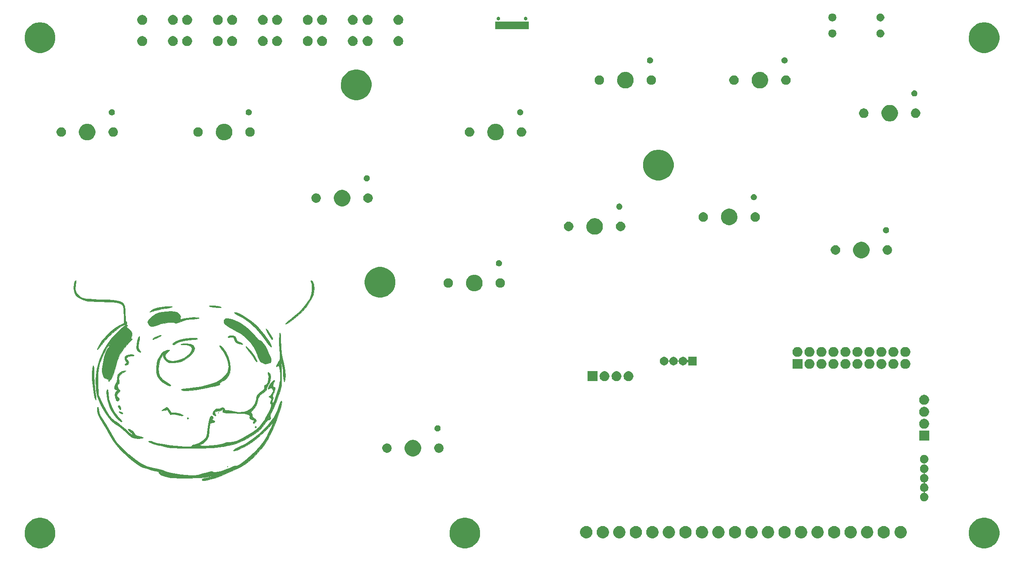
<source format=gts>
G04 #@! TF.GenerationSoftware,KiCad,Pcbnew,(5.1.4)-1*
G04 #@! TF.CreationDate,2021-09-14T21:29:34-07:00*
G04 #@! TF.ProjectId,micro_hitbox_pcb,6d696372-6f5f-4686-9974-626f785f7063,rev?*
G04 #@! TF.SameCoordinates,Original*
G04 #@! TF.FileFunction,Soldermask,Top*
G04 #@! TF.FilePolarity,Negative*
%FSLAX46Y46*%
G04 Gerber Fmt 4.6, Leading zero omitted, Abs format (unit mm)*
G04 Created by KiCad (PCBNEW (5.1.4)-1) date 2021-09-14 21:29:34*
%MOMM*%
%LPD*%
G04 APERTURE LIST*
%ADD10C,0.010000*%
%ADD11C,0.100000*%
G04 APERTURE END LIST*
D10*
G36*
X85774868Y-100251051D02*
G01*
X86336720Y-100318770D01*
X86811196Y-100421341D01*
X87087527Y-100549536D01*
X87088556Y-100550556D01*
X87141285Y-100691646D01*
X86872407Y-100716732D01*
X86840786Y-100714584D01*
X86386244Y-100680181D01*
X85771809Y-100632561D01*
X85534500Y-100613929D01*
X85031951Y-100537148D01*
X84721388Y-100418144D01*
X84672715Y-100349290D01*
X84832098Y-100257083D01*
X85236405Y-100227413D01*
X85774868Y-100251051D01*
X85774868Y-100251051D01*
G37*
X85774868Y-100251051D02*
X86336720Y-100318770D01*
X86811196Y-100421341D01*
X87087527Y-100549536D01*
X87088556Y-100550556D01*
X87141285Y-100691646D01*
X86872407Y-100716732D01*
X86840786Y-100714584D01*
X86386244Y-100680181D01*
X85771809Y-100632561D01*
X85534500Y-100613929D01*
X85031951Y-100537148D01*
X84721388Y-100418144D01*
X84672715Y-100349290D01*
X84832098Y-100257083D01*
X85236405Y-100227413D01*
X85774868Y-100251051D01*
G36*
X76743109Y-100425515D02*
G01*
X76811537Y-100515755D01*
X76583829Y-100628751D01*
X76099400Y-100743124D01*
X75467737Y-100833547D01*
X74636890Y-100960300D01*
X73774080Y-101152680D01*
X73249003Y-101308525D01*
X72533957Y-101542614D01*
X72137097Y-101631533D01*
X72043982Y-101575112D01*
X72240171Y-101373179D01*
X72335572Y-101297754D01*
X72930666Y-100968072D01*
X73779092Y-100713583D01*
X74923576Y-100523209D01*
X75605312Y-100449982D01*
X76346487Y-100401148D01*
X76743109Y-100425515D01*
X76743109Y-100425515D01*
G37*
X76743109Y-100425515D02*
X76811537Y-100515755D01*
X76583829Y-100628751D01*
X76099400Y-100743124D01*
X75467737Y-100833547D01*
X74636890Y-100960300D01*
X73774080Y-101152680D01*
X73249003Y-101308525D01*
X72533957Y-101542614D01*
X72137097Y-101631533D01*
X72043982Y-101575112D01*
X72240171Y-101373179D01*
X72335572Y-101297754D01*
X72930666Y-100968072D01*
X73779092Y-100713583D01*
X74923576Y-100523209D01*
X75605312Y-100449982D01*
X76346487Y-100401148D01*
X76743109Y-100425515D01*
G36*
X106568895Y-95109864D02*
G01*
X106776419Y-95564165D01*
X106812502Y-95687719D01*
X106914192Y-96739490D01*
X106699338Y-97884250D01*
X106190176Y-99085009D01*
X105408941Y-100304777D01*
X104377868Y-101506564D01*
X103119192Y-102653381D01*
X102217023Y-103332643D01*
X101566187Y-103783189D01*
X101155687Y-104050405D01*
X100930905Y-104162313D01*
X100837223Y-104146931D01*
X100819857Y-104049424D01*
X100956353Y-103889013D01*
X101327139Y-103562533D01*
X101874163Y-103118861D01*
X102480934Y-102650887D01*
X103919288Y-101421716D01*
X105089404Y-100118579D01*
X105949618Y-98789475D01*
X106101891Y-98479429D01*
X106300552Y-97842876D01*
X106414323Y-97060495D01*
X106436672Y-96267089D01*
X106361065Y-95597463D01*
X106256331Y-95292501D01*
X106162503Y-95019214D01*
X106320988Y-94941793D01*
X106340052Y-94941572D01*
X106568895Y-95109864D01*
X106568895Y-95109864D01*
G37*
X106568895Y-95109864D02*
X106776419Y-95564165D01*
X106812502Y-95687719D01*
X106914192Y-96739490D01*
X106699338Y-97884250D01*
X106190176Y-99085009D01*
X105408941Y-100304777D01*
X104377868Y-101506564D01*
X103119192Y-102653381D01*
X102217023Y-103332643D01*
X101566187Y-103783189D01*
X101155687Y-104050405D01*
X100930905Y-104162313D01*
X100837223Y-104146931D01*
X100819857Y-104049424D01*
X100956353Y-103889013D01*
X101327139Y-103562533D01*
X101874163Y-103118861D01*
X102480934Y-102650887D01*
X103919288Y-101421716D01*
X105089404Y-100118579D01*
X105949618Y-98789475D01*
X106101891Y-98479429D01*
X106300552Y-97842876D01*
X106414323Y-97060495D01*
X106436672Y-96267089D01*
X106361065Y-95597463D01*
X106256331Y-95292501D01*
X106162503Y-95019214D01*
X106320988Y-94941793D01*
X106340052Y-94941572D01*
X106568895Y-95109864D01*
G36*
X77340802Y-101560960D02*
G01*
X77941347Y-101735723D01*
X77956009Y-101743153D01*
X78410886Y-102101954D01*
X78626743Y-102533772D01*
X78559723Y-102940132D01*
X78516100Y-103000736D01*
X78461416Y-103121625D01*
X78616294Y-103144610D01*
X79036586Y-103069304D01*
X79362896Y-102994864D01*
X80033675Y-102870730D01*
X80761239Y-102788664D01*
X81457726Y-102751357D01*
X82035270Y-102761504D01*
X82406008Y-102821796D01*
X82495572Y-102898855D01*
X82328126Y-102979569D01*
X81881138Y-103061265D01*
X81237633Y-103130409D01*
X80946414Y-103151358D01*
X79909393Y-103257525D01*
X79101753Y-103446087D01*
X78492198Y-103695915D01*
X77982552Y-103914877D01*
X77613187Y-104011817D01*
X77490648Y-103987698D01*
X77221718Y-103857197D01*
X76692099Y-103811998D01*
X75991905Y-103844644D01*
X75211249Y-103947681D01*
X74440245Y-104113654D01*
X73895173Y-104285143D01*
X73147851Y-104555662D01*
X72653099Y-104692222D01*
X72328324Y-104699888D01*
X72090930Y-104583730D01*
X71910119Y-104406929D01*
X71673697Y-104028845D01*
X71609857Y-103771929D01*
X71758866Y-103397574D01*
X72149960Y-102937063D01*
X72699244Y-102463616D01*
X73322820Y-102050454D01*
X73881235Y-101789603D01*
X74664411Y-101596028D01*
X75582172Y-101492483D01*
X76514356Y-101480337D01*
X77340802Y-101560960D01*
X77340802Y-101560960D01*
G37*
X77340802Y-101560960D02*
X77941347Y-101735723D01*
X77956009Y-101743153D01*
X78410886Y-102101954D01*
X78626743Y-102533772D01*
X78559723Y-102940132D01*
X78516100Y-103000736D01*
X78461416Y-103121625D01*
X78616294Y-103144610D01*
X79036586Y-103069304D01*
X79362896Y-102994864D01*
X80033675Y-102870730D01*
X80761239Y-102788664D01*
X81457726Y-102751357D01*
X82035270Y-102761504D01*
X82406008Y-102821796D01*
X82495572Y-102898855D01*
X82328126Y-102979569D01*
X81881138Y-103061265D01*
X81237633Y-103130409D01*
X80946414Y-103151358D01*
X79909393Y-103257525D01*
X79101753Y-103446087D01*
X78492198Y-103695915D01*
X77982552Y-103914877D01*
X77613187Y-104011817D01*
X77490648Y-103987698D01*
X77221718Y-103857197D01*
X76692099Y-103811998D01*
X75991905Y-103844644D01*
X75211249Y-103947681D01*
X74440245Y-104113654D01*
X73895173Y-104285143D01*
X73147851Y-104555662D01*
X72653099Y-104692222D01*
X72328324Y-104699888D01*
X72090930Y-104583730D01*
X71910119Y-104406929D01*
X71673697Y-104028845D01*
X71609857Y-103771929D01*
X71758866Y-103397574D01*
X72149960Y-102937063D01*
X72699244Y-102463616D01*
X73322820Y-102050454D01*
X73881235Y-101789603D01*
X74664411Y-101596028D01*
X75582172Y-101492483D01*
X76514356Y-101480337D01*
X77340802Y-101560960D01*
G36*
X96817843Y-105254023D02*
G01*
X97056156Y-105525931D01*
X97359751Y-105940682D01*
X97670550Y-106412575D01*
X97930480Y-106855912D01*
X98081464Y-107184992D01*
X98098429Y-107269999D01*
X98028115Y-107462404D01*
X97824577Y-107332480D01*
X97498914Y-106890818D01*
X97223392Y-106435300D01*
X96930186Y-105879089D01*
X96743259Y-105434231D01*
X96702886Y-105210657D01*
X96817843Y-105254023D01*
X96817843Y-105254023D01*
G37*
X96817843Y-105254023D02*
X97056156Y-105525931D01*
X97359751Y-105940682D01*
X97670550Y-106412575D01*
X97930480Y-106855912D01*
X98081464Y-107184992D01*
X98098429Y-107269999D01*
X98028115Y-107462404D01*
X97824577Y-107332480D01*
X97498914Y-106890818D01*
X97223392Y-106435300D01*
X96930186Y-105879089D01*
X96743259Y-105434231D01*
X96702886Y-105210657D01*
X96817843Y-105254023D01*
G36*
X74439167Y-106654595D02*
G01*
X74093125Y-106884669D01*
X73673223Y-107088796D01*
X73129599Y-107325642D01*
X72838481Y-107431842D01*
X72721054Y-107424707D01*
X72698502Y-107321548D01*
X72698429Y-107302903D01*
X72851804Y-107151947D01*
X73246382Y-106930871D01*
X73605572Y-106768672D01*
X74188510Y-106564037D01*
X74468668Y-106536865D01*
X74439167Y-106654595D01*
X74439167Y-106654595D01*
G37*
X74439167Y-106654595D02*
X74093125Y-106884669D01*
X73673223Y-107088796D01*
X73129599Y-107325642D01*
X72838481Y-107431842D01*
X72721054Y-107424707D01*
X72698502Y-107321548D01*
X72698429Y-107302903D01*
X72851804Y-107151947D01*
X73246382Y-106930871D01*
X73605572Y-106768672D01*
X74188510Y-106564037D01*
X74468668Y-106536865D01*
X74439167Y-106654595D01*
G36*
X90195303Y-106831031D02*
G01*
X90417993Y-107294033D01*
X90609312Y-107727768D01*
X91029721Y-107954882D01*
X91078555Y-107968134D01*
X91488696Y-108132137D01*
X91704798Y-108327251D01*
X91705850Y-108330264D01*
X91716965Y-108490211D01*
X91556001Y-108515375D01*
X91157966Y-108403146D01*
X90853427Y-108296027D01*
X90346283Y-108049929D01*
X90041838Y-107690858D01*
X89853725Y-107211237D01*
X89692510Y-106977992D01*
X89352060Y-106954202D01*
X89212669Y-106978509D01*
X88774699Y-107006124D01*
X88585230Y-106913062D01*
X88682070Y-106765235D01*
X89021340Y-106644958D01*
X89726394Y-106601418D01*
X90195303Y-106831031D01*
X90195303Y-106831031D01*
G37*
X90195303Y-106831031D02*
X90417993Y-107294033D01*
X90609312Y-107727768D01*
X91029721Y-107954882D01*
X91078555Y-107968134D01*
X91488696Y-108132137D01*
X91704798Y-108327251D01*
X91705850Y-108330264D01*
X91716965Y-108490211D01*
X91556001Y-108515375D01*
X91157966Y-108403146D01*
X90853427Y-108296027D01*
X90346283Y-108049929D01*
X90041838Y-107690858D01*
X89853725Y-107211237D01*
X89692510Y-106977992D01*
X89352060Y-106954202D01*
X89212669Y-106978509D01*
X88774699Y-107006124D01*
X88585230Y-106913062D01*
X88682070Y-106765235D01*
X89021340Y-106644958D01*
X89726394Y-106601418D01*
X90195303Y-106831031D01*
G36*
X81976036Y-107159226D02*
G01*
X82223429Y-107278714D01*
X82124622Y-107382603D01*
X81699741Y-107444651D01*
X81164676Y-107460143D01*
X80487541Y-107505741D01*
X79710273Y-107626821D01*
X78927492Y-107799813D01*
X78233818Y-108001148D01*
X77723872Y-108207255D01*
X77503244Y-108372208D01*
X77284742Y-108518354D01*
X77010739Y-108536867D01*
X76871400Y-108416097D01*
X76871286Y-108410928D01*
X77040267Y-108184411D01*
X77516437Y-107900518D01*
X78253640Y-107584400D01*
X78652621Y-107440269D01*
X79278708Y-107278187D01*
X80018607Y-107164765D01*
X80777803Y-107104280D01*
X81461784Y-107101008D01*
X81976036Y-107159226D01*
X81976036Y-107159226D01*
G37*
X81976036Y-107159226D02*
X82223429Y-107278714D01*
X82124622Y-107382603D01*
X81699741Y-107444651D01*
X81164676Y-107460143D01*
X80487541Y-107505741D01*
X79710273Y-107626821D01*
X78927492Y-107799813D01*
X78233818Y-108001148D01*
X77723872Y-108207255D01*
X77503244Y-108372208D01*
X77284742Y-108518354D01*
X77010739Y-108536867D01*
X76871400Y-108416097D01*
X76871286Y-108410928D01*
X77040267Y-108184411D01*
X77516437Y-107900518D01*
X78253640Y-107584400D01*
X78652621Y-107440269D01*
X79278708Y-107278187D01*
X80018607Y-107164765D01*
X80777803Y-107104280D01*
X81461784Y-107101008D01*
X81976036Y-107159226D01*
G36*
X90425381Y-101735371D02*
G01*
X91046490Y-101974892D01*
X91799147Y-102359419D01*
X92608478Y-102846846D01*
X93399610Y-103395069D01*
X94097671Y-103961985D01*
X94153640Y-104012730D01*
X94849054Y-104697741D01*
X95549164Y-105471017D01*
X96217197Y-106281439D01*
X96816379Y-107077884D01*
X97309937Y-107809234D01*
X97661098Y-108424367D01*
X97833089Y-108872162D01*
X97805206Y-109088994D01*
X97645163Y-109013189D01*
X97343168Y-108678637D01*
X96943197Y-108138192D01*
X96653590Y-107704766D01*
X95665460Y-106350207D01*
X94509185Y-105059824D01*
X93262876Y-103907655D01*
X92004645Y-102967736D01*
X91112478Y-102452707D01*
X90433614Y-102095021D01*
X90045798Y-101839552D01*
X89968983Y-101700240D01*
X90010692Y-101682960D01*
X90425381Y-101735371D01*
X90425381Y-101735371D01*
G37*
X90425381Y-101735371D02*
X91046490Y-101974892D01*
X91799147Y-102359419D01*
X92608478Y-102846846D01*
X93399610Y-103395069D01*
X94097671Y-103961985D01*
X94153640Y-104012730D01*
X94849054Y-104697741D01*
X95549164Y-105471017D01*
X96217197Y-106281439D01*
X96816379Y-107077884D01*
X97309937Y-107809234D01*
X97661098Y-108424367D01*
X97833089Y-108872162D01*
X97805206Y-109088994D01*
X97645163Y-109013189D01*
X97343168Y-108678637D01*
X96943197Y-108138192D01*
X96653590Y-107704766D01*
X95665460Y-106350207D01*
X94509185Y-105059824D01*
X93262876Y-103907655D01*
X92004645Y-102967736D01*
X91112478Y-102452707D01*
X90433614Y-102095021D01*
X90045798Y-101839552D01*
X89968983Y-101700240D01*
X90010692Y-101682960D01*
X90425381Y-101735371D01*
G36*
X69909492Y-106787873D02*
G01*
X69921764Y-106995523D01*
X69872485Y-107458244D01*
X69773267Y-108070436D01*
X69663793Y-108731758D01*
X69641560Y-109143196D01*
X69712127Y-109408412D01*
X69855474Y-109603239D01*
X70087647Y-109903555D01*
X70158429Y-110059786D01*
X70052261Y-110182064D01*
X69788850Y-110063198D01*
X69526208Y-109821785D01*
X69338931Y-109536951D01*
X69271415Y-109161265D01*
X69305616Y-108573696D01*
X69320487Y-108441992D01*
X69433199Y-107760553D01*
X69584343Y-107205709D01*
X69747201Y-106852495D01*
X69895054Y-106775944D01*
X69909492Y-106787873D01*
X69909492Y-106787873D01*
G37*
X69909492Y-106787873D02*
X69921764Y-106995523D01*
X69872485Y-107458244D01*
X69773267Y-108070436D01*
X69663793Y-108731758D01*
X69641560Y-109143196D01*
X69712127Y-109408412D01*
X69855474Y-109603239D01*
X70087647Y-109903555D01*
X70158429Y-110059786D01*
X70052261Y-110182064D01*
X69788850Y-110063198D01*
X69526208Y-109821785D01*
X69338931Y-109536951D01*
X69271415Y-109161265D01*
X69305616Y-108573696D01*
X69320487Y-108441992D01*
X69433199Y-107760553D01*
X69584343Y-107205709D01*
X69747201Y-106852495D01*
X69895054Y-106775944D01*
X69909492Y-106787873D01*
G36*
X92615884Y-109015698D02*
G01*
X93024725Y-109364780D01*
X93039118Y-109378369D01*
X93489420Y-109869221D01*
X93945119Y-110470913D01*
X94350569Y-111095201D01*
X94650121Y-111653839D01*
X94788126Y-112058583D01*
X94787333Y-112150620D01*
X94682632Y-112223465D01*
X94472161Y-111954238D01*
X94333678Y-111704442D01*
X94003613Y-111165055D01*
X93538118Y-110514837D01*
X93120732Y-109994021D01*
X92680096Y-109443095D01*
X92446873Y-109079782D01*
X92424368Y-108929007D01*
X92615884Y-109015698D01*
X92615884Y-109015698D01*
G37*
X92615884Y-109015698D02*
X93024725Y-109364780D01*
X93039118Y-109378369D01*
X93489420Y-109869221D01*
X93945119Y-110470913D01*
X94350569Y-111095201D01*
X94650121Y-111653839D01*
X94788126Y-112058583D01*
X94787333Y-112150620D01*
X94682632Y-112223465D01*
X94472161Y-111954238D01*
X94333678Y-111704442D01*
X94003613Y-111165055D01*
X93538118Y-110514837D01*
X93120732Y-109994021D01*
X92680096Y-109443095D01*
X92446873Y-109079782D01*
X92424368Y-108929007D01*
X92615884Y-109015698D01*
G36*
X89435244Y-103155893D02*
G01*
X90485126Y-103592009D01*
X90646607Y-103668313D01*
X91346226Y-104024167D01*
X91948238Y-104391590D01*
X92518962Y-104825921D01*
X93124717Y-105382498D01*
X93831822Y-106116657D01*
X94610329Y-106975692D01*
X95008936Y-107365547D01*
X95351910Y-107605246D01*
X95470976Y-107641572D01*
X95747044Y-107790987D01*
X96109479Y-108178572D01*
X96491948Y-108713332D01*
X96828118Y-109304273D01*
X97024678Y-109772908D01*
X97272189Y-110394062D01*
X97568460Y-110981505D01*
X97572041Y-110987592D01*
X97786583Y-111526431D01*
X97798860Y-111954865D01*
X97707400Y-112268502D01*
X97667856Y-112358714D01*
X97496335Y-112402946D01*
X97112709Y-112510666D01*
X97069830Y-112522943D01*
X96517156Y-112589486D01*
X96142360Y-112438634D01*
X95833165Y-112284282D01*
X95686354Y-112291266D01*
X95540805Y-112227049D01*
X95324506Y-111870155D01*
X95064995Y-111277198D01*
X94997844Y-111088714D01*
X95377000Y-111088714D01*
X95443382Y-111238051D01*
X95497953Y-111209667D01*
X95519666Y-110994353D01*
X95497953Y-110967762D01*
X95390094Y-110992667D01*
X95377000Y-111088714D01*
X94997844Y-111088714D01*
X94803932Y-110544429D01*
X95195572Y-110544429D01*
X95261954Y-110693765D01*
X95316524Y-110665381D01*
X95338237Y-110450068D01*
X95316524Y-110423476D01*
X95208665Y-110448381D01*
X95195572Y-110544429D01*
X94803932Y-110544429D01*
X94789810Y-110504793D01*
X94737391Y-110340394D01*
X94238399Y-109261533D01*
X93441559Y-108163251D01*
X92708571Y-107349121D01*
X92000526Y-106703460D01*
X91206246Y-106140288D01*
X90214551Y-105573623D01*
X89843429Y-105380617D01*
X88896533Y-104869477D01*
X88254022Y-104447817D01*
X87880475Y-104077850D01*
X87740470Y-103721792D01*
X87798585Y-103341857D01*
X87838511Y-103241929D01*
X88121709Y-102982337D01*
X88650696Y-102953164D01*
X89435244Y-103155893D01*
X89435244Y-103155893D01*
G37*
X89435244Y-103155893D02*
X90485126Y-103592009D01*
X90646607Y-103668313D01*
X91346226Y-104024167D01*
X91948238Y-104391590D01*
X92518962Y-104825921D01*
X93124717Y-105382498D01*
X93831822Y-106116657D01*
X94610329Y-106975692D01*
X95008936Y-107365547D01*
X95351910Y-107605246D01*
X95470976Y-107641572D01*
X95747044Y-107790987D01*
X96109479Y-108178572D01*
X96491948Y-108713332D01*
X96828118Y-109304273D01*
X97024678Y-109772908D01*
X97272189Y-110394062D01*
X97568460Y-110981505D01*
X97572041Y-110987592D01*
X97786583Y-111526431D01*
X97798860Y-111954865D01*
X97707400Y-112268502D01*
X97667856Y-112358714D01*
X97496335Y-112402946D01*
X97112709Y-112510666D01*
X97069830Y-112522943D01*
X96517156Y-112589486D01*
X96142360Y-112438634D01*
X95833165Y-112284282D01*
X95686354Y-112291266D01*
X95540805Y-112227049D01*
X95324506Y-111870155D01*
X95064995Y-111277198D01*
X94997844Y-111088714D01*
X95377000Y-111088714D01*
X95443382Y-111238051D01*
X95497953Y-111209667D01*
X95519666Y-110994353D01*
X95497953Y-110967762D01*
X95390094Y-110992667D01*
X95377000Y-111088714D01*
X94997844Y-111088714D01*
X94803932Y-110544429D01*
X95195572Y-110544429D01*
X95261954Y-110693765D01*
X95316524Y-110665381D01*
X95338237Y-110450068D01*
X95316524Y-110423476D01*
X95208665Y-110448381D01*
X95195572Y-110544429D01*
X94803932Y-110544429D01*
X94789810Y-110504793D01*
X94737391Y-110340394D01*
X94238399Y-109261533D01*
X93441559Y-108163251D01*
X92708571Y-107349121D01*
X92000526Y-106703460D01*
X91206246Y-106140288D01*
X90214551Y-105573623D01*
X89843429Y-105380617D01*
X88896533Y-104869477D01*
X88254022Y-104447817D01*
X87880475Y-104077850D01*
X87740470Y-103721792D01*
X87798585Y-103341857D01*
X87838511Y-103241929D01*
X88121709Y-102982337D01*
X88650696Y-102953164D01*
X89435244Y-103155893D01*
G36*
X68195231Y-110577333D02*
G01*
X68586255Y-110662589D01*
X68749772Y-110795125D01*
X68747853Y-110814160D01*
X68553906Y-110926266D01*
X68182314Y-110939087D01*
X67652942Y-111010331D01*
X67361786Y-111189847D01*
X67158391Y-111453084D01*
X67231883Y-111680716D01*
X67337682Y-111804921D01*
X67585640Y-112234813D01*
X67556109Y-112604723D01*
X67331447Y-112792875D01*
X66924988Y-112900159D01*
X66802793Y-112812748D01*
X66959887Y-112566157D01*
X67160135Y-112291028D01*
X67097391Y-112099016D01*
X66988006Y-111999656D01*
X66736848Y-111621332D01*
X66783400Y-111224404D01*
X67072322Y-110874072D01*
X67548276Y-110635533D01*
X68155923Y-110573986D01*
X68195231Y-110577333D01*
X68195231Y-110577333D01*
G37*
X68195231Y-110577333D02*
X68586255Y-110662589D01*
X68749772Y-110795125D01*
X68747853Y-110814160D01*
X68553906Y-110926266D01*
X68182314Y-110939087D01*
X67652942Y-111010331D01*
X67361786Y-111189847D01*
X67158391Y-111453084D01*
X67231883Y-111680716D01*
X67337682Y-111804921D01*
X67585640Y-112234813D01*
X67556109Y-112604723D01*
X67331447Y-112792875D01*
X66924988Y-112900159D01*
X66802793Y-112812748D01*
X66959887Y-112566157D01*
X67160135Y-112291028D01*
X67097391Y-112099016D01*
X66988006Y-111999656D01*
X66736848Y-111621332D01*
X66783400Y-111224404D01*
X67072322Y-110874072D01*
X67548276Y-110635533D01*
X68155923Y-110573986D01*
X68195231Y-110577333D01*
G36*
X80622135Y-108367539D02*
G01*
X81240503Y-108635508D01*
X81551864Y-109073083D01*
X81588429Y-109338153D01*
X81433041Y-109880857D01*
X81007724Y-110499108D01*
X80373747Y-111120222D01*
X79651254Y-111636312D01*
X79003622Y-111993312D01*
X78431878Y-112197660D01*
X77764176Y-112300032D01*
X77295015Y-112331169D01*
X76603542Y-112357155D01*
X76160906Y-112328812D01*
X75853891Y-112216002D01*
X75569285Y-111988588D01*
X75405782Y-111828266D01*
X75021814Y-111359100D01*
X74919156Y-110971419D01*
X74937595Y-110856218D01*
X74997660Y-110577936D01*
X74924630Y-110606447D01*
X74756468Y-110816572D01*
X74215461Y-111805314D01*
X73950800Y-113022471D01*
X73923527Y-113530666D01*
X73992816Y-114482478D01*
X74267816Y-115236049D01*
X74800014Y-115883850D01*
X75555929Y-116462504D01*
X76049568Y-116802239D01*
X76393814Y-117061718D01*
X76508429Y-117176270D01*
X76365916Y-117253552D01*
X75999183Y-117171575D01*
X75510572Y-116956324D01*
X74683471Y-116395458D01*
X74016053Y-115701806D01*
X73673941Y-115131327D01*
X73485126Y-114388746D01*
X73434703Y-113467371D01*
X73525840Y-112525126D01*
X73613846Y-112136511D01*
X73813955Y-111643375D01*
X74132762Y-111081566D01*
X74504325Y-110544424D01*
X74862704Y-110125293D01*
X75141955Y-109917512D01*
X75187183Y-109909429D01*
X75494709Y-109800320D01*
X75525691Y-109773357D01*
X75802435Y-109664046D01*
X76039738Y-109643810D01*
X76270593Y-109667329D01*
X76252644Y-109773203D01*
X75969718Y-110032525D01*
X75946884Y-110052025D01*
X75491193Y-110539173D01*
X75365088Y-110978149D01*
X75554006Y-111435778D01*
X75624592Y-111530706D01*
X76117097Y-111882301D01*
X76815218Y-112021823D01*
X77642846Y-111965886D01*
X78523871Y-111731101D01*
X79382186Y-111334083D01*
X80141683Y-110791443D01*
X80455821Y-110476150D01*
X80914841Y-109832517D01*
X81039372Y-109324403D01*
X80829267Y-108946326D01*
X80408877Y-108730055D01*
X79795470Y-108600503D01*
X79196575Y-108578726D01*
X79184234Y-108579913D01*
X78784875Y-108571945D01*
X78596955Y-108473109D01*
X78594857Y-108458000D01*
X78760533Y-108361904D01*
X79195213Y-108296564D01*
X79709851Y-108276572D01*
X80622135Y-108367539D01*
X80622135Y-108367539D01*
G37*
X80622135Y-108367539D02*
X81240503Y-108635508D01*
X81551864Y-109073083D01*
X81588429Y-109338153D01*
X81433041Y-109880857D01*
X81007724Y-110499108D01*
X80373747Y-111120222D01*
X79651254Y-111636312D01*
X79003622Y-111993312D01*
X78431878Y-112197660D01*
X77764176Y-112300032D01*
X77295015Y-112331169D01*
X76603542Y-112357155D01*
X76160906Y-112328812D01*
X75853891Y-112216002D01*
X75569285Y-111988588D01*
X75405782Y-111828266D01*
X75021814Y-111359100D01*
X74919156Y-110971419D01*
X74937595Y-110856218D01*
X74997660Y-110577936D01*
X74924630Y-110606447D01*
X74756468Y-110816572D01*
X74215461Y-111805314D01*
X73950800Y-113022471D01*
X73923527Y-113530666D01*
X73992816Y-114482478D01*
X74267816Y-115236049D01*
X74800014Y-115883850D01*
X75555929Y-116462504D01*
X76049568Y-116802239D01*
X76393814Y-117061718D01*
X76508429Y-117176270D01*
X76365916Y-117253552D01*
X75999183Y-117171575D01*
X75510572Y-116956324D01*
X74683471Y-116395458D01*
X74016053Y-115701806D01*
X73673941Y-115131327D01*
X73485126Y-114388746D01*
X73434703Y-113467371D01*
X73525840Y-112525126D01*
X73613846Y-112136511D01*
X73813955Y-111643375D01*
X74132762Y-111081566D01*
X74504325Y-110544424D01*
X74862704Y-110125293D01*
X75141955Y-109917512D01*
X75187183Y-109909429D01*
X75494709Y-109800320D01*
X75525691Y-109773357D01*
X75802435Y-109664046D01*
X76039738Y-109643810D01*
X76270593Y-109667329D01*
X76252644Y-109773203D01*
X75969718Y-110032525D01*
X75946884Y-110052025D01*
X75491193Y-110539173D01*
X75365088Y-110978149D01*
X75554006Y-111435778D01*
X75624592Y-111530706D01*
X76117097Y-111882301D01*
X76815218Y-112021823D01*
X77642846Y-111965886D01*
X78523871Y-111731101D01*
X79382186Y-111334083D01*
X80141683Y-110791443D01*
X80455821Y-110476150D01*
X80914841Y-109832517D01*
X81039372Y-109324403D01*
X80829267Y-108946326D01*
X80408877Y-108730055D01*
X79795470Y-108600503D01*
X79196575Y-108578726D01*
X79184234Y-108579913D01*
X78784875Y-108571945D01*
X78596955Y-108473109D01*
X78594857Y-108458000D01*
X78760533Y-108361904D01*
X79195213Y-108296564D01*
X79709851Y-108276572D01*
X80622135Y-108367539D01*
G36*
X86985714Y-108696482D02*
G01*
X87355912Y-108968672D01*
X87537001Y-109145417D01*
X88222819Y-110059045D01*
X88744010Y-111160780D01*
X89070372Y-112344317D01*
X89171705Y-113503350D01*
X89043062Y-114446567D01*
X88802053Y-115036567D01*
X88452874Y-115587205D01*
X88071423Y-115999333D01*
X87733597Y-116173803D01*
X87720345Y-116174484D01*
X87405871Y-116274986D01*
X87083080Y-116493701D01*
X86889352Y-116725891D01*
X86883133Y-116812776D01*
X86899190Y-116907747D01*
X86835474Y-116996806D01*
X86655252Y-117089316D01*
X86321792Y-117194642D01*
X85798359Y-117322150D01*
X85048223Y-117481202D01*
X84034649Y-117681165D01*
X82720904Y-117931402D01*
X81860572Y-118093201D01*
X80860673Y-118245571D01*
X79967021Y-118315943D01*
X79267487Y-118300368D01*
X78912357Y-118225701D01*
X78682030Y-118072195D01*
X78811816Y-117943820D01*
X79299798Y-117841237D01*
X80144057Y-117765104D01*
X80273072Y-117757562D01*
X81525975Y-117634778D01*
X82855630Y-117414154D01*
X84153037Y-117120475D01*
X85309194Y-116778526D01*
X86215099Y-116413093D01*
X86239478Y-116400915D01*
X87224016Y-115799603D01*
X88011980Y-115106174D01*
X88536558Y-114384288D01*
X88660132Y-114094438D01*
X88776203Y-113239839D01*
X88648270Y-112236685D01*
X88304552Y-111176340D01*
X87773265Y-110150167D01*
X87205511Y-109384658D01*
X86871999Y-108932272D01*
X86811571Y-108693614D01*
X86985714Y-108696482D01*
X86985714Y-108696482D01*
G37*
X86985714Y-108696482D02*
X87355912Y-108968672D01*
X87537001Y-109145417D01*
X88222819Y-110059045D01*
X88744010Y-111160780D01*
X89070372Y-112344317D01*
X89171705Y-113503350D01*
X89043062Y-114446567D01*
X88802053Y-115036567D01*
X88452874Y-115587205D01*
X88071423Y-115999333D01*
X87733597Y-116173803D01*
X87720345Y-116174484D01*
X87405871Y-116274986D01*
X87083080Y-116493701D01*
X86889352Y-116725891D01*
X86883133Y-116812776D01*
X86899190Y-116907747D01*
X86835474Y-116996806D01*
X86655252Y-117089316D01*
X86321792Y-117194642D01*
X85798359Y-117322150D01*
X85048223Y-117481202D01*
X84034649Y-117681165D01*
X82720904Y-117931402D01*
X81860572Y-118093201D01*
X80860673Y-118245571D01*
X79967021Y-118315943D01*
X79267487Y-118300368D01*
X78912357Y-118225701D01*
X78682030Y-118072195D01*
X78811816Y-117943820D01*
X79299798Y-117841237D01*
X80144057Y-117765104D01*
X80273072Y-117757562D01*
X81525975Y-117634778D01*
X82855630Y-117414154D01*
X84153037Y-117120475D01*
X85309194Y-116778526D01*
X86215099Y-116413093D01*
X86239478Y-116400915D01*
X87224016Y-115799603D01*
X88011980Y-115106174D01*
X88536558Y-114384288D01*
X88660132Y-114094438D01*
X88776203Y-113239839D01*
X88648270Y-112236685D01*
X88304552Y-111176340D01*
X87773265Y-110150167D01*
X87205511Y-109384658D01*
X86871999Y-108932272D01*
X86811571Y-108693614D01*
X86985714Y-108696482D01*
G36*
X60162978Y-113082305D02*
G01*
X60224861Y-113554954D01*
X60267447Y-114330697D01*
X60283530Y-115225443D01*
X60316008Y-116518296D01*
X60394605Y-117686080D01*
X60511762Y-118631255D01*
X60571664Y-118942942D01*
X60684234Y-119567623D01*
X60719370Y-120025317D01*
X60688117Y-120273109D01*
X60601522Y-120268085D01*
X60470630Y-119967330D01*
X60385377Y-119666689D01*
X60151128Y-118527268D01*
X59972179Y-117231004D01*
X59863965Y-115929600D01*
X59841925Y-114774756D01*
X59855614Y-114460625D01*
X59928115Y-113601911D01*
X60007948Y-113093885D01*
X60088454Y-112924649D01*
X60162978Y-113082305D01*
X60162978Y-113082305D01*
G37*
X60162978Y-113082305D02*
X60224861Y-113554954D01*
X60267447Y-114330697D01*
X60283530Y-115225443D01*
X60316008Y-116518296D01*
X60394605Y-117686080D01*
X60511762Y-118631255D01*
X60571664Y-118942942D01*
X60684234Y-119567623D01*
X60719370Y-120025317D01*
X60688117Y-120273109D01*
X60601522Y-120268085D01*
X60470630Y-119967330D01*
X60385377Y-119666689D01*
X60151128Y-118527268D01*
X59972179Y-117231004D01*
X59863965Y-115929600D01*
X59841925Y-114774756D01*
X59855614Y-114460625D01*
X59928115Y-113601911D01*
X60007948Y-113093885D01*
X60088454Y-112924649D01*
X60162978Y-113082305D01*
G36*
X66992797Y-114064484D02*
G01*
X66862586Y-114232120D01*
X66399132Y-114509977D01*
X66388387Y-114515472D01*
X65825695Y-114867532D01*
X65551958Y-115260341D01*
X65508681Y-115810998D01*
X65555350Y-116183132D01*
X65591066Y-116667716D01*
X65512980Y-116888155D01*
X65485634Y-116894429D01*
X65269394Y-117033164D01*
X65216788Y-117353362D01*
X65331047Y-117711008D01*
X65463779Y-117869448D01*
X65762644Y-118225014D01*
X65715864Y-118523072D01*
X65441286Y-118750819D01*
X65145797Y-119069261D01*
X65102628Y-119418244D01*
X65324188Y-119670477D01*
X65350572Y-119681467D01*
X65586331Y-119904896D01*
X65616197Y-120208280D01*
X65455415Y-120437036D01*
X65272412Y-120474061D01*
X64992078Y-120410028D01*
X64938852Y-120349266D01*
X64888490Y-120128069D01*
X64749959Y-119753504D01*
X64640783Y-119117340D01*
X64866730Y-118590363D01*
X65055745Y-118414205D01*
X65211231Y-118244722D01*
X65054816Y-118126717D01*
X64930917Y-118084479D01*
X64600382Y-117838108D01*
X64577994Y-117424126D01*
X64851232Y-116889440D01*
X65061667Y-116415626D01*
X65182508Y-115808714D01*
X65191027Y-115670807D01*
X65283746Y-114979843D01*
X65560676Y-114533608D01*
X66094886Y-114231415D01*
X66284383Y-114164199D01*
X66797490Y-114033150D01*
X66992797Y-114064484D01*
X66992797Y-114064484D01*
G37*
X66992797Y-114064484D02*
X66862586Y-114232120D01*
X66399132Y-114509977D01*
X66388387Y-114515472D01*
X65825695Y-114867532D01*
X65551958Y-115260341D01*
X65508681Y-115810998D01*
X65555350Y-116183132D01*
X65591066Y-116667716D01*
X65512980Y-116888155D01*
X65485634Y-116894429D01*
X65269394Y-117033164D01*
X65216788Y-117353362D01*
X65331047Y-117711008D01*
X65463779Y-117869448D01*
X65762644Y-118225014D01*
X65715864Y-118523072D01*
X65441286Y-118750819D01*
X65145797Y-119069261D01*
X65102628Y-119418244D01*
X65324188Y-119670477D01*
X65350572Y-119681467D01*
X65586331Y-119904896D01*
X65616197Y-120208280D01*
X65455415Y-120437036D01*
X65272412Y-120474061D01*
X64992078Y-120410028D01*
X64938852Y-120349266D01*
X64888490Y-120128069D01*
X64749959Y-119753504D01*
X64640783Y-119117340D01*
X64866730Y-118590363D01*
X65055745Y-118414205D01*
X65211231Y-118244722D01*
X65054816Y-118126717D01*
X64930917Y-118084479D01*
X64600382Y-117838108D01*
X64577994Y-117424126D01*
X64851232Y-116889440D01*
X65061667Y-116415626D01*
X65182508Y-115808714D01*
X65191027Y-115670807D01*
X65283746Y-114979843D01*
X65560676Y-114533608D01*
X66094886Y-114231415D01*
X66284383Y-114164199D01*
X66797490Y-114033150D01*
X66992797Y-114064484D01*
G36*
X65559709Y-121393313D02*
G01*
X65725076Y-121555358D01*
X65930899Y-121930557D01*
X65969982Y-122230352D01*
X65847785Y-122337286D01*
X65656205Y-122201131D01*
X65478782Y-121967049D01*
X65338813Y-121610355D01*
X65382417Y-121391316D01*
X65559709Y-121393313D01*
X65559709Y-121393313D01*
G37*
X65559709Y-121393313D02*
X65725076Y-121555358D01*
X65930899Y-121930557D01*
X65969982Y-122230352D01*
X65847785Y-122337286D01*
X65656205Y-122201131D01*
X65478782Y-121967049D01*
X65338813Y-121610355D01*
X65382417Y-121391316D01*
X65559709Y-121393313D01*
G36*
X86668429Y-122972286D02*
G01*
X86577715Y-123063000D01*
X86487000Y-122972286D01*
X86577715Y-122881572D01*
X86668429Y-122972286D01*
X86668429Y-122972286D01*
G37*
X86668429Y-122972286D02*
X86577715Y-123063000D01*
X86487000Y-122972286D01*
X86577715Y-122881572D01*
X86668429Y-122972286D01*
G36*
X65957088Y-122772962D02*
G01*
X66267905Y-122942898D01*
X66348429Y-123082411D01*
X66234170Y-123235683D01*
X65915630Y-123123242D01*
X65702748Y-122978056D01*
X65512186Y-122779683D01*
X65562519Y-122705913D01*
X65957088Y-122772962D01*
X65957088Y-122772962D01*
G37*
X65957088Y-122772962D02*
X66267905Y-122942898D01*
X66348429Y-123082411D01*
X66234170Y-123235683D01*
X65915630Y-123123242D01*
X65702748Y-122978056D01*
X65512186Y-122779683D01*
X65562519Y-122705913D01*
X65957088Y-122772962D01*
G36*
X75895256Y-121928426D02*
G01*
X76216312Y-122241026D01*
X76456412Y-122590287D01*
X76508429Y-122765698D01*
X76646703Y-122936787D01*
X76977137Y-122923083D01*
X77445735Y-122926614D01*
X78064614Y-123039594D01*
X78669752Y-123221317D01*
X79097125Y-123431073D01*
X79130072Y-123457404D01*
X79125127Y-123558274D01*
X78869952Y-123593435D01*
X78470348Y-123567222D01*
X78032119Y-123483969D01*
X77778429Y-123402028D01*
X77248022Y-123298508D01*
X76815628Y-123320338D01*
X76443890Y-123342527D01*
X76232478Y-123154570D01*
X76112005Y-122863269D01*
X75949912Y-122498892D01*
X75724221Y-122372563D01*
X75294588Y-122410611D01*
X75260520Y-122416301D01*
X74603429Y-122526969D01*
X75031742Y-122159985D01*
X75381705Y-121900755D01*
X75621385Y-121793000D01*
X75895256Y-121928426D01*
X75895256Y-121928426D01*
G37*
X75895256Y-121928426D02*
X76216312Y-122241026D01*
X76456412Y-122590287D01*
X76508429Y-122765698D01*
X76646703Y-122936787D01*
X76977137Y-122923083D01*
X77445735Y-122926614D01*
X78064614Y-123039594D01*
X78669752Y-123221317D01*
X79097125Y-123431073D01*
X79130072Y-123457404D01*
X79125127Y-123558274D01*
X78869952Y-123593435D01*
X78470348Y-123567222D01*
X78032119Y-123483969D01*
X77778429Y-123402028D01*
X77248022Y-123298508D01*
X76815628Y-123320338D01*
X76443890Y-123342527D01*
X76232478Y-123154570D01*
X76112005Y-122863269D01*
X75949912Y-122498892D01*
X75724221Y-122372563D01*
X75294588Y-122410611D01*
X75260520Y-122416301D01*
X74603429Y-122526969D01*
X75031742Y-122159985D01*
X75381705Y-121900755D01*
X75621385Y-121793000D01*
X75895256Y-121928426D01*
G36*
X80313157Y-124108206D02*
G01*
X80318429Y-124151572D01*
X80180366Y-124327728D01*
X80137000Y-124333000D01*
X79960844Y-124194937D01*
X79955572Y-124151572D01*
X80093634Y-123975415D01*
X80137000Y-123970143D01*
X80313157Y-124108206D01*
X80313157Y-124108206D01*
G37*
X80313157Y-124108206D02*
X80318429Y-124151572D01*
X80180366Y-124327728D01*
X80137000Y-124333000D01*
X79960844Y-124194937D01*
X79955572Y-124151572D01*
X80093634Y-123975415D01*
X80137000Y-123970143D01*
X80313157Y-124108206D01*
G36*
X63200213Y-118157742D02*
G01*
X63261153Y-118546682D01*
X63266296Y-118743364D01*
X63424616Y-120069827D01*
X63858810Y-121435148D01*
X64518204Y-122719975D01*
X65352123Y-123804956D01*
X65463243Y-123917760D01*
X65852736Y-124324275D01*
X66107334Y-124633601D01*
X66163947Y-124741214D01*
X66063637Y-124876586D01*
X65756065Y-124725323D01*
X65250134Y-124292229D01*
X65145663Y-124191530D01*
X64634312Y-123607605D01*
X64138733Y-122909233D01*
X63950471Y-122590448D01*
X63588540Y-121805312D01*
X63287918Y-120940101D01*
X63063069Y-120070103D01*
X62928459Y-119270606D01*
X62898550Y-118616897D01*
X62987808Y-118184265D01*
X63082715Y-118073714D01*
X63200213Y-118157742D01*
X63200213Y-118157742D01*
G37*
X63200213Y-118157742D02*
X63261153Y-118546682D01*
X63266296Y-118743364D01*
X63424616Y-120069827D01*
X63858810Y-121435148D01*
X64518204Y-122719975D01*
X65352123Y-123804956D01*
X65463243Y-123917760D01*
X65852736Y-124324275D01*
X66107334Y-124633601D01*
X66163947Y-124741214D01*
X66063637Y-124876586D01*
X65756065Y-124725323D01*
X65250134Y-124292229D01*
X65145663Y-124191530D01*
X64634312Y-123607605D01*
X64138733Y-122909233D01*
X63950471Y-122590448D01*
X63588540Y-121805312D01*
X63287918Y-120940101D01*
X63063069Y-120070103D01*
X62928459Y-119270606D01*
X62898550Y-118616897D01*
X62987808Y-118184265D01*
X63082715Y-118073714D01*
X63200213Y-118157742D01*
G36*
X97449247Y-114556265D02*
G01*
X97568140Y-114743440D01*
X97701389Y-115310640D01*
X97637619Y-116020335D01*
X97399558Y-116726271D01*
X97209690Y-117050012D01*
X96950607Y-117511136D01*
X96829612Y-117918124D01*
X96828429Y-117948410D01*
X96652364Y-118307628D01*
X96134065Y-118716038D01*
X96013802Y-118788781D01*
X95400688Y-119240282D01*
X95113770Y-119696103D01*
X95098411Y-119758520D01*
X94874000Y-120703437D01*
X94626347Y-121385106D01*
X94312540Y-121902603D01*
X94033526Y-122217236D01*
X93675956Y-122606717D01*
X93555320Y-122863844D01*
X93631171Y-123090199D01*
X93666019Y-123140250D01*
X93820390Y-123491021D01*
X93815386Y-123683319D01*
X93896911Y-123909180D01*
X94190704Y-124115366D01*
X94576360Y-124409289D01*
X94612921Y-124762810D01*
X94433572Y-125022429D01*
X94140875Y-125219228D01*
X93949294Y-125186413D01*
X93925572Y-125095000D01*
X94038536Y-124849993D01*
X94118340Y-124757089D01*
X94147059Y-124595880D01*
X93842841Y-124472146D01*
X93748135Y-124451727D01*
X93357117Y-124325847D01*
X93229035Y-124090393D01*
X93237867Y-123837138D01*
X93221840Y-123468144D01*
X93033630Y-123358398D01*
X92973072Y-123360341D01*
X92704110Y-123327234D01*
X92655342Y-123269627D01*
X92487517Y-123212270D01*
X92039007Y-123157338D01*
X91391932Y-123113594D01*
X91067842Y-123100228D01*
X89833856Y-123059586D01*
X88916926Y-123027530D01*
X88271607Y-122996556D01*
X87852454Y-122959164D01*
X87614022Y-122907852D01*
X87510867Y-122835118D01*
X87497545Y-122733460D01*
X87528609Y-122595377D01*
X87545080Y-122518714D01*
X87587891Y-122209083D01*
X87497209Y-122193459D01*
X87245073Y-122405363D01*
X86813757Y-122639070D01*
X86499637Y-122650879D01*
X86096816Y-122671660D01*
X85864480Y-122903788D01*
X85884373Y-123240424D01*
X85960081Y-123356069D01*
X86101761Y-123571794D01*
X85952679Y-123598943D01*
X85848308Y-123580771D01*
X85524800Y-123376177D01*
X85429449Y-123180803D01*
X85503683Y-122790612D01*
X85787219Y-122401583D01*
X86167308Y-122126758D01*
X86528916Y-122078446D01*
X86938658Y-122067407D01*
X87128396Y-121969121D01*
X87488638Y-121836476D01*
X87807945Y-121953853D01*
X87938429Y-122253103D01*
X88041155Y-122456696D01*
X88292826Y-122430685D01*
X88661783Y-122416874D01*
X89220747Y-122503959D01*
X89595755Y-122599888D01*
X90862348Y-122848958D01*
X91979491Y-122807385D01*
X92798871Y-122536371D01*
X93709393Y-121903763D01*
X94327635Y-121106770D01*
X94626816Y-120184705D01*
X94651286Y-119817100D01*
X94784777Y-119322987D01*
X95207198Y-118828402D01*
X95943574Y-118299571D01*
X96285673Y-117996304D01*
X96343838Y-117621553D01*
X96330638Y-117540362D01*
X96329926Y-117174606D01*
X96504478Y-117075857D01*
X96815482Y-116912573D01*
X97057626Y-116490523D01*
X97203614Y-115911409D01*
X97226150Y-115276935D01*
X97125327Y-114762643D01*
X97085157Y-114435222D01*
X97220925Y-114365224D01*
X97449247Y-114556265D01*
X97449247Y-114556265D01*
G37*
X97449247Y-114556265D02*
X97568140Y-114743440D01*
X97701389Y-115310640D01*
X97637619Y-116020335D01*
X97399558Y-116726271D01*
X97209690Y-117050012D01*
X96950607Y-117511136D01*
X96829612Y-117918124D01*
X96828429Y-117948410D01*
X96652364Y-118307628D01*
X96134065Y-118716038D01*
X96013802Y-118788781D01*
X95400688Y-119240282D01*
X95113770Y-119696103D01*
X95098411Y-119758520D01*
X94874000Y-120703437D01*
X94626347Y-121385106D01*
X94312540Y-121902603D01*
X94033526Y-122217236D01*
X93675956Y-122606717D01*
X93555320Y-122863844D01*
X93631171Y-123090199D01*
X93666019Y-123140250D01*
X93820390Y-123491021D01*
X93815386Y-123683319D01*
X93896911Y-123909180D01*
X94190704Y-124115366D01*
X94576360Y-124409289D01*
X94612921Y-124762810D01*
X94433572Y-125022429D01*
X94140875Y-125219228D01*
X93949294Y-125186413D01*
X93925572Y-125095000D01*
X94038536Y-124849993D01*
X94118340Y-124757089D01*
X94147059Y-124595880D01*
X93842841Y-124472146D01*
X93748135Y-124451727D01*
X93357117Y-124325847D01*
X93229035Y-124090393D01*
X93237867Y-123837138D01*
X93221840Y-123468144D01*
X93033630Y-123358398D01*
X92973072Y-123360341D01*
X92704110Y-123327234D01*
X92655342Y-123269627D01*
X92487517Y-123212270D01*
X92039007Y-123157338D01*
X91391932Y-123113594D01*
X91067842Y-123100228D01*
X89833856Y-123059586D01*
X88916926Y-123027530D01*
X88271607Y-122996556D01*
X87852454Y-122959164D01*
X87614022Y-122907852D01*
X87510867Y-122835118D01*
X87497545Y-122733460D01*
X87528609Y-122595377D01*
X87545080Y-122518714D01*
X87587891Y-122209083D01*
X87497209Y-122193459D01*
X87245073Y-122405363D01*
X86813757Y-122639070D01*
X86499637Y-122650879D01*
X86096816Y-122671660D01*
X85864480Y-122903788D01*
X85884373Y-123240424D01*
X85960081Y-123356069D01*
X86101761Y-123571794D01*
X85952679Y-123598943D01*
X85848308Y-123580771D01*
X85524800Y-123376177D01*
X85429449Y-123180803D01*
X85503683Y-122790612D01*
X85787219Y-122401583D01*
X86167308Y-122126758D01*
X86528916Y-122078446D01*
X86938658Y-122067407D01*
X87128396Y-121969121D01*
X87488638Y-121836476D01*
X87807945Y-121953853D01*
X87938429Y-122253103D01*
X88041155Y-122456696D01*
X88292826Y-122430685D01*
X88661783Y-122416874D01*
X89220747Y-122503959D01*
X89595755Y-122599888D01*
X90862348Y-122848958D01*
X91979491Y-122807385D01*
X92798871Y-122536371D01*
X93709393Y-121903763D01*
X94327635Y-121106770D01*
X94626816Y-120184705D01*
X94651286Y-119817100D01*
X94784777Y-119322987D01*
X95207198Y-118828402D01*
X95943574Y-118299571D01*
X96285673Y-117996304D01*
X96343838Y-117621553D01*
X96330638Y-117540362D01*
X96329926Y-117174606D01*
X96504478Y-117075857D01*
X96815482Y-116912573D01*
X97057626Y-116490523D01*
X97203614Y-115911409D01*
X97226150Y-115276935D01*
X97125327Y-114762643D01*
X97085157Y-114435222D01*
X97220925Y-114365224D01*
X97449247Y-114556265D01*
G36*
X94646014Y-125922491D02*
G01*
X94651286Y-125965857D01*
X94513223Y-126142014D01*
X94469857Y-126147286D01*
X94293701Y-126009223D01*
X94288429Y-125965857D01*
X94426491Y-125789701D01*
X94469857Y-125784429D01*
X94646014Y-125922491D01*
X94646014Y-125922491D01*
G37*
X94646014Y-125922491D02*
X94651286Y-125965857D01*
X94513223Y-126142014D01*
X94469857Y-126147286D01*
X94293701Y-126009223D01*
X94288429Y-125965857D01*
X94426491Y-125789701D01*
X94469857Y-125784429D01*
X94646014Y-125922491D01*
G36*
X56453347Y-95214133D02*
G01*
X56357528Y-95824326D01*
X56344268Y-95887392D01*
X56294174Y-96801023D01*
X56573865Y-97576500D01*
X57194066Y-98239453D01*
X57386680Y-98379171D01*
X57631693Y-98533336D01*
X57889215Y-98650269D01*
X58216041Y-98737858D01*
X58668964Y-98803991D01*
X59304776Y-98856556D01*
X60180271Y-98903441D01*
X61352243Y-98952534D01*
X61578967Y-98961430D01*
X63105077Y-99027119D01*
X64307083Y-99105915D01*
X65223633Y-99219677D01*
X65893374Y-99390265D01*
X66354955Y-99639537D01*
X66647024Y-99989354D01*
X66808227Y-100461575D01*
X66877213Y-101078060D01*
X66892629Y-101860668D01*
X66892715Y-101966940D01*
X66912975Y-102835764D01*
X66971614Y-103404086D01*
X67065420Y-103643988D01*
X67086369Y-103650143D01*
X67197474Y-103791390D01*
X67164857Y-104013000D01*
X67152021Y-104312624D01*
X67265561Y-104375857D01*
X67386630Y-104447846D01*
X67284664Y-104612945D01*
X67223973Y-104825921D01*
X67448529Y-105056196D01*
X67618225Y-105163305D01*
X68027372Y-105560033D01*
X68272014Y-106096746D01*
X68313208Y-106641062D01*
X68161064Y-107008560D01*
X68041022Y-107220859D01*
X68228359Y-107278338D01*
X68267430Y-107278714D01*
X68354187Y-107363148D01*
X68168212Y-107626188D01*
X67698634Y-108082441D01*
X67609288Y-108162883D01*
X66566939Y-109308657D01*
X65698601Y-110689339D01*
X65065616Y-112194913D01*
X64810640Y-113182112D01*
X64593828Y-114081129D01*
X64310990Y-114923262D01*
X63996068Y-115630633D01*
X63683004Y-116125363D01*
X63442690Y-116320865D01*
X63287628Y-116283038D01*
X63328004Y-116082556D01*
X63357880Y-115855226D01*
X63175486Y-115870677D01*
X62940873Y-115870466D01*
X62901286Y-115789456D01*
X62801688Y-115673907D01*
X62756552Y-115692464D01*
X62507078Y-115679971D01*
X62275053Y-115392486D01*
X62086282Y-114917777D01*
X61966569Y-114343612D01*
X61941719Y-113757761D01*
X62037536Y-113247991D01*
X62037718Y-113247502D01*
X62148563Y-112806758D01*
X62242428Y-112191966D01*
X62271336Y-111897352D01*
X62368100Y-111310738D01*
X62553110Y-110657174D01*
X62791405Y-110019117D01*
X63048022Y-109479021D01*
X63288000Y-109119342D01*
X63476378Y-109022535D01*
X63487792Y-109028379D01*
X63596106Y-109036182D01*
X63548166Y-108930794D01*
X63358568Y-108812972D01*
X63105922Y-108996072D01*
X62776755Y-109495824D01*
X62365213Y-110311648D01*
X61847594Y-111485029D01*
X61485053Y-112504545D01*
X61255137Y-113482711D01*
X61135392Y-114532046D01*
X61103362Y-115765067D01*
X61115303Y-116574899D01*
X61177715Y-119162286D01*
X61960694Y-120795143D01*
X62540351Y-121963859D01*
X63041493Y-122862741D01*
X63515743Y-123560672D01*
X64014723Y-124126535D01*
X64590055Y-124629214D01*
X65131644Y-125026357D01*
X65861397Y-125567263D01*
X66590361Y-126162523D01*
X67177439Y-126696079D01*
X67247989Y-126767157D01*
X67710971Y-127199959D01*
X68111169Y-127498911D01*
X68336561Y-127593834D01*
X68398895Y-127496872D01*
X68175853Y-127233078D01*
X67982446Y-127063507D01*
X67628003Y-126730044D01*
X67455722Y-126486823D01*
X67458944Y-126427723D01*
X67693959Y-126417059D01*
X68061887Y-126593964D01*
X68448655Y-126880184D01*
X68740187Y-127197463D01*
X68819772Y-127361244D01*
X69092122Y-127724523D01*
X69495058Y-127873718D01*
X70246602Y-128048496D01*
X70642937Y-128197775D01*
X70682649Y-128318183D01*
X70364322Y-128406348D01*
X69739728Y-128456710D01*
X68879847Y-128409653D01*
X68333743Y-128199444D01*
X67981225Y-127926985D01*
X67474313Y-127493825D01*
X66919685Y-126991270D01*
X66892715Y-126966052D01*
X66213066Y-126375966D01*
X65447004Y-125779329D01*
X64857986Y-125369986D01*
X64107443Y-124811738D01*
X63434376Y-124123271D01*
X62791051Y-123242899D01*
X62129736Y-122108938D01*
X61723277Y-121319106D01*
X61268164Y-120335476D01*
X60969803Y-119494742D01*
X60778345Y-118641503D01*
X60704852Y-118144106D01*
X60585160Y-115877500D01*
X60819818Y-113685062D01*
X61406549Y-111574008D01*
X62343079Y-109551549D01*
X63071895Y-108458000D01*
X63445572Y-108458000D01*
X63536286Y-108548714D01*
X63627000Y-108458000D01*
X63536286Y-108367286D01*
X63445572Y-108458000D01*
X63071895Y-108458000D01*
X63627130Y-107624901D01*
X64270132Y-106845307D01*
X64880326Y-106178431D01*
X65478894Y-105577675D01*
X65984814Y-105121715D01*
X66244018Y-104928608D01*
X66722390Y-104592973D01*
X66881909Y-104397635D01*
X66746140Y-104362835D01*
X66338650Y-104508815D01*
X65970180Y-104693410D01*
X65138900Y-105235586D01*
X64207865Y-105990511D01*
X63274020Y-106866017D01*
X62434315Y-107769940D01*
X61785696Y-108610114D01*
X61683635Y-108768530D01*
X61301817Y-109332499D01*
X61042827Y-109614736D01*
X60931934Y-109614071D01*
X60994412Y-109329334D01*
X61240234Y-108789053D01*
X61849669Y-107835234D01*
X62693260Y-106832497D01*
X63678228Y-105869652D01*
X64711796Y-105035512D01*
X65701185Y-104418887D01*
X65911090Y-104317910D01*
X66644917Y-103987820D01*
X66578476Y-102412910D01*
X66537949Y-101640924D01*
X66488299Y-100966135D01*
X66438396Y-100502919D01*
X66423775Y-100417830D01*
X66305626Y-100134876D01*
X66057137Y-99913551D01*
X65637652Y-99744999D01*
X65006518Y-99620368D01*
X64123080Y-99530804D01*
X62946684Y-99467453D01*
X61903037Y-99433306D01*
X60692071Y-99395706D01*
X59778105Y-99352774D01*
X59095293Y-99296796D01*
X58577784Y-99220056D01*
X58159732Y-99114839D01*
X57775287Y-98973431D01*
X57697759Y-98940610D01*
X56948230Y-98569583D01*
X56473324Y-98183035D01*
X56192409Y-97691553D01*
X56042308Y-97104881D01*
X55982473Y-96454628D01*
X56013837Y-95792812D01*
X56122908Y-95251485D01*
X56258112Y-94992841D01*
X56420085Y-94935699D01*
X56453347Y-95214133D01*
X56453347Y-95214133D01*
G37*
X56453347Y-95214133D02*
X56357528Y-95824326D01*
X56344268Y-95887392D01*
X56294174Y-96801023D01*
X56573865Y-97576500D01*
X57194066Y-98239453D01*
X57386680Y-98379171D01*
X57631693Y-98533336D01*
X57889215Y-98650269D01*
X58216041Y-98737858D01*
X58668964Y-98803991D01*
X59304776Y-98856556D01*
X60180271Y-98903441D01*
X61352243Y-98952534D01*
X61578967Y-98961430D01*
X63105077Y-99027119D01*
X64307083Y-99105915D01*
X65223633Y-99219677D01*
X65893374Y-99390265D01*
X66354955Y-99639537D01*
X66647024Y-99989354D01*
X66808227Y-100461575D01*
X66877213Y-101078060D01*
X66892629Y-101860668D01*
X66892715Y-101966940D01*
X66912975Y-102835764D01*
X66971614Y-103404086D01*
X67065420Y-103643988D01*
X67086369Y-103650143D01*
X67197474Y-103791390D01*
X67164857Y-104013000D01*
X67152021Y-104312624D01*
X67265561Y-104375857D01*
X67386630Y-104447846D01*
X67284664Y-104612945D01*
X67223973Y-104825921D01*
X67448529Y-105056196D01*
X67618225Y-105163305D01*
X68027372Y-105560033D01*
X68272014Y-106096746D01*
X68313208Y-106641062D01*
X68161064Y-107008560D01*
X68041022Y-107220859D01*
X68228359Y-107278338D01*
X68267430Y-107278714D01*
X68354187Y-107363148D01*
X68168212Y-107626188D01*
X67698634Y-108082441D01*
X67609288Y-108162883D01*
X66566939Y-109308657D01*
X65698601Y-110689339D01*
X65065616Y-112194913D01*
X64810640Y-113182112D01*
X64593828Y-114081129D01*
X64310990Y-114923262D01*
X63996068Y-115630633D01*
X63683004Y-116125363D01*
X63442690Y-116320865D01*
X63287628Y-116283038D01*
X63328004Y-116082556D01*
X63357880Y-115855226D01*
X63175486Y-115870677D01*
X62940873Y-115870466D01*
X62901286Y-115789456D01*
X62801688Y-115673907D01*
X62756552Y-115692464D01*
X62507078Y-115679971D01*
X62275053Y-115392486D01*
X62086282Y-114917777D01*
X61966569Y-114343612D01*
X61941719Y-113757761D01*
X62037536Y-113247991D01*
X62037718Y-113247502D01*
X62148563Y-112806758D01*
X62242428Y-112191966D01*
X62271336Y-111897352D01*
X62368100Y-111310738D01*
X62553110Y-110657174D01*
X62791405Y-110019117D01*
X63048022Y-109479021D01*
X63288000Y-109119342D01*
X63476378Y-109022535D01*
X63487792Y-109028379D01*
X63596106Y-109036182D01*
X63548166Y-108930794D01*
X63358568Y-108812972D01*
X63105922Y-108996072D01*
X62776755Y-109495824D01*
X62365213Y-110311648D01*
X61847594Y-111485029D01*
X61485053Y-112504545D01*
X61255137Y-113482711D01*
X61135392Y-114532046D01*
X61103362Y-115765067D01*
X61115303Y-116574899D01*
X61177715Y-119162286D01*
X61960694Y-120795143D01*
X62540351Y-121963859D01*
X63041493Y-122862741D01*
X63515743Y-123560672D01*
X64014723Y-124126535D01*
X64590055Y-124629214D01*
X65131644Y-125026357D01*
X65861397Y-125567263D01*
X66590361Y-126162523D01*
X67177439Y-126696079D01*
X67247989Y-126767157D01*
X67710971Y-127199959D01*
X68111169Y-127498911D01*
X68336561Y-127593834D01*
X68398895Y-127496872D01*
X68175853Y-127233078D01*
X67982446Y-127063507D01*
X67628003Y-126730044D01*
X67455722Y-126486823D01*
X67458944Y-126427723D01*
X67693959Y-126417059D01*
X68061887Y-126593964D01*
X68448655Y-126880184D01*
X68740187Y-127197463D01*
X68819772Y-127361244D01*
X69092122Y-127724523D01*
X69495058Y-127873718D01*
X70246602Y-128048496D01*
X70642937Y-128197775D01*
X70682649Y-128318183D01*
X70364322Y-128406348D01*
X69739728Y-128456710D01*
X68879847Y-128409653D01*
X68333743Y-128199444D01*
X67981225Y-127926985D01*
X67474313Y-127493825D01*
X66919685Y-126991270D01*
X66892715Y-126966052D01*
X66213066Y-126375966D01*
X65447004Y-125779329D01*
X64857986Y-125369986D01*
X64107443Y-124811738D01*
X63434376Y-124123271D01*
X62791051Y-123242899D01*
X62129736Y-122108938D01*
X61723277Y-121319106D01*
X61268164Y-120335476D01*
X60969803Y-119494742D01*
X60778345Y-118641503D01*
X60704852Y-118144106D01*
X60585160Y-115877500D01*
X60819818Y-113685062D01*
X61406549Y-111574008D01*
X62343079Y-109551549D01*
X63071895Y-108458000D01*
X63445572Y-108458000D01*
X63536286Y-108548714D01*
X63627000Y-108458000D01*
X63536286Y-108367286D01*
X63445572Y-108458000D01*
X63071895Y-108458000D01*
X63627130Y-107624901D01*
X64270132Y-106845307D01*
X64880326Y-106178431D01*
X65478894Y-105577675D01*
X65984814Y-105121715D01*
X66244018Y-104928608D01*
X66722390Y-104592973D01*
X66881909Y-104397635D01*
X66746140Y-104362835D01*
X66338650Y-104508815D01*
X65970180Y-104693410D01*
X65138900Y-105235586D01*
X64207865Y-105990511D01*
X63274020Y-106866017D01*
X62434315Y-107769940D01*
X61785696Y-108610114D01*
X61683635Y-108768530D01*
X61301817Y-109332499D01*
X61042827Y-109614736D01*
X60931934Y-109614071D01*
X60994412Y-109329334D01*
X61240234Y-108789053D01*
X61849669Y-107835234D01*
X62693260Y-106832497D01*
X63678228Y-105869652D01*
X64711796Y-105035512D01*
X65701185Y-104418887D01*
X65911090Y-104317910D01*
X66644917Y-103987820D01*
X66578476Y-102412910D01*
X66537949Y-101640924D01*
X66488299Y-100966135D01*
X66438396Y-100502919D01*
X66423775Y-100417830D01*
X66305626Y-100134876D01*
X66057137Y-99913551D01*
X65637652Y-99744999D01*
X65006518Y-99620368D01*
X64123080Y-99530804D01*
X62946684Y-99467453D01*
X61903037Y-99433306D01*
X60692071Y-99395706D01*
X59778105Y-99352774D01*
X59095293Y-99296796D01*
X58577784Y-99220056D01*
X58159732Y-99114839D01*
X57775287Y-98973431D01*
X57697759Y-98940610D01*
X56948230Y-98569583D01*
X56473324Y-98183035D01*
X56192409Y-97691553D01*
X56042308Y-97104881D01*
X55982473Y-96454628D01*
X56013837Y-95792812D01*
X56122908Y-95251485D01*
X56258112Y-94992841D01*
X56420085Y-94935699D01*
X56453347Y-95214133D01*
G36*
X99736809Y-106093734D02*
G01*
X99798832Y-106522288D01*
X99826633Y-107311981D01*
X99828090Y-107514404D01*
X99870874Y-108989986D01*
X100003381Y-110300800D01*
X100249582Y-111633981D01*
X100477380Y-112583397D01*
X100738332Y-114016814D01*
X100782838Y-115199652D01*
X100721492Y-115961919D01*
X100632303Y-116374289D01*
X100532560Y-116446907D01*
X100439551Y-116189916D01*
X100370564Y-115613459D01*
X100344468Y-114942458D01*
X100288417Y-113899350D01*
X100158486Y-113087827D01*
X100039683Y-112721572D01*
X99756716Y-112086572D01*
X99880072Y-112721572D01*
X99929450Y-113161043D01*
X99967687Y-113859562D01*
X99990423Y-114713382D01*
X99994499Y-115443000D01*
X99978594Y-116430759D01*
X99927080Y-117188935D01*
X99819534Y-117850481D01*
X99635535Y-118548354D01*
X99409260Y-119253000D01*
X99062218Y-120206418D01*
X98645217Y-121228804D01*
X98232973Y-122139762D01*
X98117303Y-122372348D01*
X97786675Y-123066595D01*
X97601456Y-123565296D01*
X97579884Y-123816773D01*
X97601255Y-123834656D01*
X97712823Y-124031045D01*
X97675969Y-124226633D01*
X97460015Y-124454898D01*
X97292715Y-124452931D01*
X97028624Y-124541928D01*
X96659444Y-124955488D01*
X96465048Y-125240959D01*
X95879502Y-126040527D01*
X95189571Y-126741359D01*
X94319871Y-127407597D01*
X93195020Y-128103385D01*
X92914987Y-128261682D01*
X92003498Y-128763334D01*
X91288320Y-129127416D01*
X90660773Y-129393915D01*
X90012176Y-129602823D01*
X89233848Y-129794128D01*
X88217110Y-130007819D01*
X88110855Y-130029382D01*
X87421299Y-130161967D01*
X86781950Y-130264167D01*
X86129317Y-130340053D01*
X85399911Y-130393695D01*
X84530243Y-130429166D01*
X83456824Y-130450536D01*
X82116164Y-130461878D01*
X81316286Y-130465089D01*
X79681979Y-130463993D01*
X78369883Y-130448325D01*
X77339577Y-130416376D01*
X76550644Y-130366439D01*
X75962664Y-130296806D01*
X75601286Y-130223597D01*
X74933957Y-130059170D01*
X74322224Y-129919717D01*
X74059143Y-129865934D01*
X73412604Y-129716194D01*
X72769651Y-129520226D01*
X72224808Y-129312785D01*
X71872599Y-129128625D01*
X71791286Y-129032106D01*
X71946508Y-128949467D01*
X72369633Y-129003457D01*
X72996851Y-129183630D01*
X73237301Y-129268834D01*
X73801592Y-129432847D01*
X74567363Y-129593043D01*
X75476434Y-129743896D01*
X76470627Y-129879882D01*
X77491760Y-129995474D01*
X78481655Y-130085148D01*
X79382132Y-130143380D01*
X80135010Y-130164643D01*
X80682111Y-130143412D01*
X80965254Y-130074163D01*
X80982526Y-130004366D01*
X81058804Y-129849549D01*
X81426673Y-129712889D01*
X81538390Y-129689482D01*
X82501975Y-129394367D01*
X83308341Y-128863497D01*
X83668688Y-128516580D01*
X83955031Y-128171857D01*
X84135277Y-127802714D01*
X84247432Y-127295872D01*
X84328462Y-126550026D01*
X84458001Y-125427743D01*
X84626518Y-124542323D01*
X84823922Y-123931157D01*
X85040123Y-123631636D01*
X85122572Y-123607286D01*
X85444212Y-123738265D01*
X85510163Y-124037778D01*
X85410224Y-124228073D01*
X85330716Y-124436220D01*
X85571823Y-124564761D01*
X85594288Y-124570771D01*
X85851726Y-124724662D01*
X85813245Y-124909376D01*
X85526855Y-125040075D01*
X85318167Y-125058714D01*
X85013155Y-125137251D01*
X84817388Y-125408789D01*
X84711376Y-125927225D01*
X84675628Y-126746452D01*
X84675192Y-126836653D01*
X84553646Y-127876808D01*
X84170486Y-128693344D01*
X83488866Y-129346760D01*
X82948739Y-129671463D01*
X82714439Y-129802336D01*
X82650583Y-129884855D01*
X82802938Y-129929815D01*
X83217273Y-129948011D01*
X83939356Y-129950238D01*
X84128429Y-129949705D01*
X85151477Y-129910082D01*
X86163747Y-129807267D01*
X87071210Y-129656066D01*
X87779838Y-129471282D01*
X88122088Y-129320907D01*
X88428503Y-129239855D01*
X88928883Y-129200313D01*
X89087446Y-129199646D01*
X89736551Y-129127592D01*
X90442015Y-128934993D01*
X90639111Y-128856456D01*
X91643832Y-128370013D01*
X92678647Y-127796709D01*
X93661403Y-127188581D01*
X94509945Y-126597667D01*
X95142121Y-126076005D01*
X95324757Y-125888475D01*
X95855693Y-125221870D01*
X96375629Y-124461760D01*
X96617504Y-124060857D01*
X97191286Y-124060857D01*
X97282000Y-124151572D01*
X97372715Y-124060857D01*
X97282000Y-123970143D01*
X97191286Y-124060857D01*
X96617504Y-124060857D01*
X96856917Y-123664036D01*
X97271907Y-122884588D01*
X97592947Y-122179309D01*
X97792387Y-121604088D01*
X97842578Y-121214818D01*
X97715869Y-121067390D01*
X97709876Y-121067286D01*
X97590441Y-120932961D01*
X97671924Y-120520611D01*
X97815963Y-120138629D01*
X97798269Y-119867227D01*
X97519047Y-119711184D01*
X97262447Y-119596197D01*
X97346996Y-119510070D01*
X97382800Y-119499402D01*
X97663399Y-119288117D01*
X97957983Y-118891878D01*
X98162781Y-118468947D01*
X98198635Y-118255143D01*
X98053566Y-117846337D01*
X97740908Y-117740675D01*
X97527594Y-117815780D01*
X97181752Y-117946643D01*
X97084172Y-117830449D01*
X97233658Y-117459229D01*
X97425657Y-117135692D01*
X97804525Y-116600249D01*
X98136420Y-116238090D01*
X98379202Y-116070112D01*
X98490731Y-116117212D01*
X98428867Y-116400285D01*
X98280508Y-116711784D01*
X98192861Y-117044902D01*
X98223009Y-117371410D01*
X98344050Y-117553763D01*
X98442662Y-117540939D01*
X98574769Y-117581063D01*
X98609654Y-117855481D01*
X98559656Y-118252563D01*
X98437115Y-118660683D01*
X98289390Y-118927530D01*
X98063973Y-119302954D01*
X98110430Y-119552388D01*
X98138398Y-119583255D01*
X98248412Y-119850753D01*
X98123000Y-120269381D01*
X97999243Y-120663467D01*
X98032190Y-120879248D01*
X98201393Y-120842644D01*
X98264800Y-120783048D01*
X98408255Y-120511691D01*
X98613606Y-119974069D01*
X98854750Y-119255942D01*
X99105583Y-118443070D01*
X99340001Y-117621213D01*
X99531900Y-116876130D01*
X99655177Y-116293582D01*
X99677550Y-116141694D01*
X99711136Y-115491242D01*
X99694078Y-114686741D01*
X99649367Y-114101895D01*
X99573722Y-113468855D01*
X99496666Y-113130933D01*
X99385131Y-113021771D01*
X99206045Y-113075014D01*
X99151704Y-113103318D01*
X98900776Y-113199431D01*
X98862536Y-113147403D01*
X98983489Y-112887935D01*
X99172099Y-112458444D01*
X99195446Y-112404072D01*
X99398098Y-112012780D01*
X99567229Y-111818965D01*
X99586313Y-111814429D01*
X99639314Y-111648950D01*
X99651581Y-111212134D01*
X99621256Y-110593415D01*
X99613650Y-110499072D01*
X99536212Y-109379854D01*
X99494350Y-108324503D01*
X99487680Y-107396547D01*
X99515821Y-106659514D01*
X99578390Y-106176932D01*
X99640572Y-106026370D01*
X99736809Y-106093734D01*
X99736809Y-106093734D01*
G37*
X99736809Y-106093734D02*
X99798832Y-106522288D01*
X99826633Y-107311981D01*
X99828090Y-107514404D01*
X99870874Y-108989986D01*
X100003381Y-110300800D01*
X100249582Y-111633981D01*
X100477380Y-112583397D01*
X100738332Y-114016814D01*
X100782838Y-115199652D01*
X100721492Y-115961919D01*
X100632303Y-116374289D01*
X100532560Y-116446907D01*
X100439551Y-116189916D01*
X100370564Y-115613459D01*
X100344468Y-114942458D01*
X100288417Y-113899350D01*
X100158486Y-113087827D01*
X100039683Y-112721572D01*
X99756716Y-112086572D01*
X99880072Y-112721572D01*
X99929450Y-113161043D01*
X99967687Y-113859562D01*
X99990423Y-114713382D01*
X99994499Y-115443000D01*
X99978594Y-116430759D01*
X99927080Y-117188935D01*
X99819534Y-117850481D01*
X99635535Y-118548354D01*
X99409260Y-119253000D01*
X99062218Y-120206418D01*
X98645217Y-121228804D01*
X98232973Y-122139762D01*
X98117303Y-122372348D01*
X97786675Y-123066595D01*
X97601456Y-123565296D01*
X97579884Y-123816773D01*
X97601255Y-123834656D01*
X97712823Y-124031045D01*
X97675969Y-124226633D01*
X97460015Y-124454898D01*
X97292715Y-124452931D01*
X97028624Y-124541928D01*
X96659444Y-124955488D01*
X96465048Y-125240959D01*
X95879502Y-126040527D01*
X95189571Y-126741359D01*
X94319871Y-127407597D01*
X93195020Y-128103385D01*
X92914987Y-128261682D01*
X92003498Y-128763334D01*
X91288320Y-129127416D01*
X90660773Y-129393915D01*
X90012176Y-129602823D01*
X89233848Y-129794128D01*
X88217110Y-130007819D01*
X88110855Y-130029382D01*
X87421299Y-130161967D01*
X86781950Y-130264167D01*
X86129317Y-130340053D01*
X85399911Y-130393695D01*
X84530243Y-130429166D01*
X83456824Y-130450536D01*
X82116164Y-130461878D01*
X81316286Y-130465089D01*
X79681979Y-130463993D01*
X78369883Y-130448325D01*
X77339577Y-130416376D01*
X76550644Y-130366439D01*
X75962664Y-130296806D01*
X75601286Y-130223597D01*
X74933957Y-130059170D01*
X74322224Y-129919717D01*
X74059143Y-129865934D01*
X73412604Y-129716194D01*
X72769651Y-129520226D01*
X72224808Y-129312785D01*
X71872599Y-129128625D01*
X71791286Y-129032106D01*
X71946508Y-128949467D01*
X72369633Y-129003457D01*
X72996851Y-129183630D01*
X73237301Y-129268834D01*
X73801592Y-129432847D01*
X74567363Y-129593043D01*
X75476434Y-129743896D01*
X76470627Y-129879882D01*
X77491760Y-129995474D01*
X78481655Y-130085148D01*
X79382132Y-130143380D01*
X80135010Y-130164643D01*
X80682111Y-130143412D01*
X80965254Y-130074163D01*
X80982526Y-130004366D01*
X81058804Y-129849549D01*
X81426673Y-129712889D01*
X81538390Y-129689482D01*
X82501975Y-129394367D01*
X83308341Y-128863497D01*
X83668688Y-128516580D01*
X83955031Y-128171857D01*
X84135277Y-127802714D01*
X84247432Y-127295872D01*
X84328462Y-126550026D01*
X84458001Y-125427743D01*
X84626518Y-124542323D01*
X84823922Y-123931157D01*
X85040123Y-123631636D01*
X85122572Y-123607286D01*
X85444212Y-123738265D01*
X85510163Y-124037778D01*
X85410224Y-124228073D01*
X85330716Y-124436220D01*
X85571823Y-124564761D01*
X85594288Y-124570771D01*
X85851726Y-124724662D01*
X85813245Y-124909376D01*
X85526855Y-125040075D01*
X85318167Y-125058714D01*
X85013155Y-125137251D01*
X84817388Y-125408789D01*
X84711376Y-125927225D01*
X84675628Y-126746452D01*
X84675192Y-126836653D01*
X84553646Y-127876808D01*
X84170486Y-128693344D01*
X83488866Y-129346760D01*
X82948739Y-129671463D01*
X82714439Y-129802336D01*
X82650583Y-129884855D01*
X82802938Y-129929815D01*
X83217273Y-129948011D01*
X83939356Y-129950238D01*
X84128429Y-129949705D01*
X85151477Y-129910082D01*
X86163747Y-129807267D01*
X87071210Y-129656066D01*
X87779838Y-129471282D01*
X88122088Y-129320907D01*
X88428503Y-129239855D01*
X88928883Y-129200313D01*
X89087446Y-129199646D01*
X89736551Y-129127592D01*
X90442015Y-128934993D01*
X90639111Y-128856456D01*
X91643832Y-128370013D01*
X92678647Y-127796709D01*
X93661403Y-127188581D01*
X94509945Y-126597667D01*
X95142121Y-126076005D01*
X95324757Y-125888475D01*
X95855693Y-125221870D01*
X96375629Y-124461760D01*
X96617504Y-124060857D01*
X97191286Y-124060857D01*
X97282000Y-124151572D01*
X97372715Y-124060857D01*
X97282000Y-123970143D01*
X97191286Y-124060857D01*
X96617504Y-124060857D01*
X96856917Y-123664036D01*
X97271907Y-122884588D01*
X97592947Y-122179309D01*
X97792387Y-121604088D01*
X97842578Y-121214818D01*
X97715869Y-121067390D01*
X97709876Y-121067286D01*
X97590441Y-120932961D01*
X97671924Y-120520611D01*
X97815963Y-120138629D01*
X97798269Y-119867227D01*
X97519047Y-119711184D01*
X97262447Y-119596197D01*
X97346996Y-119510070D01*
X97382800Y-119499402D01*
X97663399Y-119288117D01*
X97957983Y-118891878D01*
X98162781Y-118468947D01*
X98198635Y-118255143D01*
X98053566Y-117846337D01*
X97740908Y-117740675D01*
X97527594Y-117815780D01*
X97181752Y-117946643D01*
X97084172Y-117830449D01*
X97233658Y-117459229D01*
X97425657Y-117135692D01*
X97804525Y-116600249D01*
X98136420Y-116238090D01*
X98379202Y-116070112D01*
X98490731Y-116117212D01*
X98428867Y-116400285D01*
X98280508Y-116711784D01*
X98192861Y-117044902D01*
X98223009Y-117371410D01*
X98344050Y-117553763D01*
X98442662Y-117540939D01*
X98574769Y-117581063D01*
X98609654Y-117855481D01*
X98559656Y-118252563D01*
X98437115Y-118660683D01*
X98289390Y-118927530D01*
X98063973Y-119302954D01*
X98110430Y-119552388D01*
X98138398Y-119583255D01*
X98248412Y-119850753D01*
X98123000Y-120269381D01*
X97999243Y-120663467D01*
X98032190Y-120879248D01*
X98201393Y-120842644D01*
X98264800Y-120783048D01*
X98408255Y-120511691D01*
X98613606Y-119974069D01*
X98854750Y-119255942D01*
X99105583Y-118443070D01*
X99340001Y-117621213D01*
X99531900Y-116876130D01*
X99655177Y-116293582D01*
X99677550Y-116141694D01*
X99711136Y-115491242D01*
X99694078Y-114686741D01*
X99649367Y-114101895D01*
X99573722Y-113468855D01*
X99496666Y-113130933D01*
X99385131Y-113021771D01*
X99206045Y-113075014D01*
X99151704Y-113103318D01*
X98900776Y-113199431D01*
X98862536Y-113147403D01*
X98983489Y-112887935D01*
X99172099Y-112458444D01*
X99195446Y-112404072D01*
X99398098Y-112012780D01*
X99567229Y-111818965D01*
X99586313Y-111814429D01*
X99639314Y-111648950D01*
X99651581Y-111212134D01*
X99621256Y-110593415D01*
X99613650Y-110499072D01*
X99536212Y-109379854D01*
X99494350Y-108324503D01*
X99487680Y-107396547D01*
X99515821Y-106659514D01*
X99578390Y-106176932D01*
X99640572Y-106026370D01*
X99736809Y-106093734D01*
G36*
X88664143Y-134402286D02*
G01*
X88573429Y-134493000D01*
X88482715Y-134402286D01*
X88573429Y-134311572D01*
X88664143Y-134402286D01*
X88664143Y-134402286D01*
G37*
X88664143Y-134402286D02*
X88573429Y-134493000D01*
X88482715Y-134402286D01*
X88573429Y-134311572D01*
X88664143Y-134402286D01*
G36*
X100016009Y-120698536D02*
G01*
X99960442Y-121231518D01*
X99778936Y-121991716D01*
X99489387Y-122930330D01*
X99109692Y-123998556D01*
X98657747Y-125147593D01*
X98151446Y-126328639D01*
X97608687Y-127492891D01*
X97047364Y-128591549D01*
X96729086Y-129164301D01*
X96139560Y-130039912D01*
X95341005Y-131021502D01*
X94424864Y-132011624D01*
X93482582Y-132912833D01*
X92605601Y-133627682D01*
X92417265Y-133759171D01*
X91575427Y-134275123D01*
X90577900Y-134808229D01*
X89476541Y-135338712D01*
X88323209Y-135846793D01*
X87169763Y-136312691D01*
X86068061Y-136716629D01*
X85069962Y-137038826D01*
X84227325Y-137259505D01*
X83592007Y-137358885D01*
X83215867Y-137317188D01*
X83171466Y-137285561D01*
X83114240Y-137066097D01*
X83352182Y-136898573D01*
X83730922Y-136837628D01*
X84222779Y-136768075D01*
X84819824Y-136613789D01*
X84944857Y-136572611D01*
X85333365Y-136429012D01*
X85386613Y-136378424D01*
X85126286Y-136408186D01*
X84557200Y-136508174D01*
X84128429Y-136594079D01*
X83585468Y-136669104D01*
X82762103Y-136729341D01*
X81740519Y-136773926D01*
X80602900Y-136801996D01*
X79431432Y-136812689D01*
X78308300Y-136805141D01*
X77315688Y-136778488D01*
X76535783Y-136731869D01*
X76113227Y-136678254D01*
X75127348Y-136435873D01*
X74425563Y-136158032D01*
X74037884Y-135858873D01*
X73970122Y-135672286D01*
X74512715Y-135672286D01*
X74603429Y-135763000D01*
X74694143Y-135672286D01*
X74603429Y-135581572D01*
X74512715Y-135672286D01*
X73970122Y-135672286D01*
X73968429Y-135667627D01*
X73893346Y-135426958D01*
X73832357Y-135396993D01*
X73226741Y-135316010D01*
X72410848Y-135118546D01*
X71503565Y-134840820D01*
X70623777Y-134519049D01*
X69922114Y-134205754D01*
X69041508Y-133657085D01*
X68040978Y-132870585D01*
X66990815Y-131917430D01*
X65961306Y-130868794D01*
X65022740Y-129795854D01*
X64245403Y-128769784D01*
X63744067Y-127949706D01*
X63318663Y-127166839D01*
X62786035Y-126239898D01*
X62238373Y-125327961D01*
X62043846Y-125015837D01*
X61467993Y-124036910D01*
X61113545Y-123263661D01*
X60953677Y-122637105D01*
X60950684Y-122611909D01*
X60928637Y-122038599D01*
X61028432Y-121800009D01*
X61063405Y-121793000D01*
X61206411Y-121950752D01*
X61268358Y-122331749D01*
X61268429Y-122346296D01*
X61360162Y-122939346D01*
X61653541Y-123637159D01*
X62175839Y-124498507D01*
X62453213Y-124899536D01*
X62795420Y-125419866D01*
X63239459Y-126148875D01*
X63718057Y-126974197D01*
X64018312Y-127513661D01*
X64408158Y-128215421D01*
X64748529Y-128779312D01*
X65092360Y-129268105D01*
X65492587Y-129744572D01*
X66002142Y-130271485D01*
X66673961Y-130911615D01*
X67560978Y-131727733D01*
X67608957Y-131771572D01*
X68940782Y-132888988D01*
X70181635Y-133710618D01*
X71391899Y-134270459D01*
X72631956Y-134602508D01*
X72639246Y-134603816D01*
X73866015Y-134857151D01*
X74799970Y-135130267D01*
X75390077Y-135379635D01*
X75906120Y-135559195D01*
X76688474Y-135735590D01*
X77651167Y-135899048D01*
X78708229Y-136039794D01*
X79773688Y-136148053D01*
X80761572Y-136214052D01*
X81585911Y-136228017D01*
X82160733Y-136180173D01*
X82248627Y-136159393D01*
X83330993Y-135848660D01*
X84120150Y-135629752D01*
X84671026Y-135492203D01*
X85038554Y-135425543D01*
X85277662Y-135419305D01*
X85443280Y-135463021D01*
X85561578Y-135528051D01*
X85941023Y-135593608D01*
X86564833Y-135515819D01*
X87353773Y-135315504D01*
X88228611Y-135013482D01*
X89110115Y-134630574D01*
X89260588Y-134556077D01*
X89777752Y-134329608D01*
X90172696Y-134219582D01*
X90309228Y-134228414D01*
X90593997Y-134206175D01*
X91075305Y-133955421D01*
X91706908Y-133517311D01*
X92442566Y-132933000D01*
X93236034Y-132243648D01*
X94041071Y-131490411D01*
X94811435Y-130714446D01*
X95500883Y-129956912D01*
X96063174Y-129258965D01*
X96331103Y-128868714D01*
X96579242Y-128443292D01*
X96878933Y-127886201D01*
X97203225Y-127253951D01*
X97525167Y-126603050D01*
X97817807Y-125990008D01*
X98054195Y-125471336D01*
X98207378Y-125103541D01*
X98250405Y-124943134D01*
X98156326Y-125046625D01*
X98148222Y-125058714D01*
X97767090Y-125533850D01*
X97169983Y-126166204D01*
X96427607Y-126890553D01*
X95610667Y-127641672D01*
X94789868Y-128354339D01*
X94035915Y-128963329D01*
X93483049Y-129362230D01*
X92773234Y-129795643D01*
X91988298Y-130220842D01*
X91215702Y-130596291D01*
X90542907Y-130880456D01*
X90057376Y-131031802D01*
X89937748Y-131045857D01*
X89737164Y-130986471D01*
X89854324Y-130820516D01*
X90266277Y-130566298D01*
X90939732Y-130246624D01*
X92378154Y-129526233D01*
X93738499Y-128636060D01*
X95119552Y-127508619D01*
X95628025Y-127043661D01*
X97150115Y-125469833D01*
X98319170Y-123929258D01*
X99142344Y-122411277D01*
X99562617Y-121182489D01*
X99713399Y-120715698D01*
X99862710Y-120459079D01*
X99927743Y-120441574D01*
X100016009Y-120698536D01*
X100016009Y-120698536D01*
G37*
X100016009Y-120698536D02*
X99960442Y-121231518D01*
X99778936Y-121991716D01*
X99489387Y-122930330D01*
X99109692Y-123998556D01*
X98657747Y-125147593D01*
X98151446Y-126328639D01*
X97608687Y-127492891D01*
X97047364Y-128591549D01*
X96729086Y-129164301D01*
X96139560Y-130039912D01*
X95341005Y-131021502D01*
X94424864Y-132011624D01*
X93482582Y-132912833D01*
X92605601Y-133627682D01*
X92417265Y-133759171D01*
X91575427Y-134275123D01*
X90577900Y-134808229D01*
X89476541Y-135338712D01*
X88323209Y-135846793D01*
X87169763Y-136312691D01*
X86068061Y-136716629D01*
X85069962Y-137038826D01*
X84227325Y-137259505D01*
X83592007Y-137358885D01*
X83215867Y-137317188D01*
X83171466Y-137285561D01*
X83114240Y-137066097D01*
X83352182Y-136898573D01*
X83730922Y-136837628D01*
X84222779Y-136768075D01*
X84819824Y-136613789D01*
X84944857Y-136572611D01*
X85333365Y-136429012D01*
X85386613Y-136378424D01*
X85126286Y-136408186D01*
X84557200Y-136508174D01*
X84128429Y-136594079D01*
X83585468Y-136669104D01*
X82762103Y-136729341D01*
X81740519Y-136773926D01*
X80602900Y-136801996D01*
X79431432Y-136812689D01*
X78308300Y-136805141D01*
X77315688Y-136778488D01*
X76535783Y-136731869D01*
X76113227Y-136678254D01*
X75127348Y-136435873D01*
X74425563Y-136158032D01*
X74037884Y-135858873D01*
X73970122Y-135672286D01*
X74512715Y-135672286D01*
X74603429Y-135763000D01*
X74694143Y-135672286D01*
X74603429Y-135581572D01*
X74512715Y-135672286D01*
X73970122Y-135672286D01*
X73968429Y-135667627D01*
X73893346Y-135426958D01*
X73832357Y-135396993D01*
X73226741Y-135316010D01*
X72410848Y-135118546D01*
X71503565Y-134840820D01*
X70623777Y-134519049D01*
X69922114Y-134205754D01*
X69041508Y-133657085D01*
X68040978Y-132870585D01*
X66990815Y-131917430D01*
X65961306Y-130868794D01*
X65022740Y-129795854D01*
X64245403Y-128769784D01*
X63744067Y-127949706D01*
X63318663Y-127166839D01*
X62786035Y-126239898D01*
X62238373Y-125327961D01*
X62043846Y-125015837D01*
X61467993Y-124036910D01*
X61113545Y-123263661D01*
X60953677Y-122637105D01*
X60950684Y-122611909D01*
X60928637Y-122038599D01*
X61028432Y-121800009D01*
X61063405Y-121793000D01*
X61206411Y-121950752D01*
X61268358Y-122331749D01*
X61268429Y-122346296D01*
X61360162Y-122939346D01*
X61653541Y-123637159D01*
X62175839Y-124498507D01*
X62453213Y-124899536D01*
X62795420Y-125419866D01*
X63239459Y-126148875D01*
X63718057Y-126974197D01*
X64018312Y-127513661D01*
X64408158Y-128215421D01*
X64748529Y-128779312D01*
X65092360Y-129268105D01*
X65492587Y-129744572D01*
X66002142Y-130271485D01*
X66673961Y-130911615D01*
X67560978Y-131727733D01*
X67608957Y-131771572D01*
X68940782Y-132888988D01*
X70181635Y-133710618D01*
X71391899Y-134270459D01*
X72631956Y-134602508D01*
X72639246Y-134603816D01*
X73866015Y-134857151D01*
X74799970Y-135130267D01*
X75390077Y-135379635D01*
X75906120Y-135559195D01*
X76688474Y-135735590D01*
X77651167Y-135899048D01*
X78708229Y-136039794D01*
X79773688Y-136148053D01*
X80761572Y-136214052D01*
X81585911Y-136228017D01*
X82160733Y-136180173D01*
X82248627Y-136159393D01*
X83330993Y-135848660D01*
X84120150Y-135629752D01*
X84671026Y-135492203D01*
X85038554Y-135425543D01*
X85277662Y-135419305D01*
X85443280Y-135463021D01*
X85561578Y-135528051D01*
X85941023Y-135593608D01*
X86564833Y-135515819D01*
X87353773Y-135315504D01*
X88228611Y-135013482D01*
X89110115Y-134630574D01*
X89260588Y-134556077D01*
X89777752Y-134329608D01*
X90172696Y-134219582D01*
X90309228Y-134228414D01*
X90593997Y-134206175D01*
X91075305Y-133955421D01*
X91706908Y-133517311D01*
X92442566Y-132933000D01*
X93236034Y-132243648D01*
X94041071Y-131490411D01*
X94811435Y-130714446D01*
X95500883Y-129956912D01*
X96063174Y-129258965D01*
X96331103Y-128868714D01*
X96579242Y-128443292D01*
X96878933Y-127886201D01*
X97203225Y-127253951D01*
X97525167Y-126603050D01*
X97817807Y-125990008D01*
X98054195Y-125471336D01*
X98207378Y-125103541D01*
X98250405Y-124943134D01*
X98156326Y-125046625D01*
X98148222Y-125058714D01*
X97767090Y-125533850D01*
X97169983Y-126166204D01*
X96427607Y-126890553D01*
X95610667Y-127641672D01*
X94789868Y-128354339D01*
X94035915Y-128963329D01*
X93483049Y-129362230D01*
X92773234Y-129795643D01*
X91988298Y-130220842D01*
X91215702Y-130596291D01*
X90542907Y-130880456D01*
X90057376Y-131031802D01*
X89937748Y-131045857D01*
X89737164Y-130986471D01*
X89854324Y-130820516D01*
X90266277Y-130566298D01*
X90939732Y-130246624D01*
X92378154Y-129526233D01*
X93738499Y-128636060D01*
X95119552Y-127508619D01*
X95628025Y-127043661D01*
X97150115Y-125469833D01*
X98319170Y-123929258D01*
X99142344Y-122411277D01*
X99562617Y-121182489D01*
X99713399Y-120715698D01*
X99862710Y-120459079D01*
X99927743Y-120441574D01*
X100016009Y-120698536D01*
D11*
G36*
X139463193Y-145290076D02*
G01*
X139777236Y-145352543D01*
X140368880Y-145597610D01*
X140795431Y-145882623D01*
X140901344Y-145953391D01*
X141354170Y-146406217D01*
X141709953Y-146938683D01*
X141955020Y-147530327D01*
X141955020Y-147530328D01*
X142079954Y-148158412D01*
X142079954Y-148798806D01*
X142017487Y-149112848D01*
X141955020Y-149426891D01*
X141709953Y-150018535D01*
X141424940Y-150445086D01*
X141354172Y-150550999D01*
X140901346Y-151003825D01*
X140368880Y-151359608D01*
X139777236Y-151604675D01*
X139463193Y-151667142D01*
X139149151Y-151729609D01*
X138508757Y-151729609D01*
X138194715Y-151667142D01*
X137880672Y-151604675D01*
X137289028Y-151359608D01*
X136756562Y-151003825D01*
X136303738Y-150551001D01*
X136303737Y-150550999D01*
X136232968Y-150445086D01*
X135947955Y-150018535D01*
X135702888Y-149426891D01*
X135640421Y-149112848D01*
X135577954Y-148798806D01*
X135577954Y-148158412D01*
X135702888Y-147530328D01*
X135702888Y-147530327D01*
X135947955Y-146938683D01*
X136303738Y-146406217D01*
X136756562Y-145953393D01*
X136756565Y-145953391D01*
X136862477Y-145882623D01*
X137289028Y-145597610D01*
X137880672Y-145352543D01*
X138194715Y-145290076D01*
X138508757Y-145227609D01*
X139149151Y-145227609D01*
X139463193Y-145290076D01*
X139463193Y-145290076D01*
G37*
G36*
X49463192Y-145290076D02*
G01*
X49777235Y-145352543D01*
X50368879Y-145597610D01*
X50795430Y-145882623D01*
X50901343Y-145953391D01*
X51354169Y-146406217D01*
X51709952Y-146938683D01*
X51955019Y-147530327D01*
X51955019Y-147530328D01*
X52079953Y-148158412D01*
X52079953Y-148798806D01*
X52017486Y-149112848D01*
X51955019Y-149426891D01*
X51709952Y-150018535D01*
X51424939Y-150445086D01*
X51354171Y-150550999D01*
X50901345Y-151003825D01*
X50368879Y-151359608D01*
X49777235Y-151604675D01*
X49463192Y-151667142D01*
X49149150Y-151729609D01*
X48508756Y-151729609D01*
X48194714Y-151667142D01*
X47880671Y-151604675D01*
X47289027Y-151359608D01*
X46756561Y-151003825D01*
X46303737Y-150551001D01*
X46303736Y-150550999D01*
X46232967Y-150445086D01*
X45947954Y-150018535D01*
X45702887Y-149426891D01*
X45640420Y-149112848D01*
X45577953Y-148798806D01*
X45577953Y-148158412D01*
X45702887Y-147530328D01*
X45702887Y-147530327D01*
X45947954Y-146938683D01*
X46303737Y-146406217D01*
X46756561Y-145953393D01*
X46756564Y-145953391D01*
X46862476Y-145882623D01*
X47289027Y-145597610D01*
X47880671Y-145352543D01*
X48194714Y-145290076D01*
X48508756Y-145227609D01*
X49149150Y-145227609D01*
X49463192Y-145290076D01*
X49463192Y-145290076D01*
G37*
G36*
X249463193Y-145290075D02*
G01*
X249777236Y-145352542D01*
X250368880Y-145597609D01*
X250795431Y-145882622D01*
X250901345Y-145953391D01*
X251354171Y-146406217D01*
X251424940Y-146512131D01*
X251709953Y-146938682D01*
X251955020Y-147530326D01*
X252079954Y-148158412D01*
X252079954Y-148798804D01*
X251955020Y-149426890D01*
X251709953Y-150018534D01*
X251424940Y-150445085D01*
X251354171Y-150550999D01*
X250901345Y-151003825D01*
X250795431Y-151074594D01*
X250368880Y-151359607D01*
X249777236Y-151604674D01*
X249463193Y-151667141D01*
X249149151Y-151729608D01*
X248508757Y-151729608D01*
X248194715Y-151667141D01*
X247880672Y-151604674D01*
X247289028Y-151359607D01*
X246862477Y-151074594D01*
X246756563Y-151003825D01*
X246303737Y-150550999D01*
X246232968Y-150445085D01*
X245947955Y-150018534D01*
X245702888Y-149426890D01*
X245577954Y-148798804D01*
X245577954Y-148158412D01*
X245702888Y-147530326D01*
X245947955Y-146938682D01*
X246232968Y-146512131D01*
X246303737Y-146406217D01*
X246756563Y-145953391D01*
X246862477Y-145882622D01*
X247289028Y-145597609D01*
X247880672Y-145352542D01*
X248194715Y-145290075D01*
X248508757Y-145227608D01*
X249149151Y-145227608D01*
X249463193Y-145290075D01*
X249463193Y-145290075D01*
G37*
G36*
X164935327Y-147035836D02*
G01*
X165172093Y-147133908D01*
X165172095Y-147133909D01*
X165385179Y-147276287D01*
X165566393Y-147457501D01*
X165708772Y-147670587D01*
X165806844Y-147907353D01*
X165856840Y-148158701D01*
X165856840Y-148414979D01*
X165806844Y-148666327D01*
X165751969Y-148798806D01*
X165708771Y-148903095D01*
X165566393Y-149116179D01*
X165385179Y-149297393D01*
X165172095Y-149439771D01*
X165172094Y-149439772D01*
X165172093Y-149439772D01*
X164935327Y-149537844D01*
X164683979Y-149587840D01*
X164427701Y-149587840D01*
X164176353Y-149537844D01*
X163939587Y-149439772D01*
X163939586Y-149439772D01*
X163939585Y-149439771D01*
X163726501Y-149297393D01*
X163545287Y-149116179D01*
X163402909Y-148903095D01*
X163359711Y-148798806D01*
X163304836Y-148666327D01*
X163254840Y-148414979D01*
X163254840Y-148158701D01*
X163304836Y-147907353D01*
X163402908Y-147670587D01*
X163545287Y-147457501D01*
X163726501Y-147276287D01*
X163939585Y-147133909D01*
X163939587Y-147133908D01*
X164176353Y-147035836D01*
X164427701Y-146985840D01*
X164683979Y-146985840D01*
X164935327Y-147035836D01*
X164935327Y-147035836D01*
G37*
G36*
X231525327Y-147035836D02*
G01*
X231762093Y-147133908D01*
X231762095Y-147133909D01*
X231975179Y-147276287D01*
X232156393Y-147457501D01*
X232298772Y-147670587D01*
X232396844Y-147907353D01*
X232446840Y-148158701D01*
X232446840Y-148414979D01*
X232396844Y-148666327D01*
X232341969Y-148798806D01*
X232298771Y-148903095D01*
X232156393Y-149116179D01*
X231975179Y-149297393D01*
X231762095Y-149439771D01*
X231762094Y-149439772D01*
X231762093Y-149439772D01*
X231525327Y-149537844D01*
X231273979Y-149587840D01*
X231017701Y-149587840D01*
X230766353Y-149537844D01*
X230529587Y-149439772D01*
X230529586Y-149439772D01*
X230529585Y-149439771D01*
X230316501Y-149297393D01*
X230135287Y-149116179D01*
X229992909Y-148903095D01*
X229949711Y-148798806D01*
X229894836Y-148666327D01*
X229844840Y-148414979D01*
X229844840Y-148158701D01*
X229894836Y-147907353D01*
X229992908Y-147670587D01*
X230135287Y-147457501D01*
X230316501Y-147276287D01*
X230529585Y-147133909D01*
X230529587Y-147133908D01*
X230766353Y-147035836D01*
X231017701Y-146985840D01*
X231273979Y-146985840D01*
X231525327Y-147035836D01*
X231525327Y-147035836D01*
G37*
G36*
X227935327Y-147035836D02*
G01*
X228172093Y-147133908D01*
X228172095Y-147133909D01*
X228385179Y-147276287D01*
X228566393Y-147457501D01*
X228708772Y-147670587D01*
X228806844Y-147907353D01*
X228856840Y-148158701D01*
X228856840Y-148414979D01*
X228806844Y-148666327D01*
X228751969Y-148798806D01*
X228708771Y-148903095D01*
X228566393Y-149116179D01*
X228385179Y-149297393D01*
X228172095Y-149439771D01*
X228172094Y-149439772D01*
X228172093Y-149439772D01*
X227935327Y-149537844D01*
X227683979Y-149587840D01*
X227427701Y-149587840D01*
X227176353Y-149537844D01*
X226939587Y-149439772D01*
X226939586Y-149439772D01*
X226939585Y-149439771D01*
X226726501Y-149297393D01*
X226545287Y-149116179D01*
X226402909Y-148903095D01*
X226359711Y-148798806D01*
X226304836Y-148666327D01*
X226254840Y-148414979D01*
X226254840Y-148158701D01*
X226304836Y-147907353D01*
X226402908Y-147670587D01*
X226545287Y-147457501D01*
X226726501Y-147276287D01*
X226939585Y-147133909D01*
X226939587Y-147133908D01*
X227176353Y-147035836D01*
X227427701Y-146985840D01*
X227683979Y-146985840D01*
X227935327Y-147035836D01*
X227935327Y-147035836D01*
G37*
G36*
X220935327Y-147035836D02*
G01*
X221172093Y-147133908D01*
X221172095Y-147133909D01*
X221385179Y-147276287D01*
X221566393Y-147457501D01*
X221708772Y-147670587D01*
X221806844Y-147907353D01*
X221856840Y-148158701D01*
X221856840Y-148414979D01*
X221806844Y-148666327D01*
X221751969Y-148798806D01*
X221708771Y-148903095D01*
X221566393Y-149116179D01*
X221385179Y-149297393D01*
X221172095Y-149439771D01*
X221172094Y-149439772D01*
X221172093Y-149439772D01*
X220935327Y-149537844D01*
X220683979Y-149587840D01*
X220427701Y-149587840D01*
X220176353Y-149537844D01*
X219939587Y-149439772D01*
X219939586Y-149439772D01*
X219939585Y-149439771D01*
X219726501Y-149297393D01*
X219545287Y-149116179D01*
X219402909Y-148903095D01*
X219359711Y-148798806D01*
X219304836Y-148666327D01*
X219254840Y-148414979D01*
X219254840Y-148158701D01*
X219304836Y-147907353D01*
X219402908Y-147670587D01*
X219545287Y-147457501D01*
X219726501Y-147276287D01*
X219939585Y-147133909D01*
X219939587Y-147133908D01*
X220176353Y-147035836D01*
X220427701Y-146985840D01*
X220683979Y-146985840D01*
X220935327Y-147035836D01*
X220935327Y-147035836D01*
G37*
G36*
X217435327Y-147035836D02*
G01*
X217672093Y-147133908D01*
X217672095Y-147133909D01*
X217885179Y-147276287D01*
X218066393Y-147457501D01*
X218208772Y-147670587D01*
X218306844Y-147907353D01*
X218356840Y-148158701D01*
X218356840Y-148414979D01*
X218306844Y-148666327D01*
X218251969Y-148798806D01*
X218208771Y-148903095D01*
X218066393Y-149116179D01*
X217885179Y-149297393D01*
X217672095Y-149439771D01*
X217672094Y-149439772D01*
X217672093Y-149439772D01*
X217435327Y-149537844D01*
X217183979Y-149587840D01*
X216927701Y-149587840D01*
X216676353Y-149537844D01*
X216439587Y-149439772D01*
X216439586Y-149439772D01*
X216439585Y-149439771D01*
X216226501Y-149297393D01*
X216045287Y-149116179D01*
X215902909Y-148903095D01*
X215859711Y-148798806D01*
X215804836Y-148666327D01*
X215754840Y-148414979D01*
X215754840Y-148158701D01*
X215804836Y-147907353D01*
X215902908Y-147670587D01*
X216045287Y-147457501D01*
X216226501Y-147276287D01*
X216439585Y-147133909D01*
X216439587Y-147133908D01*
X216676353Y-147035836D01*
X216927701Y-146985840D01*
X217183979Y-146985840D01*
X217435327Y-147035836D01*
X217435327Y-147035836D01*
G37*
G36*
X213935327Y-147035836D02*
G01*
X214172093Y-147133908D01*
X214172095Y-147133909D01*
X214385179Y-147276287D01*
X214566393Y-147457501D01*
X214708772Y-147670587D01*
X214806844Y-147907353D01*
X214856840Y-148158701D01*
X214856840Y-148414979D01*
X214806844Y-148666327D01*
X214751969Y-148798806D01*
X214708771Y-148903095D01*
X214566393Y-149116179D01*
X214385179Y-149297393D01*
X214172095Y-149439771D01*
X214172094Y-149439772D01*
X214172093Y-149439772D01*
X213935327Y-149537844D01*
X213683979Y-149587840D01*
X213427701Y-149587840D01*
X213176353Y-149537844D01*
X212939587Y-149439772D01*
X212939586Y-149439772D01*
X212939585Y-149439771D01*
X212726501Y-149297393D01*
X212545287Y-149116179D01*
X212402909Y-148903095D01*
X212359711Y-148798806D01*
X212304836Y-148666327D01*
X212254840Y-148414979D01*
X212254840Y-148158701D01*
X212304836Y-147907353D01*
X212402908Y-147670587D01*
X212545287Y-147457501D01*
X212726501Y-147276287D01*
X212939585Y-147133909D01*
X212939587Y-147133908D01*
X213176353Y-147035836D01*
X213427701Y-146985840D01*
X213683979Y-146985840D01*
X213935327Y-147035836D01*
X213935327Y-147035836D01*
G37*
G36*
X210435327Y-147035836D02*
G01*
X210672093Y-147133908D01*
X210672095Y-147133909D01*
X210885179Y-147276287D01*
X211066393Y-147457501D01*
X211208772Y-147670587D01*
X211306844Y-147907353D01*
X211356840Y-148158701D01*
X211356840Y-148414979D01*
X211306844Y-148666327D01*
X211251969Y-148798806D01*
X211208771Y-148903095D01*
X211066393Y-149116179D01*
X210885179Y-149297393D01*
X210672095Y-149439771D01*
X210672094Y-149439772D01*
X210672093Y-149439772D01*
X210435327Y-149537844D01*
X210183979Y-149587840D01*
X209927701Y-149587840D01*
X209676353Y-149537844D01*
X209439587Y-149439772D01*
X209439586Y-149439772D01*
X209439585Y-149439771D01*
X209226501Y-149297393D01*
X209045287Y-149116179D01*
X208902909Y-148903095D01*
X208859711Y-148798806D01*
X208804836Y-148666327D01*
X208754840Y-148414979D01*
X208754840Y-148158701D01*
X208804836Y-147907353D01*
X208902908Y-147670587D01*
X209045287Y-147457501D01*
X209226501Y-147276287D01*
X209439585Y-147133909D01*
X209439587Y-147133908D01*
X209676353Y-147035836D01*
X209927701Y-146985840D01*
X210183979Y-146985840D01*
X210435327Y-147035836D01*
X210435327Y-147035836D01*
G37*
G36*
X206935327Y-147035836D02*
G01*
X207172093Y-147133908D01*
X207172095Y-147133909D01*
X207385179Y-147276287D01*
X207566393Y-147457501D01*
X207708772Y-147670587D01*
X207806844Y-147907353D01*
X207856840Y-148158701D01*
X207856840Y-148414979D01*
X207806844Y-148666327D01*
X207751969Y-148798806D01*
X207708771Y-148903095D01*
X207566393Y-149116179D01*
X207385179Y-149297393D01*
X207172095Y-149439771D01*
X207172094Y-149439772D01*
X207172093Y-149439772D01*
X206935327Y-149537844D01*
X206683979Y-149587840D01*
X206427701Y-149587840D01*
X206176353Y-149537844D01*
X205939587Y-149439772D01*
X205939586Y-149439772D01*
X205939585Y-149439771D01*
X205726501Y-149297393D01*
X205545287Y-149116179D01*
X205402909Y-148903095D01*
X205359711Y-148798806D01*
X205304836Y-148666327D01*
X205254840Y-148414979D01*
X205254840Y-148158701D01*
X205304836Y-147907353D01*
X205402908Y-147670587D01*
X205545287Y-147457501D01*
X205726501Y-147276287D01*
X205939585Y-147133909D01*
X205939587Y-147133908D01*
X206176353Y-147035836D01*
X206427701Y-146985840D01*
X206683979Y-146985840D01*
X206935327Y-147035836D01*
X206935327Y-147035836D01*
G37*
G36*
X203435327Y-147035836D02*
G01*
X203672093Y-147133908D01*
X203672095Y-147133909D01*
X203885179Y-147276287D01*
X204066393Y-147457501D01*
X204208772Y-147670587D01*
X204306844Y-147907353D01*
X204356840Y-148158701D01*
X204356840Y-148414979D01*
X204306844Y-148666327D01*
X204251969Y-148798806D01*
X204208771Y-148903095D01*
X204066393Y-149116179D01*
X203885179Y-149297393D01*
X203672095Y-149439771D01*
X203672094Y-149439772D01*
X203672093Y-149439772D01*
X203435327Y-149537844D01*
X203183979Y-149587840D01*
X202927701Y-149587840D01*
X202676353Y-149537844D01*
X202439587Y-149439772D01*
X202439586Y-149439772D01*
X202439585Y-149439771D01*
X202226501Y-149297393D01*
X202045287Y-149116179D01*
X201902909Y-148903095D01*
X201859711Y-148798806D01*
X201804836Y-148666327D01*
X201754840Y-148414979D01*
X201754840Y-148158701D01*
X201804836Y-147907353D01*
X201902908Y-147670587D01*
X202045287Y-147457501D01*
X202226501Y-147276287D01*
X202439585Y-147133909D01*
X202439587Y-147133908D01*
X202676353Y-147035836D01*
X202927701Y-146985840D01*
X203183979Y-146985840D01*
X203435327Y-147035836D01*
X203435327Y-147035836D01*
G37*
G36*
X199935327Y-147035836D02*
G01*
X200172093Y-147133908D01*
X200172095Y-147133909D01*
X200385179Y-147276287D01*
X200566393Y-147457501D01*
X200708772Y-147670587D01*
X200806844Y-147907353D01*
X200856840Y-148158701D01*
X200856840Y-148414979D01*
X200806844Y-148666327D01*
X200751969Y-148798806D01*
X200708771Y-148903095D01*
X200566393Y-149116179D01*
X200385179Y-149297393D01*
X200172095Y-149439771D01*
X200172094Y-149439772D01*
X200172093Y-149439772D01*
X199935327Y-149537844D01*
X199683979Y-149587840D01*
X199427701Y-149587840D01*
X199176353Y-149537844D01*
X198939587Y-149439772D01*
X198939586Y-149439772D01*
X198939585Y-149439771D01*
X198726501Y-149297393D01*
X198545287Y-149116179D01*
X198402909Y-148903095D01*
X198359711Y-148798806D01*
X198304836Y-148666327D01*
X198254840Y-148414979D01*
X198254840Y-148158701D01*
X198304836Y-147907353D01*
X198402908Y-147670587D01*
X198545287Y-147457501D01*
X198726501Y-147276287D01*
X198939585Y-147133909D01*
X198939587Y-147133908D01*
X199176353Y-147035836D01*
X199427701Y-146985840D01*
X199683979Y-146985840D01*
X199935327Y-147035836D01*
X199935327Y-147035836D01*
G37*
G36*
X192935327Y-147035836D02*
G01*
X193172093Y-147133908D01*
X193172095Y-147133909D01*
X193385179Y-147276287D01*
X193566393Y-147457501D01*
X193708772Y-147670587D01*
X193806844Y-147907353D01*
X193856840Y-148158701D01*
X193856840Y-148414979D01*
X193806844Y-148666327D01*
X193751969Y-148798806D01*
X193708771Y-148903095D01*
X193566393Y-149116179D01*
X193385179Y-149297393D01*
X193172095Y-149439771D01*
X193172094Y-149439772D01*
X193172093Y-149439772D01*
X192935327Y-149537844D01*
X192683979Y-149587840D01*
X192427701Y-149587840D01*
X192176353Y-149537844D01*
X191939587Y-149439772D01*
X191939586Y-149439772D01*
X191939585Y-149439771D01*
X191726501Y-149297393D01*
X191545287Y-149116179D01*
X191402909Y-148903095D01*
X191359711Y-148798806D01*
X191304836Y-148666327D01*
X191254840Y-148414979D01*
X191254840Y-148158701D01*
X191304836Y-147907353D01*
X191402908Y-147670587D01*
X191545287Y-147457501D01*
X191726501Y-147276287D01*
X191939585Y-147133909D01*
X191939587Y-147133908D01*
X192176353Y-147035836D01*
X192427701Y-146985840D01*
X192683979Y-146985840D01*
X192935327Y-147035836D01*
X192935327Y-147035836D01*
G37*
G36*
X189435327Y-147035836D02*
G01*
X189672093Y-147133908D01*
X189672095Y-147133909D01*
X189885179Y-147276287D01*
X190066393Y-147457501D01*
X190208772Y-147670587D01*
X190306844Y-147907353D01*
X190356840Y-148158701D01*
X190356840Y-148414979D01*
X190306844Y-148666327D01*
X190251969Y-148798806D01*
X190208771Y-148903095D01*
X190066393Y-149116179D01*
X189885179Y-149297393D01*
X189672095Y-149439771D01*
X189672094Y-149439772D01*
X189672093Y-149439772D01*
X189435327Y-149537844D01*
X189183979Y-149587840D01*
X188927701Y-149587840D01*
X188676353Y-149537844D01*
X188439587Y-149439772D01*
X188439586Y-149439772D01*
X188439585Y-149439771D01*
X188226501Y-149297393D01*
X188045287Y-149116179D01*
X187902909Y-148903095D01*
X187859711Y-148798806D01*
X187804836Y-148666327D01*
X187754840Y-148414979D01*
X187754840Y-148158701D01*
X187804836Y-147907353D01*
X187902908Y-147670587D01*
X188045287Y-147457501D01*
X188226501Y-147276287D01*
X188439585Y-147133909D01*
X188439587Y-147133908D01*
X188676353Y-147035836D01*
X188927701Y-146985840D01*
X189183979Y-146985840D01*
X189435327Y-147035836D01*
X189435327Y-147035836D01*
G37*
G36*
X185935327Y-147035836D02*
G01*
X186172093Y-147133908D01*
X186172095Y-147133909D01*
X186385179Y-147276287D01*
X186566393Y-147457501D01*
X186708772Y-147670587D01*
X186806844Y-147907353D01*
X186856840Y-148158701D01*
X186856840Y-148414979D01*
X186806844Y-148666327D01*
X186751969Y-148798806D01*
X186708771Y-148903095D01*
X186566393Y-149116179D01*
X186385179Y-149297393D01*
X186172095Y-149439771D01*
X186172094Y-149439772D01*
X186172093Y-149439772D01*
X185935327Y-149537844D01*
X185683979Y-149587840D01*
X185427701Y-149587840D01*
X185176353Y-149537844D01*
X184939587Y-149439772D01*
X184939586Y-149439772D01*
X184939585Y-149439771D01*
X184726501Y-149297393D01*
X184545287Y-149116179D01*
X184402909Y-148903095D01*
X184359711Y-148798806D01*
X184304836Y-148666327D01*
X184254840Y-148414979D01*
X184254840Y-148158701D01*
X184304836Y-147907353D01*
X184402908Y-147670587D01*
X184545287Y-147457501D01*
X184726501Y-147276287D01*
X184939585Y-147133909D01*
X184939587Y-147133908D01*
X185176353Y-147035836D01*
X185427701Y-146985840D01*
X185683979Y-146985840D01*
X185935327Y-147035836D01*
X185935327Y-147035836D01*
G37*
G36*
X182435327Y-147035836D02*
G01*
X182672093Y-147133908D01*
X182672095Y-147133909D01*
X182885179Y-147276287D01*
X183066393Y-147457501D01*
X183208772Y-147670587D01*
X183306844Y-147907353D01*
X183356840Y-148158701D01*
X183356840Y-148414979D01*
X183306844Y-148666327D01*
X183251969Y-148798806D01*
X183208771Y-148903095D01*
X183066393Y-149116179D01*
X182885179Y-149297393D01*
X182672095Y-149439771D01*
X182672094Y-149439772D01*
X182672093Y-149439772D01*
X182435327Y-149537844D01*
X182183979Y-149587840D01*
X181927701Y-149587840D01*
X181676353Y-149537844D01*
X181439587Y-149439772D01*
X181439586Y-149439772D01*
X181439585Y-149439771D01*
X181226501Y-149297393D01*
X181045287Y-149116179D01*
X180902909Y-148903095D01*
X180859711Y-148798806D01*
X180804836Y-148666327D01*
X180754840Y-148414979D01*
X180754840Y-148158701D01*
X180804836Y-147907353D01*
X180902908Y-147670587D01*
X181045287Y-147457501D01*
X181226501Y-147276287D01*
X181439585Y-147133909D01*
X181439587Y-147133908D01*
X181676353Y-147035836D01*
X181927701Y-146985840D01*
X182183979Y-146985840D01*
X182435327Y-147035836D01*
X182435327Y-147035836D01*
G37*
G36*
X178935327Y-147035836D02*
G01*
X179172093Y-147133908D01*
X179172095Y-147133909D01*
X179385179Y-147276287D01*
X179566393Y-147457501D01*
X179708772Y-147670587D01*
X179806844Y-147907353D01*
X179856840Y-148158701D01*
X179856840Y-148414979D01*
X179806844Y-148666327D01*
X179751969Y-148798806D01*
X179708771Y-148903095D01*
X179566393Y-149116179D01*
X179385179Y-149297393D01*
X179172095Y-149439771D01*
X179172094Y-149439772D01*
X179172093Y-149439772D01*
X178935327Y-149537844D01*
X178683979Y-149587840D01*
X178427701Y-149587840D01*
X178176353Y-149537844D01*
X177939587Y-149439772D01*
X177939586Y-149439772D01*
X177939585Y-149439771D01*
X177726501Y-149297393D01*
X177545287Y-149116179D01*
X177402909Y-148903095D01*
X177359711Y-148798806D01*
X177304836Y-148666327D01*
X177254840Y-148414979D01*
X177254840Y-148158701D01*
X177304836Y-147907353D01*
X177402908Y-147670587D01*
X177545287Y-147457501D01*
X177726501Y-147276287D01*
X177939585Y-147133909D01*
X177939587Y-147133908D01*
X178176353Y-147035836D01*
X178427701Y-146985840D01*
X178683979Y-146985840D01*
X178935327Y-147035836D01*
X178935327Y-147035836D01*
G37*
G36*
X175435327Y-147035836D02*
G01*
X175672093Y-147133908D01*
X175672095Y-147133909D01*
X175885179Y-147276287D01*
X176066393Y-147457501D01*
X176208772Y-147670587D01*
X176306844Y-147907353D01*
X176356840Y-148158701D01*
X176356840Y-148414979D01*
X176306844Y-148666327D01*
X176251969Y-148798806D01*
X176208771Y-148903095D01*
X176066393Y-149116179D01*
X175885179Y-149297393D01*
X175672095Y-149439771D01*
X175672094Y-149439772D01*
X175672093Y-149439772D01*
X175435327Y-149537844D01*
X175183979Y-149587840D01*
X174927701Y-149587840D01*
X174676353Y-149537844D01*
X174439587Y-149439772D01*
X174439586Y-149439772D01*
X174439585Y-149439771D01*
X174226501Y-149297393D01*
X174045287Y-149116179D01*
X173902909Y-148903095D01*
X173859711Y-148798806D01*
X173804836Y-148666327D01*
X173754840Y-148414979D01*
X173754840Y-148158701D01*
X173804836Y-147907353D01*
X173902908Y-147670587D01*
X174045287Y-147457501D01*
X174226501Y-147276287D01*
X174439585Y-147133909D01*
X174439587Y-147133908D01*
X174676353Y-147035836D01*
X174927701Y-146985840D01*
X175183979Y-146985840D01*
X175435327Y-147035836D01*
X175435327Y-147035836D01*
G37*
G36*
X171935327Y-147035836D02*
G01*
X172172093Y-147133908D01*
X172172095Y-147133909D01*
X172385179Y-147276287D01*
X172566393Y-147457501D01*
X172708772Y-147670587D01*
X172806844Y-147907353D01*
X172856840Y-148158701D01*
X172856840Y-148414979D01*
X172806844Y-148666327D01*
X172751969Y-148798806D01*
X172708771Y-148903095D01*
X172566393Y-149116179D01*
X172385179Y-149297393D01*
X172172095Y-149439771D01*
X172172094Y-149439772D01*
X172172093Y-149439772D01*
X171935327Y-149537844D01*
X171683979Y-149587840D01*
X171427701Y-149587840D01*
X171176353Y-149537844D01*
X170939587Y-149439772D01*
X170939586Y-149439772D01*
X170939585Y-149439771D01*
X170726501Y-149297393D01*
X170545287Y-149116179D01*
X170402909Y-148903095D01*
X170359711Y-148798806D01*
X170304836Y-148666327D01*
X170254840Y-148414979D01*
X170254840Y-148158701D01*
X170304836Y-147907353D01*
X170402908Y-147670587D01*
X170545287Y-147457501D01*
X170726501Y-147276287D01*
X170939585Y-147133909D01*
X170939587Y-147133908D01*
X171176353Y-147035836D01*
X171427701Y-146985840D01*
X171683979Y-146985840D01*
X171935327Y-147035836D01*
X171935327Y-147035836D01*
G37*
G36*
X168435327Y-147035836D02*
G01*
X168672093Y-147133908D01*
X168672095Y-147133909D01*
X168885179Y-147276287D01*
X169066393Y-147457501D01*
X169208772Y-147670587D01*
X169306844Y-147907353D01*
X169356840Y-148158701D01*
X169356840Y-148414979D01*
X169306844Y-148666327D01*
X169251969Y-148798806D01*
X169208771Y-148903095D01*
X169066393Y-149116179D01*
X168885179Y-149297393D01*
X168672095Y-149439771D01*
X168672094Y-149439772D01*
X168672093Y-149439772D01*
X168435327Y-149537844D01*
X168183979Y-149587840D01*
X167927701Y-149587840D01*
X167676353Y-149537844D01*
X167439587Y-149439772D01*
X167439586Y-149439772D01*
X167439585Y-149439771D01*
X167226501Y-149297393D01*
X167045287Y-149116179D01*
X166902909Y-148903095D01*
X166859711Y-148798806D01*
X166804836Y-148666327D01*
X166754840Y-148414979D01*
X166754840Y-148158701D01*
X166804836Y-147907353D01*
X166902908Y-147670587D01*
X167045287Y-147457501D01*
X167226501Y-147276287D01*
X167439585Y-147133909D01*
X167439587Y-147133908D01*
X167676353Y-147035836D01*
X167927701Y-146985840D01*
X168183979Y-146985840D01*
X168435327Y-147035836D01*
X168435327Y-147035836D01*
G37*
G36*
X224435327Y-147035836D02*
G01*
X224672093Y-147133908D01*
X224672095Y-147133909D01*
X224885179Y-147276287D01*
X225066393Y-147457501D01*
X225208772Y-147670587D01*
X225306844Y-147907353D01*
X225356840Y-148158701D01*
X225356840Y-148414979D01*
X225306844Y-148666327D01*
X225251969Y-148798806D01*
X225208771Y-148903095D01*
X225066393Y-149116179D01*
X224885179Y-149297393D01*
X224672095Y-149439771D01*
X224672094Y-149439772D01*
X224672093Y-149439772D01*
X224435327Y-149537844D01*
X224183979Y-149587840D01*
X223927701Y-149587840D01*
X223676353Y-149537844D01*
X223439587Y-149439772D01*
X223439586Y-149439772D01*
X223439585Y-149439771D01*
X223226501Y-149297393D01*
X223045287Y-149116179D01*
X222902909Y-148903095D01*
X222859711Y-148798806D01*
X222804836Y-148666327D01*
X222754840Y-148414979D01*
X222754840Y-148158701D01*
X222804836Y-147907353D01*
X222902908Y-147670587D01*
X223045287Y-147457501D01*
X223226501Y-147276287D01*
X223439585Y-147133909D01*
X223439587Y-147133908D01*
X223676353Y-147035836D01*
X223927701Y-146985840D01*
X224183979Y-146985840D01*
X224435327Y-147035836D01*
X224435327Y-147035836D01*
G37*
G36*
X196435327Y-147035836D02*
G01*
X196672093Y-147133908D01*
X196672095Y-147133909D01*
X196885179Y-147276287D01*
X197066393Y-147457501D01*
X197208772Y-147670587D01*
X197306844Y-147907353D01*
X197356840Y-148158701D01*
X197356840Y-148414979D01*
X197306844Y-148666327D01*
X197251969Y-148798806D01*
X197208771Y-148903095D01*
X197066393Y-149116179D01*
X196885179Y-149297393D01*
X196672095Y-149439771D01*
X196672094Y-149439772D01*
X196672093Y-149439772D01*
X196435327Y-149537844D01*
X196183979Y-149587840D01*
X195927701Y-149587840D01*
X195676353Y-149537844D01*
X195439587Y-149439772D01*
X195439586Y-149439772D01*
X195439585Y-149439771D01*
X195226501Y-149297393D01*
X195045287Y-149116179D01*
X194902909Y-148903095D01*
X194859711Y-148798806D01*
X194804836Y-148666327D01*
X194754840Y-148414979D01*
X194754840Y-148158701D01*
X194804836Y-147907353D01*
X194902908Y-147670587D01*
X195045287Y-147457501D01*
X195226501Y-147276287D01*
X195439585Y-147133909D01*
X195439587Y-147133908D01*
X195676353Y-147035836D01*
X195927701Y-146985840D01*
X196183979Y-146985840D01*
X196435327Y-147035836D01*
X196435327Y-147035836D01*
G37*
G36*
X236243352Y-131921767D02*
G01*
X236392652Y-131951464D01*
X236556624Y-132019384D01*
X236704194Y-132117987D01*
X236829693Y-132243486D01*
X236928296Y-132391056D01*
X236996216Y-132555028D01*
X237030840Y-132729099D01*
X237030840Y-132906581D01*
X236996216Y-133080652D01*
X236928296Y-133244624D01*
X236829693Y-133392194D01*
X236704194Y-133517693D01*
X236556624Y-133616296D01*
X236392652Y-133684216D01*
X236266825Y-133709244D01*
X236243379Y-133716356D01*
X236221768Y-133727907D01*
X236202826Y-133743452D01*
X236187281Y-133762394D01*
X236175730Y-133784005D01*
X236168617Y-133807454D01*
X236166215Y-133831840D01*
X236168617Y-133856226D01*
X236175730Y-133879675D01*
X236187281Y-133901286D01*
X236202826Y-133920228D01*
X236221768Y-133935773D01*
X236243379Y-133947324D01*
X236266825Y-133954436D01*
X236392652Y-133979464D01*
X236556624Y-134047384D01*
X236704194Y-134145987D01*
X236829693Y-134271486D01*
X236928296Y-134419056D01*
X236996216Y-134583028D01*
X237030840Y-134757099D01*
X237030840Y-134934581D01*
X236996216Y-135108652D01*
X236928296Y-135272624D01*
X236829693Y-135420194D01*
X236704194Y-135545693D01*
X236556624Y-135644296D01*
X236392652Y-135712216D01*
X236337202Y-135723245D01*
X236313762Y-135730356D01*
X236292151Y-135741907D01*
X236273209Y-135757453D01*
X236257664Y-135776395D01*
X236246113Y-135798005D01*
X236239000Y-135821454D01*
X236236598Y-135845840D01*
X236239000Y-135870227D01*
X236246113Y-135893675D01*
X236257664Y-135915286D01*
X236273210Y-135934228D01*
X236292152Y-135949773D01*
X236313762Y-135961324D01*
X236337202Y-135968435D01*
X236392652Y-135979464D01*
X236556624Y-136047384D01*
X236704194Y-136145987D01*
X236829693Y-136271486D01*
X236928296Y-136419056D01*
X236996216Y-136583028D01*
X237030840Y-136757099D01*
X237030840Y-136934581D01*
X236996216Y-137108652D01*
X236928296Y-137272624D01*
X236829693Y-137420194D01*
X236704194Y-137545693D01*
X236556624Y-137644296D01*
X236392652Y-137712216D01*
X236337202Y-137723245D01*
X236313762Y-137730356D01*
X236292151Y-137741907D01*
X236273209Y-137757453D01*
X236257664Y-137776395D01*
X236246113Y-137798005D01*
X236239000Y-137821454D01*
X236236598Y-137845840D01*
X236239000Y-137870227D01*
X236246113Y-137893675D01*
X236257664Y-137915286D01*
X236273210Y-137934228D01*
X236292152Y-137949773D01*
X236313762Y-137961324D01*
X236337202Y-137968435D01*
X236392652Y-137979464D01*
X236556624Y-138047384D01*
X236704194Y-138145987D01*
X236829693Y-138271486D01*
X236928296Y-138419056D01*
X236996216Y-138583028D01*
X237030840Y-138757099D01*
X237030840Y-138934581D01*
X236996216Y-139108652D01*
X236928296Y-139272624D01*
X236829693Y-139420194D01*
X236704194Y-139545693D01*
X236556624Y-139644296D01*
X236392652Y-139712216D01*
X236337202Y-139723245D01*
X236313762Y-139730356D01*
X236292151Y-139741907D01*
X236273209Y-139757453D01*
X236257664Y-139776395D01*
X236246113Y-139798005D01*
X236239000Y-139821454D01*
X236236598Y-139845840D01*
X236239000Y-139870227D01*
X236246113Y-139893675D01*
X236257664Y-139915286D01*
X236273210Y-139934228D01*
X236292152Y-139949773D01*
X236313762Y-139961324D01*
X236337202Y-139968435D01*
X236392652Y-139979464D01*
X236556624Y-140047384D01*
X236704194Y-140145987D01*
X236829693Y-140271486D01*
X236928296Y-140419056D01*
X236996216Y-140583028D01*
X237030840Y-140757099D01*
X237030840Y-140934581D01*
X236996216Y-141108652D01*
X236928296Y-141272624D01*
X236829693Y-141420194D01*
X236704194Y-141545693D01*
X236556624Y-141644296D01*
X236392652Y-141712216D01*
X236243352Y-141741913D01*
X236218582Y-141746840D01*
X236041098Y-141746840D01*
X236016328Y-141741913D01*
X235867028Y-141712216D01*
X235703056Y-141644296D01*
X235555486Y-141545693D01*
X235429987Y-141420194D01*
X235331384Y-141272624D01*
X235263464Y-141108652D01*
X235228840Y-140934581D01*
X235228840Y-140757099D01*
X235263464Y-140583028D01*
X235331384Y-140419056D01*
X235429987Y-140271486D01*
X235555486Y-140145987D01*
X235703056Y-140047384D01*
X235867028Y-139979464D01*
X235922478Y-139968435D01*
X235945918Y-139961324D01*
X235967529Y-139949773D01*
X235986471Y-139934227D01*
X236002016Y-139915285D01*
X236013567Y-139893675D01*
X236020680Y-139870226D01*
X236023082Y-139845840D01*
X236020680Y-139821453D01*
X236013567Y-139798005D01*
X236002016Y-139776394D01*
X235986470Y-139757452D01*
X235967528Y-139741907D01*
X235945918Y-139730356D01*
X235922478Y-139723245D01*
X235867028Y-139712216D01*
X235703056Y-139644296D01*
X235555486Y-139545693D01*
X235429987Y-139420194D01*
X235331384Y-139272624D01*
X235263464Y-139108652D01*
X235228840Y-138934581D01*
X235228840Y-138757099D01*
X235263464Y-138583028D01*
X235331384Y-138419056D01*
X235429987Y-138271486D01*
X235555486Y-138145987D01*
X235703056Y-138047384D01*
X235867028Y-137979464D01*
X235922478Y-137968435D01*
X235945918Y-137961324D01*
X235967529Y-137949773D01*
X235986471Y-137934227D01*
X236002016Y-137915285D01*
X236013567Y-137893675D01*
X236020680Y-137870226D01*
X236023082Y-137845840D01*
X236020680Y-137821453D01*
X236013567Y-137798005D01*
X236002016Y-137776394D01*
X235986470Y-137757452D01*
X235967528Y-137741907D01*
X235945918Y-137730356D01*
X235922478Y-137723245D01*
X235867028Y-137712216D01*
X235703056Y-137644296D01*
X235555486Y-137545693D01*
X235429987Y-137420194D01*
X235331384Y-137272624D01*
X235263464Y-137108652D01*
X235228840Y-136934581D01*
X235228840Y-136757099D01*
X235263464Y-136583028D01*
X235331384Y-136419056D01*
X235429987Y-136271486D01*
X235555486Y-136145987D01*
X235703056Y-136047384D01*
X235867028Y-135979464D01*
X235922478Y-135968435D01*
X235945918Y-135961324D01*
X235967529Y-135949773D01*
X235986471Y-135934227D01*
X236002016Y-135915285D01*
X236013567Y-135893675D01*
X236020680Y-135870226D01*
X236023082Y-135845840D01*
X236020680Y-135821453D01*
X236013567Y-135798005D01*
X236002016Y-135776394D01*
X235986470Y-135757452D01*
X235967528Y-135741907D01*
X235945918Y-135730356D01*
X235922478Y-135723245D01*
X235867028Y-135712216D01*
X235703056Y-135644296D01*
X235555486Y-135545693D01*
X235429987Y-135420194D01*
X235331384Y-135272624D01*
X235263464Y-135108652D01*
X235228840Y-134934581D01*
X235228840Y-134757099D01*
X235263464Y-134583028D01*
X235331384Y-134419056D01*
X235429987Y-134271486D01*
X235555486Y-134145987D01*
X235703056Y-134047384D01*
X235867028Y-133979464D01*
X235992855Y-133954436D01*
X236016301Y-133947324D01*
X236037912Y-133935773D01*
X236056854Y-133920228D01*
X236072399Y-133901286D01*
X236083950Y-133879675D01*
X236091063Y-133856226D01*
X236093465Y-133831840D01*
X236091063Y-133807454D01*
X236083950Y-133784005D01*
X236072399Y-133762394D01*
X236056854Y-133743452D01*
X236037912Y-133727907D01*
X236016301Y-133716356D01*
X235992855Y-133709244D01*
X235867028Y-133684216D01*
X235703056Y-133616296D01*
X235555486Y-133517693D01*
X235429987Y-133392194D01*
X235331384Y-133244624D01*
X235263464Y-133080652D01*
X235228840Y-132906581D01*
X235228840Y-132729099D01*
X235263464Y-132555028D01*
X235331384Y-132391056D01*
X235429987Y-132243486D01*
X235555486Y-132117987D01*
X235703056Y-132019384D01*
X235867028Y-131951464D01*
X236016328Y-131921767D01*
X236041098Y-131916840D01*
X236218582Y-131916840D01*
X236243352Y-131921767D01*
X236243352Y-131921767D01*
G37*
G36*
X128226939Y-128772469D02*
G01*
X128339702Y-128794899D01*
X128471695Y-128849572D01*
X128658362Y-128926892D01*
X128945150Y-129118518D01*
X129189045Y-129362413D01*
X129380671Y-129649201D01*
X129457991Y-129835868D01*
X129512664Y-129967861D01*
X129519944Y-130004460D01*
X129579954Y-130306149D01*
X129579954Y-130651069D01*
X129535094Y-130876594D01*
X129519944Y-130952760D01*
X129512664Y-130989356D01*
X129380671Y-131308017D01*
X129189045Y-131594805D01*
X128945150Y-131838700D01*
X128658362Y-132030326D01*
X128471695Y-132107646D01*
X128339702Y-132162319D01*
X128226939Y-132184749D01*
X128001414Y-132229609D01*
X127656494Y-132229609D01*
X127430969Y-132184749D01*
X127318206Y-132162319D01*
X127186213Y-132107646D01*
X126999546Y-132030326D01*
X126712758Y-131838700D01*
X126468863Y-131594805D01*
X126277237Y-131308017D01*
X126145244Y-130989356D01*
X126137965Y-130952760D01*
X126122814Y-130876594D01*
X126077954Y-130651069D01*
X126077954Y-130306149D01*
X126137964Y-130004460D01*
X126145244Y-129967861D01*
X126199917Y-129835868D01*
X126277237Y-129649201D01*
X126468863Y-129362413D01*
X126712758Y-129118518D01*
X126999546Y-128926892D01*
X127186213Y-128849572D01*
X127318206Y-128794899D01*
X127430969Y-128772469D01*
X127656494Y-128727609D01*
X128001414Y-128727609D01*
X128226939Y-128772469D01*
X128226939Y-128772469D01*
G37*
G36*
X133620935Y-129516077D02*
G01*
X133803105Y-129591535D01*
X133967054Y-129701082D01*
X134106481Y-129840509D01*
X134216028Y-130004458D01*
X134291486Y-130186628D01*
X134329954Y-130380019D01*
X134329954Y-130577199D01*
X134291486Y-130770590D01*
X134216028Y-130952760D01*
X134106481Y-131116709D01*
X133967054Y-131256136D01*
X133803105Y-131365683D01*
X133620935Y-131441141D01*
X133524239Y-131460375D01*
X133427545Y-131479609D01*
X133230363Y-131479609D01*
X133133669Y-131460375D01*
X133036973Y-131441141D01*
X132854803Y-131365683D01*
X132690854Y-131256136D01*
X132551427Y-131116709D01*
X132441880Y-130952760D01*
X132366422Y-130770590D01*
X132327954Y-130577199D01*
X132327954Y-130380019D01*
X132366422Y-130186628D01*
X132441880Y-130004458D01*
X132551427Y-129840509D01*
X132690854Y-129701082D01*
X132854803Y-129591535D01*
X133036973Y-129516077D01*
X133230363Y-129477609D01*
X133427545Y-129477609D01*
X133620935Y-129516077D01*
X133620935Y-129516077D01*
G37*
G36*
X122620935Y-129516077D02*
G01*
X122803105Y-129591535D01*
X122967054Y-129701082D01*
X123106481Y-129840509D01*
X123216028Y-130004458D01*
X123291486Y-130186628D01*
X123329954Y-130380019D01*
X123329954Y-130577199D01*
X123291486Y-130770590D01*
X123216028Y-130952760D01*
X123106481Y-131116709D01*
X122967054Y-131256136D01*
X122803105Y-131365683D01*
X122620935Y-131441141D01*
X122524239Y-131460375D01*
X122427545Y-131479609D01*
X122230363Y-131479609D01*
X122133669Y-131460375D01*
X122036973Y-131441141D01*
X121854803Y-131365683D01*
X121690854Y-131256136D01*
X121551427Y-131116709D01*
X121441880Y-130952760D01*
X121366422Y-130770590D01*
X121327954Y-130577199D01*
X121327954Y-130380019D01*
X121366422Y-130186628D01*
X121441880Y-130004458D01*
X121551427Y-129840509D01*
X121690854Y-129701082D01*
X121854803Y-129591535D01*
X122036973Y-129516077D01*
X122230363Y-129477609D01*
X122427545Y-129477609D01*
X122620935Y-129516077D01*
X122620935Y-129516077D01*
G37*
G36*
X237180840Y-128892840D02*
G01*
X235078840Y-128892840D01*
X235078840Y-126790840D01*
X237180840Y-126790840D01*
X237180840Y-128892840D01*
X237180840Y-128892840D01*
G37*
G36*
X133238844Y-125652626D02*
G01*
X133357318Y-125701700D01*
X133463942Y-125772944D01*
X133554619Y-125863621D01*
X133625864Y-125970247D01*
X133674937Y-126088719D01*
X133699954Y-126214490D01*
X133699954Y-126342728D01*
X133674937Y-126468499D01*
X133625863Y-126586973D01*
X133554619Y-126693597D01*
X133463942Y-126784274D01*
X133357318Y-126855518D01*
X133357317Y-126855519D01*
X133357316Y-126855519D01*
X133238844Y-126904592D01*
X133113073Y-126929609D01*
X132984835Y-126929609D01*
X132859064Y-126904592D01*
X132740592Y-126855519D01*
X132740591Y-126855519D01*
X132740590Y-126855518D01*
X132633966Y-126784274D01*
X132543289Y-126693597D01*
X132472045Y-126586973D01*
X132422971Y-126468499D01*
X132397954Y-126342728D01*
X132397954Y-126214490D01*
X132422971Y-126088719D01*
X132472044Y-125970247D01*
X132543289Y-125863621D01*
X132633966Y-125772944D01*
X132740590Y-125701700D01*
X132859064Y-125652626D01*
X132984835Y-125627609D01*
X133113073Y-125627609D01*
X133238844Y-125652626D01*
X133238844Y-125652626D01*
G37*
G36*
X236436404Y-124291229D02*
G01*
X236627673Y-124370455D01*
X236627675Y-124370456D01*
X236799813Y-124485475D01*
X236946205Y-124631867D01*
X237061225Y-124804007D01*
X237140451Y-124995276D01*
X237180840Y-125198324D01*
X237180840Y-125405356D01*
X237140451Y-125608404D01*
X237072296Y-125772944D01*
X237061224Y-125799675D01*
X236946205Y-125971813D01*
X236799813Y-126118205D01*
X236627675Y-126233224D01*
X236627674Y-126233225D01*
X236627673Y-126233225D01*
X236436404Y-126312451D01*
X236233356Y-126352840D01*
X236026324Y-126352840D01*
X235823276Y-126312451D01*
X235632007Y-126233225D01*
X235632006Y-126233225D01*
X235632005Y-126233224D01*
X235459867Y-126118205D01*
X235313475Y-125971813D01*
X235198456Y-125799675D01*
X235187384Y-125772944D01*
X235119229Y-125608404D01*
X235078840Y-125405356D01*
X235078840Y-125198324D01*
X235119229Y-124995276D01*
X235198455Y-124804007D01*
X235313475Y-124631867D01*
X235459867Y-124485475D01*
X235632005Y-124370456D01*
X235632007Y-124370455D01*
X235823276Y-124291229D01*
X236026324Y-124250840D01*
X236233356Y-124250840D01*
X236436404Y-124291229D01*
X236436404Y-124291229D01*
G37*
G36*
X236436404Y-121751229D02*
G01*
X236627673Y-121830455D01*
X236627675Y-121830456D01*
X236799813Y-121945475D01*
X236946205Y-122091867D01*
X237061225Y-122264007D01*
X237140451Y-122455276D01*
X237180840Y-122658324D01*
X237180840Y-122865356D01*
X237140451Y-123068404D01*
X237061225Y-123259673D01*
X237061224Y-123259675D01*
X236946205Y-123431813D01*
X236799813Y-123578205D01*
X236627675Y-123693224D01*
X236627674Y-123693225D01*
X236627673Y-123693225D01*
X236436404Y-123772451D01*
X236233356Y-123812840D01*
X236026324Y-123812840D01*
X235823276Y-123772451D01*
X235632007Y-123693225D01*
X235632006Y-123693225D01*
X235632005Y-123693224D01*
X235459867Y-123578205D01*
X235313475Y-123431813D01*
X235198456Y-123259675D01*
X235198455Y-123259673D01*
X235119229Y-123068404D01*
X235078840Y-122865356D01*
X235078840Y-122658324D01*
X235119229Y-122455276D01*
X235198455Y-122264007D01*
X235313475Y-122091867D01*
X235459867Y-121945475D01*
X235632005Y-121830456D01*
X235632007Y-121830455D01*
X235823276Y-121751229D01*
X236026324Y-121710840D01*
X236233356Y-121710840D01*
X236436404Y-121751229D01*
X236436404Y-121751229D01*
G37*
G36*
X236436404Y-119211229D02*
G01*
X236627673Y-119290455D01*
X236627675Y-119290456D01*
X236799813Y-119405475D01*
X236946205Y-119551867D01*
X237061225Y-119724007D01*
X237140451Y-119915276D01*
X237180840Y-120118324D01*
X237180840Y-120325356D01*
X237140451Y-120528404D01*
X237061225Y-120719673D01*
X237061224Y-120719675D01*
X236946205Y-120891813D01*
X236799813Y-121038205D01*
X236627675Y-121153224D01*
X236627674Y-121153225D01*
X236627673Y-121153225D01*
X236436404Y-121232451D01*
X236233356Y-121272840D01*
X236026324Y-121272840D01*
X235823276Y-121232451D01*
X235632007Y-121153225D01*
X235632006Y-121153225D01*
X235632005Y-121153224D01*
X235459867Y-121038205D01*
X235313475Y-120891813D01*
X235198456Y-120719675D01*
X235198455Y-120719673D01*
X235119229Y-120528404D01*
X235078840Y-120325356D01*
X235078840Y-120118324D01*
X235119229Y-119915276D01*
X235198455Y-119724007D01*
X235313475Y-119551867D01*
X235459867Y-119405475D01*
X235632005Y-119290456D01*
X235632007Y-119290455D01*
X235823276Y-119211229D01*
X236026324Y-119170840D01*
X236233356Y-119170840D01*
X236436404Y-119211229D01*
X236436404Y-119211229D01*
G37*
G36*
X166929840Y-116280840D02*
G01*
X164827840Y-116280840D01*
X164827840Y-114178840D01*
X166929840Y-114178840D01*
X166929840Y-116280840D01*
X166929840Y-116280840D01*
G37*
G36*
X173805404Y-114219229D02*
G01*
X173996673Y-114298455D01*
X173996675Y-114298456D01*
X174168813Y-114413475D01*
X174315205Y-114559867D01*
X174430225Y-114732007D01*
X174509451Y-114923276D01*
X174549840Y-115126324D01*
X174549840Y-115333356D01*
X174509451Y-115536404D01*
X174430225Y-115727673D01*
X174430224Y-115727675D01*
X174315205Y-115899813D01*
X174168813Y-116046205D01*
X173996675Y-116161224D01*
X173996674Y-116161225D01*
X173996673Y-116161225D01*
X173805404Y-116240451D01*
X173602356Y-116280840D01*
X173395324Y-116280840D01*
X173192276Y-116240451D01*
X173001007Y-116161225D01*
X173001006Y-116161225D01*
X173001005Y-116161224D01*
X172828867Y-116046205D01*
X172682475Y-115899813D01*
X172567456Y-115727675D01*
X172567455Y-115727673D01*
X172488229Y-115536404D01*
X172447840Y-115333356D01*
X172447840Y-115126324D01*
X172488229Y-114923276D01*
X172567455Y-114732007D01*
X172682475Y-114559867D01*
X172828867Y-114413475D01*
X173001005Y-114298456D01*
X173001007Y-114298455D01*
X173192276Y-114219229D01*
X173395324Y-114178840D01*
X173602356Y-114178840D01*
X173805404Y-114219229D01*
X173805404Y-114219229D01*
G37*
G36*
X171265404Y-114219229D02*
G01*
X171456673Y-114298455D01*
X171456675Y-114298456D01*
X171628813Y-114413475D01*
X171775205Y-114559867D01*
X171890225Y-114732007D01*
X171969451Y-114923276D01*
X172009840Y-115126324D01*
X172009840Y-115333356D01*
X171969451Y-115536404D01*
X171890225Y-115727673D01*
X171890224Y-115727675D01*
X171775205Y-115899813D01*
X171628813Y-116046205D01*
X171456675Y-116161224D01*
X171456674Y-116161225D01*
X171456673Y-116161225D01*
X171265404Y-116240451D01*
X171062356Y-116280840D01*
X170855324Y-116280840D01*
X170652276Y-116240451D01*
X170461007Y-116161225D01*
X170461006Y-116161225D01*
X170461005Y-116161224D01*
X170288867Y-116046205D01*
X170142475Y-115899813D01*
X170027456Y-115727675D01*
X170027455Y-115727673D01*
X169948229Y-115536404D01*
X169907840Y-115333356D01*
X169907840Y-115126324D01*
X169948229Y-114923276D01*
X170027455Y-114732007D01*
X170142475Y-114559867D01*
X170288867Y-114413475D01*
X170461005Y-114298456D01*
X170461007Y-114298455D01*
X170652276Y-114219229D01*
X170855324Y-114178840D01*
X171062356Y-114178840D01*
X171265404Y-114219229D01*
X171265404Y-114219229D01*
G37*
G36*
X168725404Y-114219229D02*
G01*
X168916673Y-114298455D01*
X168916675Y-114298456D01*
X169088813Y-114413475D01*
X169235205Y-114559867D01*
X169350225Y-114732007D01*
X169429451Y-114923276D01*
X169469840Y-115126324D01*
X169469840Y-115333356D01*
X169429451Y-115536404D01*
X169350225Y-115727673D01*
X169350224Y-115727675D01*
X169235205Y-115899813D01*
X169088813Y-116046205D01*
X168916675Y-116161224D01*
X168916674Y-116161225D01*
X168916673Y-116161225D01*
X168725404Y-116240451D01*
X168522356Y-116280840D01*
X168315324Y-116280840D01*
X168112276Y-116240451D01*
X167921007Y-116161225D01*
X167921006Y-116161225D01*
X167921005Y-116161224D01*
X167748867Y-116046205D01*
X167602475Y-115899813D01*
X167487456Y-115727675D01*
X167487455Y-115727673D01*
X167408229Y-115536404D01*
X167367840Y-115333356D01*
X167367840Y-115126324D01*
X167408229Y-114923276D01*
X167487455Y-114732007D01*
X167602475Y-114559867D01*
X167748867Y-114413475D01*
X167921005Y-114298456D01*
X167921007Y-114298455D01*
X168112276Y-114219229D01*
X168315324Y-114178840D01*
X168522356Y-114178840D01*
X168725404Y-114219229D01*
X168725404Y-114219229D01*
G37*
G36*
X227376404Y-111621229D02*
G01*
X227543533Y-111690456D01*
X227567675Y-111700456D01*
X227739813Y-111815475D01*
X227886205Y-111961867D01*
X227994544Y-112124007D01*
X228001225Y-112134007D01*
X228080451Y-112325276D01*
X228120840Y-112528324D01*
X228120840Y-112735356D01*
X228080451Y-112938404D01*
X228006742Y-113116353D01*
X228001224Y-113129675D01*
X227886205Y-113301813D01*
X227739813Y-113448205D01*
X227567675Y-113563224D01*
X227567674Y-113563225D01*
X227567673Y-113563225D01*
X227376404Y-113642451D01*
X227173356Y-113682840D01*
X226966324Y-113682840D01*
X226763276Y-113642451D01*
X226572007Y-113563225D01*
X226572006Y-113563225D01*
X226572005Y-113563224D01*
X226399867Y-113448205D01*
X226253475Y-113301813D01*
X226138456Y-113129675D01*
X226132938Y-113116353D01*
X226059229Y-112938404D01*
X226018840Y-112735356D01*
X226018840Y-112528324D01*
X226059229Y-112325276D01*
X226138455Y-112134007D01*
X226145137Y-112124007D01*
X226253475Y-111961867D01*
X226399867Y-111815475D01*
X226572005Y-111700456D01*
X226596147Y-111690456D01*
X226763276Y-111621229D01*
X226966324Y-111580840D01*
X227173356Y-111580840D01*
X227376404Y-111621229D01*
X227376404Y-111621229D01*
G37*
G36*
X214676404Y-111611229D02*
G01*
X214859660Y-111687136D01*
X214867675Y-111690456D01*
X215039813Y-111805475D01*
X215186205Y-111951867D01*
X215299006Y-112120685D01*
X215301225Y-112124007D01*
X215380451Y-112315276D01*
X215420840Y-112518324D01*
X215420840Y-112725356D01*
X215380451Y-112928404D01*
X215376308Y-112938405D01*
X215301224Y-113119675D01*
X215186205Y-113291813D01*
X215039813Y-113438205D01*
X214867675Y-113553224D01*
X214867674Y-113553225D01*
X214867673Y-113553225D01*
X214676404Y-113632451D01*
X214473356Y-113672840D01*
X214266324Y-113672840D01*
X214063276Y-113632451D01*
X213872007Y-113553225D01*
X213872006Y-113553225D01*
X213872005Y-113553224D01*
X213699867Y-113438205D01*
X213553475Y-113291813D01*
X213438456Y-113119675D01*
X213363372Y-112938405D01*
X213359229Y-112928404D01*
X213318840Y-112725356D01*
X213318840Y-112518324D01*
X213359229Y-112315276D01*
X213438455Y-112124007D01*
X213440675Y-112120685D01*
X213553475Y-111951867D01*
X213699867Y-111805475D01*
X213872005Y-111690456D01*
X213880020Y-111687136D01*
X214063276Y-111611229D01*
X214266324Y-111570840D01*
X214473356Y-111570840D01*
X214676404Y-111611229D01*
X214676404Y-111611229D01*
G37*
G36*
X232446404Y-111611229D02*
G01*
X232629660Y-111687136D01*
X232637675Y-111690456D01*
X232809813Y-111805475D01*
X232956205Y-111951867D01*
X233069006Y-112120685D01*
X233071225Y-112124007D01*
X233150451Y-112315276D01*
X233190840Y-112518324D01*
X233190840Y-112725356D01*
X233150451Y-112928404D01*
X233146308Y-112938405D01*
X233071224Y-113119675D01*
X232956205Y-113291813D01*
X232809813Y-113438205D01*
X232637675Y-113553224D01*
X232637674Y-113553225D01*
X232637673Y-113553225D01*
X232446404Y-113632451D01*
X232243356Y-113672840D01*
X232036324Y-113672840D01*
X231833276Y-113632451D01*
X231642007Y-113553225D01*
X231642006Y-113553225D01*
X231642005Y-113553224D01*
X231469867Y-113438205D01*
X231323475Y-113291813D01*
X231208456Y-113119675D01*
X231133372Y-112938405D01*
X231129229Y-112928404D01*
X231088840Y-112725356D01*
X231088840Y-112518324D01*
X231129229Y-112315276D01*
X231208455Y-112124007D01*
X231210675Y-112120685D01*
X231323475Y-111951867D01*
X231469867Y-111805475D01*
X231642005Y-111690456D01*
X231650020Y-111687136D01*
X231833276Y-111611229D01*
X232036324Y-111570840D01*
X232243356Y-111570840D01*
X232446404Y-111611229D01*
X232446404Y-111611229D01*
G37*
G36*
X229916404Y-111611229D02*
G01*
X230099660Y-111687136D01*
X230107675Y-111690456D01*
X230279813Y-111805475D01*
X230426205Y-111951867D01*
X230539006Y-112120685D01*
X230541225Y-112124007D01*
X230620451Y-112315276D01*
X230660840Y-112518324D01*
X230660840Y-112725356D01*
X230620451Y-112928404D01*
X230616308Y-112938405D01*
X230541224Y-113119675D01*
X230426205Y-113291813D01*
X230279813Y-113438205D01*
X230107675Y-113553224D01*
X230107674Y-113553225D01*
X230107673Y-113553225D01*
X229916404Y-113632451D01*
X229713356Y-113672840D01*
X229506324Y-113672840D01*
X229303276Y-113632451D01*
X229112007Y-113553225D01*
X229112006Y-113553225D01*
X229112005Y-113553224D01*
X228939867Y-113438205D01*
X228793475Y-113291813D01*
X228678456Y-113119675D01*
X228603372Y-112938405D01*
X228599229Y-112928404D01*
X228558840Y-112725356D01*
X228558840Y-112518324D01*
X228599229Y-112315276D01*
X228678455Y-112124007D01*
X228680675Y-112120685D01*
X228793475Y-111951867D01*
X228939867Y-111805475D01*
X229112005Y-111690456D01*
X229120020Y-111687136D01*
X229303276Y-111611229D01*
X229506324Y-111570840D01*
X229713356Y-111570840D01*
X229916404Y-111611229D01*
X229916404Y-111611229D01*
G37*
G36*
X219756404Y-111611229D02*
G01*
X219939660Y-111687136D01*
X219947675Y-111690456D01*
X220119813Y-111805475D01*
X220266205Y-111951867D01*
X220379006Y-112120685D01*
X220381225Y-112124007D01*
X220460451Y-112315276D01*
X220500840Y-112518324D01*
X220500840Y-112725356D01*
X220460451Y-112928404D01*
X220456308Y-112938405D01*
X220381224Y-113119675D01*
X220266205Y-113291813D01*
X220119813Y-113438205D01*
X219947675Y-113553224D01*
X219947674Y-113553225D01*
X219947673Y-113553225D01*
X219756404Y-113632451D01*
X219553356Y-113672840D01*
X219346324Y-113672840D01*
X219143276Y-113632451D01*
X218952007Y-113553225D01*
X218952006Y-113553225D01*
X218952005Y-113553224D01*
X218779867Y-113438205D01*
X218633475Y-113291813D01*
X218518456Y-113119675D01*
X218443372Y-112938405D01*
X218439229Y-112928404D01*
X218398840Y-112725356D01*
X218398840Y-112518324D01*
X218439229Y-112315276D01*
X218518455Y-112124007D01*
X218520675Y-112120685D01*
X218633475Y-111951867D01*
X218779867Y-111805475D01*
X218952005Y-111690456D01*
X218960020Y-111687136D01*
X219143276Y-111611229D01*
X219346324Y-111570840D01*
X219553356Y-111570840D01*
X219756404Y-111611229D01*
X219756404Y-111611229D01*
G37*
G36*
X212136404Y-111611229D02*
G01*
X212319660Y-111687136D01*
X212327675Y-111690456D01*
X212499813Y-111805475D01*
X212646205Y-111951867D01*
X212759006Y-112120685D01*
X212761225Y-112124007D01*
X212840451Y-112315276D01*
X212880840Y-112518324D01*
X212880840Y-112725356D01*
X212840451Y-112928404D01*
X212836308Y-112938405D01*
X212761224Y-113119675D01*
X212646205Y-113291813D01*
X212499813Y-113438205D01*
X212327675Y-113553224D01*
X212327674Y-113553225D01*
X212327673Y-113553225D01*
X212136404Y-113632451D01*
X211933356Y-113672840D01*
X211726324Y-113672840D01*
X211523276Y-113632451D01*
X211332007Y-113553225D01*
X211332006Y-113553225D01*
X211332005Y-113553224D01*
X211159867Y-113438205D01*
X211013475Y-113291813D01*
X210898456Y-113119675D01*
X210823372Y-112938405D01*
X210819229Y-112928404D01*
X210778840Y-112725356D01*
X210778840Y-112518324D01*
X210819229Y-112315276D01*
X210898455Y-112124007D01*
X210900675Y-112120685D01*
X211013475Y-111951867D01*
X211159867Y-111805475D01*
X211332005Y-111690456D01*
X211340020Y-111687136D01*
X211523276Y-111611229D01*
X211726324Y-111570840D01*
X211933356Y-111570840D01*
X212136404Y-111611229D01*
X212136404Y-111611229D01*
G37*
G36*
X210340840Y-113672840D02*
G01*
X208238840Y-113672840D01*
X208238840Y-111570840D01*
X210340840Y-111570840D01*
X210340840Y-113672840D01*
X210340840Y-113672840D01*
G37*
G36*
X217216404Y-111611229D02*
G01*
X217399660Y-111687136D01*
X217407675Y-111690456D01*
X217579813Y-111805475D01*
X217726205Y-111951867D01*
X217839006Y-112120685D01*
X217841225Y-112124007D01*
X217920451Y-112315276D01*
X217960840Y-112518324D01*
X217960840Y-112725356D01*
X217920451Y-112928404D01*
X217916308Y-112938405D01*
X217841224Y-113119675D01*
X217726205Y-113291813D01*
X217579813Y-113438205D01*
X217407675Y-113553224D01*
X217407674Y-113553225D01*
X217407673Y-113553225D01*
X217216404Y-113632451D01*
X217013356Y-113672840D01*
X216806324Y-113672840D01*
X216603276Y-113632451D01*
X216412007Y-113553225D01*
X216412006Y-113553225D01*
X216412005Y-113553224D01*
X216239867Y-113438205D01*
X216093475Y-113291813D01*
X215978456Y-113119675D01*
X215903372Y-112938405D01*
X215899229Y-112928404D01*
X215858840Y-112725356D01*
X215858840Y-112518324D01*
X215899229Y-112315276D01*
X215978455Y-112124007D01*
X215980675Y-112120685D01*
X216093475Y-111951867D01*
X216239867Y-111805475D01*
X216412005Y-111690456D01*
X216420020Y-111687136D01*
X216603276Y-111611229D01*
X216806324Y-111570840D01*
X217013356Y-111570840D01*
X217216404Y-111611229D01*
X217216404Y-111611229D01*
G37*
G36*
X222296404Y-111611229D02*
G01*
X222479660Y-111687136D01*
X222487675Y-111690456D01*
X222659813Y-111805475D01*
X222806205Y-111951867D01*
X222919006Y-112120685D01*
X222921225Y-112124007D01*
X223000451Y-112315276D01*
X223040840Y-112518324D01*
X223040840Y-112725356D01*
X223000451Y-112928404D01*
X222996308Y-112938405D01*
X222921224Y-113119675D01*
X222806205Y-113291813D01*
X222659813Y-113438205D01*
X222487675Y-113553224D01*
X222487674Y-113553225D01*
X222487673Y-113553225D01*
X222296404Y-113632451D01*
X222093356Y-113672840D01*
X221886324Y-113672840D01*
X221683276Y-113632451D01*
X221492007Y-113553225D01*
X221492006Y-113553225D01*
X221492005Y-113553224D01*
X221319867Y-113438205D01*
X221173475Y-113291813D01*
X221058456Y-113119675D01*
X220983372Y-112938405D01*
X220979229Y-112928404D01*
X220938840Y-112725356D01*
X220938840Y-112518324D01*
X220979229Y-112315276D01*
X221058455Y-112124007D01*
X221060675Y-112120685D01*
X221173475Y-111951867D01*
X221319867Y-111805475D01*
X221492005Y-111690456D01*
X221500020Y-111687136D01*
X221683276Y-111611229D01*
X221886324Y-111570840D01*
X222093356Y-111570840D01*
X222296404Y-111611229D01*
X222296404Y-111611229D01*
G37*
G36*
X224836404Y-111607909D02*
G01*
X225027673Y-111687135D01*
X225027675Y-111687136D01*
X225196821Y-111800156D01*
X225199813Y-111802155D01*
X225346205Y-111948547D01*
X225461225Y-112120687D01*
X225540451Y-112311956D01*
X225580840Y-112515004D01*
X225580840Y-112722036D01*
X225540451Y-112925084D01*
X225534933Y-112938405D01*
X225461224Y-113116355D01*
X225346205Y-113288493D01*
X225199813Y-113434885D01*
X225027675Y-113549904D01*
X225027674Y-113549905D01*
X225027673Y-113549905D01*
X224836404Y-113629131D01*
X224633356Y-113669520D01*
X224426324Y-113669520D01*
X224223276Y-113629131D01*
X224032007Y-113549905D01*
X224032006Y-113549905D01*
X224032005Y-113549904D01*
X223859867Y-113434885D01*
X223713475Y-113288493D01*
X223598456Y-113116355D01*
X223524747Y-112938405D01*
X223519229Y-112925084D01*
X223478840Y-112722036D01*
X223478840Y-112515004D01*
X223519229Y-112311956D01*
X223598455Y-112120687D01*
X223713475Y-111948547D01*
X223859867Y-111802155D01*
X223862859Y-111800156D01*
X224032005Y-111687136D01*
X224032007Y-111687135D01*
X224223276Y-111607909D01*
X224426324Y-111567520D01*
X224633356Y-111567520D01*
X224836404Y-111607909D01*
X224836404Y-111607909D01*
G37*
G36*
X181149352Y-111129767D02*
G01*
X181298652Y-111159464D01*
X181462624Y-111227384D01*
X181610194Y-111325987D01*
X181735693Y-111451486D01*
X181834296Y-111599056D01*
X181902216Y-111763028D01*
X181913245Y-111818478D01*
X181920356Y-111841918D01*
X181931907Y-111863529D01*
X181947453Y-111882471D01*
X181966395Y-111898016D01*
X181988005Y-111909567D01*
X182011454Y-111916680D01*
X182035840Y-111919082D01*
X182060227Y-111916680D01*
X182083675Y-111909567D01*
X182105286Y-111898016D01*
X182124228Y-111882470D01*
X182139773Y-111863528D01*
X182151324Y-111841918D01*
X182158435Y-111818478D01*
X182169464Y-111763028D01*
X182237384Y-111599056D01*
X182335987Y-111451486D01*
X182461486Y-111325987D01*
X182609056Y-111227384D01*
X182773028Y-111159464D01*
X182922328Y-111129767D01*
X182947098Y-111124840D01*
X183124582Y-111124840D01*
X183149352Y-111129767D01*
X183298652Y-111159464D01*
X183462624Y-111227384D01*
X183610194Y-111325987D01*
X183735693Y-111451486D01*
X183834296Y-111599056D01*
X183902216Y-111763028D01*
X183913245Y-111818478D01*
X183920356Y-111841918D01*
X183931907Y-111863529D01*
X183947453Y-111882471D01*
X183966395Y-111898016D01*
X183988005Y-111909567D01*
X184011454Y-111916680D01*
X184035840Y-111919082D01*
X184060227Y-111916680D01*
X184083675Y-111909567D01*
X184105286Y-111898016D01*
X184124228Y-111882470D01*
X184139773Y-111863528D01*
X184151324Y-111841918D01*
X184158435Y-111818478D01*
X184169464Y-111763028D01*
X184237384Y-111599056D01*
X184335987Y-111451486D01*
X184461486Y-111325987D01*
X184609056Y-111227384D01*
X184773028Y-111159464D01*
X184922328Y-111129767D01*
X184947098Y-111124840D01*
X185124582Y-111124840D01*
X185149352Y-111129767D01*
X185298652Y-111159464D01*
X185462624Y-111227384D01*
X185610194Y-111325987D01*
X185735693Y-111451486D01*
X185834296Y-111599056D01*
X185894363Y-111744069D01*
X185905908Y-111765669D01*
X185921453Y-111784611D01*
X185940395Y-111800156D01*
X185962006Y-111811707D01*
X185985455Y-111818820D01*
X186009841Y-111821222D01*
X186034227Y-111818820D01*
X186057676Y-111811707D01*
X186079287Y-111800156D01*
X186098229Y-111784611D01*
X186113774Y-111765669D01*
X186125325Y-111744058D01*
X186132438Y-111720609D01*
X186134840Y-111696223D01*
X186134840Y-111124840D01*
X187936840Y-111124840D01*
X187936840Y-112926840D01*
X186134840Y-112926840D01*
X186134840Y-112355457D01*
X186132438Y-112331071D01*
X186125325Y-112307622D01*
X186113774Y-112286011D01*
X186098229Y-112267069D01*
X186079287Y-112251524D01*
X186057676Y-112239973D01*
X186034227Y-112232860D01*
X186009841Y-112230458D01*
X185985455Y-112232860D01*
X185962006Y-112239973D01*
X185940395Y-112251524D01*
X185921453Y-112267069D01*
X185905908Y-112286011D01*
X185894363Y-112307611D01*
X185834296Y-112452624D01*
X185735693Y-112600194D01*
X185610194Y-112725693D01*
X185462624Y-112824296D01*
X185298652Y-112892216D01*
X185149352Y-112921913D01*
X185124582Y-112926840D01*
X184947098Y-112926840D01*
X184922328Y-112921913D01*
X184773028Y-112892216D01*
X184609056Y-112824296D01*
X184461486Y-112725693D01*
X184335987Y-112600194D01*
X184237384Y-112452624D01*
X184169464Y-112288652D01*
X184158435Y-112233202D01*
X184151324Y-112209762D01*
X184139773Y-112188151D01*
X184124227Y-112169209D01*
X184105285Y-112153664D01*
X184083675Y-112142113D01*
X184060226Y-112135000D01*
X184035840Y-112132598D01*
X184011453Y-112135000D01*
X183988005Y-112142113D01*
X183966394Y-112153664D01*
X183947452Y-112169210D01*
X183931907Y-112188152D01*
X183920356Y-112209762D01*
X183913245Y-112233202D01*
X183902216Y-112288652D01*
X183834296Y-112452624D01*
X183735693Y-112600194D01*
X183610194Y-112725693D01*
X183462624Y-112824296D01*
X183298652Y-112892216D01*
X183149352Y-112921913D01*
X183124582Y-112926840D01*
X182947098Y-112926840D01*
X182922328Y-112921913D01*
X182773028Y-112892216D01*
X182609056Y-112824296D01*
X182461486Y-112725693D01*
X182335987Y-112600194D01*
X182237384Y-112452624D01*
X182169464Y-112288652D01*
X182158435Y-112233202D01*
X182151324Y-112209762D01*
X182139773Y-112188151D01*
X182124227Y-112169209D01*
X182105285Y-112153664D01*
X182083675Y-112142113D01*
X182060226Y-112135000D01*
X182035840Y-112132598D01*
X182011453Y-112135000D01*
X181988005Y-112142113D01*
X181966394Y-112153664D01*
X181947452Y-112169210D01*
X181931907Y-112188152D01*
X181920356Y-112209762D01*
X181913245Y-112233202D01*
X181902216Y-112288652D01*
X181834296Y-112452624D01*
X181735693Y-112600194D01*
X181610194Y-112725693D01*
X181462624Y-112824296D01*
X181298652Y-112892216D01*
X181149352Y-112921913D01*
X181124582Y-112926840D01*
X180947098Y-112926840D01*
X180922328Y-112921913D01*
X180773028Y-112892216D01*
X180609056Y-112824296D01*
X180461486Y-112725693D01*
X180335987Y-112600194D01*
X180237384Y-112452624D01*
X180169464Y-112288652D01*
X180136715Y-112124007D01*
X180134840Y-112114582D01*
X180134840Y-111937098D01*
X180149474Y-111863528D01*
X180169464Y-111763028D01*
X180237384Y-111599056D01*
X180335987Y-111451486D01*
X180461486Y-111325987D01*
X180609056Y-111227384D01*
X180773028Y-111159464D01*
X180922328Y-111129767D01*
X180947098Y-111124840D01*
X181124582Y-111124840D01*
X181149352Y-111129767D01*
X181149352Y-111129767D01*
G37*
G36*
X214676404Y-109071229D02*
G01*
X214867673Y-109150455D01*
X214867675Y-109150456D01*
X215039813Y-109265475D01*
X215186205Y-109411867D01*
X215301225Y-109584007D01*
X215380451Y-109775276D01*
X215420840Y-109978324D01*
X215420840Y-110185356D01*
X215380451Y-110388404D01*
X215301225Y-110579673D01*
X215301224Y-110579675D01*
X215186205Y-110751813D01*
X215039813Y-110898205D01*
X214867675Y-111013224D01*
X214867674Y-111013225D01*
X214867673Y-111013225D01*
X214676404Y-111092451D01*
X214473356Y-111132840D01*
X214266324Y-111132840D01*
X214063276Y-111092451D01*
X213872007Y-111013225D01*
X213872006Y-111013225D01*
X213872005Y-111013224D01*
X213699867Y-110898205D01*
X213553475Y-110751813D01*
X213438456Y-110579675D01*
X213438455Y-110579673D01*
X213359229Y-110388404D01*
X213318840Y-110185356D01*
X213318840Y-109978324D01*
X213359229Y-109775276D01*
X213438455Y-109584007D01*
X213553475Y-109411867D01*
X213699867Y-109265475D01*
X213872005Y-109150456D01*
X213872007Y-109150455D01*
X214063276Y-109071229D01*
X214266324Y-109030840D01*
X214473356Y-109030840D01*
X214676404Y-109071229D01*
X214676404Y-109071229D01*
G37*
G36*
X212136404Y-109071229D02*
G01*
X212327673Y-109150455D01*
X212327675Y-109150456D01*
X212499813Y-109265475D01*
X212646205Y-109411867D01*
X212761225Y-109584007D01*
X212840451Y-109775276D01*
X212880840Y-109978324D01*
X212880840Y-110185356D01*
X212840451Y-110388404D01*
X212761225Y-110579673D01*
X212761224Y-110579675D01*
X212646205Y-110751813D01*
X212499813Y-110898205D01*
X212327675Y-111013224D01*
X212327674Y-111013225D01*
X212327673Y-111013225D01*
X212136404Y-111092451D01*
X211933356Y-111132840D01*
X211726324Y-111132840D01*
X211523276Y-111092451D01*
X211332007Y-111013225D01*
X211332006Y-111013225D01*
X211332005Y-111013224D01*
X211159867Y-110898205D01*
X211013475Y-110751813D01*
X210898456Y-110579675D01*
X210898455Y-110579673D01*
X210819229Y-110388404D01*
X210778840Y-110185356D01*
X210778840Y-109978324D01*
X210819229Y-109775276D01*
X210898455Y-109584007D01*
X211013475Y-109411867D01*
X211159867Y-109265475D01*
X211332005Y-109150456D01*
X211332007Y-109150455D01*
X211523276Y-109071229D01*
X211726324Y-109030840D01*
X211933356Y-109030840D01*
X212136404Y-109071229D01*
X212136404Y-109071229D01*
G37*
G36*
X224836404Y-109071229D02*
G01*
X225027673Y-109150455D01*
X225027675Y-109150456D01*
X225199813Y-109265475D01*
X225346205Y-109411867D01*
X225461225Y-109584007D01*
X225540451Y-109775276D01*
X225580840Y-109978324D01*
X225580840Y-110185356D01*
X225540451Y-110388404D01*
X225461225Y-110579673D01*
X225461224Y-110579675D01*
X225346205Y-110751813D01*
X225199813Y-110898205D01*
X225027675Y-111013224D01*
X225027674Y-111013225D01*
X225027673Y-111013225D01*
X224836404Y-111092451D01*
X224633356Y-111132840D01*
X224426324Y-111132840D01*
X224223276Y-111092451D01*
X224032007Y-111013225D01*
X224032006Y-111013225D01*
X224032005Y-111013224D01*
X223859867Y-110898205D01*
X223713475Y-110751813D01*
X223598456Y-110579675D01*
X223598455Y-110579673D01*
X223519229Y-110388404D01*
X223478840Y-110185356D01*
X223478840Y-109978324D01*
X223519229Y-109775276D01*
X223598455Y-109584007D01*
X223713475Y-109411867D01*
X223859867Y-109265475D01*
X224032005Y-109150456D01*
X224032007Y-109150455D01*
X224223276Y-109071229D01*
X224426324Y-109030840D01*
X224633356Y-109030840D01*
X224836404Y-109071229D01*
X224836404Y-109071229D01*
G37*
G36*
X227376404Y-109071229D02*
G01*
X227567673Y-109150455D01*
X227567675Y-109150456D01*
X227739813Y-109265475D01*
X227886205Y-109411867D01*
X228001225Y-109584007D01*
X228080451Y-109775276D01*
X228120840Y-109978324D01*
X228120840Y-110185356D01*
X228080451Y-110388404D01*
X228001225Y-110579673D01*
X228001224Y-110579675D01*
X227886205Y-110751813D01*
X227739813Y-110898205D01*
X227567675Y-111013224D01*
X227567674Y-111013225D01*
X227567673Y-111013225D01*
X227376404Y-111092451D01*
X227173356Y-111132840D01*
X226966324Y-111132840D01*
X226763276Y-111092451D01*
X226572007Y-111013225D01*
X226572006Y-111013225D01*
X226572005Y-111013224D01*
X226399867Y-110898205D01*
X226253475Y-110751813D01*
X226138456Y-110579675D01*
X226138455Y-110579673D01*
X226059229Y-110388404D01*
X226018840Y-110185356D01*
X226018840Y-109978324D01*
X226059229Y-109775276D01*
X226138455Y-109584007D01*
X226253475Y-109411867D01*
X226399867Y-109265475D01*
X226572005Y-109150456D01*
X226572007Y-109150455D01*
X226763276Y-109071229D01*
X226966324Y-109030840D01*
X227173356Y-109030840D01*
X227376404Y-109071229D01*
X227376404Y-109071229D01*
G37*
G36*
X222296404Y-109071229D02*
G01*
X222487673Y-109150455D01*
X222487675Y-109150456D01*
X222659813Y-109265475D01*
X222806205Y-109411867D01*
X222921225Y-109584007D01*
X223000451Y-109775276D01*
X223040840Y-109978324D01*
X223040840Y-110185356D01*
X223000451Y-110388404D01*
X222921225Y-110579673D01*
X222921224Y-110579675D01*
X222806205Y-110751813D01*
X222659813Y-110898205D01*
X222487675Y-111013224D01*
X222487674Y-111013225D01*
X222487673Y-111013225D01*
X222296404Y-111092451D01*
X222093356Y-111132840D01*
X221886324Y-111132840D01*
X221683276Y-111092451D01*
X221492007Y-111013225D01*
X221492006Y-111013225D01*
X221492005Y-111013224D01*
X221319867Y-110898205D01*
X221173475Y-110751813D01*
X221058456Y-110579675D01*
X221058455Y-110579673D01*
X220979229Y-110388404D01*
X220938840Y-110185356D01*
X220938840Y-109978324D01*
X220979229Y-109775276D01*
X221058455Y-109584007D01*
X221173475Y-109411867D01*
X221319867Y-109265475D01*
X221492005Y-109150456D01*
X221492007Y-109150455D01*
X221683276Y-109071229D01*
X221886324Y-109030840D01*
X222093356Y-109030840D01*
X222296404Y-109071229D01*
X222296404Y-109071229D01*
G37*
G36*
X219756404Y-109071229D02*
G01*
X219947673Y-109150455D01*
X219947675Y-109150456D01*
X220119813Y-109265475D01*
X220266205Y-109411867D01*
X220381225Y-109584007D01*
X220460451Y-109775276D01*
X220500840Y-109978324D01*
X220500840Y-110185356D01*
X220460451Y-110388404D01*
X220381225Y-110579673D01*
X220381224Y-110579675D01*
X220266205Y-110751813D01*
X220119813Y-110898205D01*
X219947675Y-111013224D01*
X219947674Y-111013225D01*
X219947673Y-111013225D01*
X219756404Y-111092451D01*
X219553356Y-111132840D01*
X219346324Y-111132840D01*
X219143276Y-111092451D01*
X218952007Y-111013225D01*
X218952006Y-111013225D01*
X218952005Y-111013224D01*
X218779867Y-110898205D01*
X218633475Y-110751813D01*
X218518456Y-110579675D01*
X218518455Y-110579673D01*
X218439229Y-110388404D01*
X218398840Y-110185356D01*
X218398840Y-109978324D01*
X218439229Y-109775276D01*
X218518455Y-109584007D01*
X218633475Y-109411867D01*
X218779867Y-109265475D01*
X218952005Y-109150456D01*
X218952007Y-109150455D01*
X219143276Y-109071229D01*
X219346324Y-109030840D01*
X219553356Y-109030840D01*
X219756404Y-109071229D01*
X219756404Y-109071229D01*
G37*
G36*
X232446404Y-109071229D02*
G01*
X232637673Y-109150455D01*
X232637675Y-109150456D01*
X232809813Y-109265475D01*
X232956205Y-109411867D01*
X233071225Y-109584007D01*
X233150451Y-109775276D01*
X233190840Y-109978324D01*
X233190840Y-110185356D01*
X233150451Y-110388404D01*
X233071225Y-110579673D01*
X233071224Y-110579675D01*
X232956205Y-110751813D01*
X232809813Y-110898205D01*
X232637675Y-111013224D01*
X232637674Y-111013225D01*
X232637673Y-111013225D01*
X232446404Y-111092451D01*
X232243356Y-111132840D01*
X232036324Y-111132840D01*
X231833276Y-111092451D01*
X231642007Y-111013225D01*
X231642006Y-111013225D01*
X231642005Y-111013224D01*
X231469867Y-110898205D01*
X231323475Y-110751813D01*
X231208456Y-110579675D01*
X231208455Y-110579673D01*
X231129229Y-110388404D01*
X231088840Y-110185356D01*
X231088840Y-109978324D01*
X231129229Y-109775276D01*
X231208455Y-109584007D01*
X231323475Y-109411867D01*
X231469867Y-109265475D01*
X231642005Y-109150456D01*
X231642007Y-109150455D01*
X231833276Y-109071229D01*
X232036324Y-109030840D01*
X232243356Y-109030840D01*
X232446404Y-109071229D01*
X232446404Y-109071229D01*
G37*
G36*
X229916404Y-109071229D02*
G01*
X230107673Y-109150455D01*
X230107675Y-109150456D01*
X230279813Y-109265475D01*
X230426205Y-109411867D01*
X230541225Y-109584007D01*
X230620451Y-109775276D01*
X230660840Y-109978324D01*
X230660840Y-110185356D01*
X230620451Y-110388404D01*
X230541225Y-110579673D01*
X230541224Y-110579675D01*
X230426205Y-110751813D01*
X230279813Y-110898205D01*
X230107675Y-111013224D01*
X230107674Y-111013225D01*
X230107673Y-111013225D01*
X229916404Y-111092451D01*
X229713356Y-111132840D01*
X229506324Y-111132840D01*
X229303276Y-111092451D01*
X229112007Y-111013225D01*
X229112006Y-111013225D01*
X229112005Y-111013224D01*
X228939867Y-110898205D01*
X228793475Y-110751813D01*
X228678456Y-110579675D01*
X228678455Y-110579673D01*
X228599229Y-110388404D01*
X228558840Y-110185356D01*
X228558840Y-109978324D01*
X228599229Y-109775276D01*
X228678455Y-109584007D01*
X228793475Y-109411867D01*
X228939867Y-109265475D01*
X229112005Y-109150456D01*
X229112007Y-109150455D01*
X229303276Y-109071229D01*
X229506324Y-109030840D01*
X229713356Y-109030840D01*
X229916404Y-109071229D01*
X229916404Y-109071229D01*
G37*
G36*
X217216404Y-109071229D02*
G01*
X217407673Y-109150455D01*
X217407675Y-109150456D01*
X217579813Y-109265475D01*
X217726205Y-109411867D01*
X217841225Y-109584007D01*
X217920451Y-109775276D01*
X217960840Y-109978324D01*
X217960840Y-110185356D01*
X217920451Y-110388404D01*
X217841225Y-110579673D01*
X217841224Y-110579675D01*
X217726205Y-110751813D01*
X217579813Y-110898205D01*
X217407675Y-111013224D01*
X217407674Y-111013225D01*
X217407673Y-111013225D01*
X217216404Y-111092451D01*
X217013356Y-111132840D01*
X216806324Y-111132840D01*
X216603276Y-111092451D01*
X216412007Y-111013225D01*
X216412006Y-111013225D01*
X216412005Y-111013224D01*
X216239867Y-110898205D01*
X216093475Y-110751813D01*
X215978456Y-110579675D01*
X215978455Y-110579673D01*
X215899229Y-110388404D01*
X215858840Y-110185356D01*
X215858840Y-109978324D01*
X215899229Y-109775276D01*
X215978455Y-109584007D01*
X216093475Y-109411867D01*
X216239867Y-109265475D01*
X216412005Y-109150456D01*
X216412007Y-109150455D01*
X216603276Y-109071229D01*
X216806324Y-109030840D01*
X217013356Y-109030840D01*
X217216404Y-109071229D01*
X217216404Y-109071229D01*
G37*
G36*
X209596404Y-109071229D02*
G01*
X209787673Y-109150455D01*
X209787675Y-109150456D01*
X209959813Y-109265475D01*
X210106205Y-109411867D01*
X210221225Y-109584007D01*
X210300451Y-109775276D01*
X210340840Y-109978324D01*
X210340840Y-110185356D01*
X210300451Y-110388404D01*
X210221225Y-110579673D01*
X210221224Y-110579675D01*
X210106205Y-110751813D01*
X209959813Y-110898205D01*
X209787675Y-111013224D01*
X209787674Y-111013225D01*
X209787673Y-111013225D01*
X209596404Y-111092451D01*
X209393356Y-111132840D01*
X209186324Y-111132840D01*
X208983276Y-111092451D01*
X208792007Y-111013225D01*
X208792006Y-111013225D01*
X208792005Y-111013224D01*
X208619867Y-110898205D01*
X208473475Y-110751813D01*
X208358456Y-110579675D01*
X208358455Y-110579673D01*
X208279229Y-110388404D01*
X208238840Y-110185356D01*
X208238840Y-109978324D01*
X208279229Y-109775276D01*
X208358455Y-109584007D01*
X208473475Y-109411867D01*
X208619867Y-109265475D01*
X208792005Y-109150456D01*
X208792007Y-109150455D01*
X208983276Y-109071229D01*
X209186324Y-109030840D01*
X209393356Y-109030840D01*
X209596404Y-109071229D01*
X209596404Y-109071229D01*
G37*
G36*
X121501910Y-92126282D02*
G01*
X121815953Y-92188749D01*
X122407597Y-92433816D01*
X122940063Y-92789599D01*
X123392887Y-93242423D01*
X123748670Y-93774889D01*
X123993737Y-94366533D01*
X124118671Y-94994619D01*
X124118671Y-95635011D01*
X123993737Y-96263097D01*
X123748670Y-96854741D01*
X123392887Y-97387207D01*
X122940063Y-97840031D01*
X122407597Y-98195814D01*
X121815953Y-98440881D01*
X121501910Y-98503348D01*
X121187868Y-98565815D01*
X120547474Y-98565815D01*
X120233432Y-98503348D01*
X119919389Y-98440881D01*
X119327745Y-98195814D01*
X118795279Y-97840031D01*
X118342455Y-97387207D01*
X117986672Y-96854741D01*
X117741605Y-96263097D01*
X117616671Y-95635011D01*
X117616671Y-94994619D01*
X117741605Y-94366533D01*
X117986672Y-93774889D01*
X118342455Y-93242423D01*
X118795279Y-92789599D01*
X119327745Y-92433816D01*
X119919389Y-92188749D01*
X120233432Y-92126282D01*
X120547474Y-92063815D01*
X121187868Y-92063815D01*
X121501910Y-92126282D01*
X121501910Y-92126282D01*
G37*
G36*
X141226939Y-93772469D02*
G01*
X141339702Y-93794899D01*
X141471695Y-93849572D01*
X141658362Y-93926892D01*
X141945150Y-94118518D01*
X142189045Y-94362413D01*
X142380671Y-94649201D01*
X142457991Y-94835868D01*
X142512664Y-94967861D01*
X142519944Y-95004460D01*
X142579954Y-95306149D01*
X142579954Y-95651069D01*
X142535094Y-95876594D01*
X142519944Y-95952760D01*
X142512664Y-95989356D01*
X142380671Y-96308017D01*
X142189045Y-96594805D01*
X141945150Y-96838700D01*
X141658362Y-97030326D01*
X141471695Y-97107646D01*
X141339702Y-97162319D01*
X141226939Y-97184749D01*
X141001414Y-97229609D01*
X140656494Y-97229609D01*
X140430969Y-97184749D01*
X140318206Y-97162319D01*
X140186213Y-97107646D01*
X139999546Y-97030326D01*
X139712758Y-96838700D01*
X139468863Y-96594805D01*
X139277237Y-96308017D01*
X139145244Y-95989356D01*
X139137965Y-95952760D01*
X139122814Y-95876594D01*
X139077954Y-95651069D01*
X139077954Y-95306149D01*
X139137964Y-95004460D01*
X139145244Y-94967861D01*
X139199917Y-94835868D01*
X139277237Y-94649201D01*
X139468863Y-94362413D01*
X139712758Y-94118518D01*
X139999546Y-93926892D01*
X140186213Y-93849572D01*
X140318206Y-93794899D01*
X140430969Y-93772469D01*
X140656494Y-93727609D01*
X141001414Y-93727609D01*
X141226939Y-93772469D01*
X141226939Y-93772469D01*
G37*
G36*
X146524239Y-94496843D02*
G01*
X146620935Y-94516077D01*
X146803105Y-94591535D01*
X146967054Y-94701082D01*
X147106481Y-94840509D01*
X147216028Y-95004458D01*
X147216029Y-95004460D01*
X147291486Y-95186629D01*
X147329954Y-95380018D01*
X147329954Y-95577200D01*
X147318454Y-95635012D01*
X147291486Y-95770590D01*
X147216028Y-95952760D01*
X147106481Y-96116709D01*
X146967054Y-96256136D01*
X146803105Y-96365683D01*
X146620935Y-96441141D01*
X146427545Y-96479609D01*
X146230363Y-96479609D01*
X146133669Y-96460375D01*
X146036973Y-96441141D01*
X145854803Y-96365683D01*
X145690854Y-96256136D01*
X145551427Y-96116709D01*
X145441880Y-95952760D01*
X145366422Y-95770590D01*
X145339454Y-95635012D01*
X145327954Y-95577200D01*
X145327954Y-95380018D01*
X145366422Y-95186629D01*
X145441879Y-95004460D01*
X145441880Y-95004458D01*
X145551427Y-94840509D01*
X145690854Y-94701082D01*
X145854803Y-94591535D01*
X146036973Y-94516077D01*
X146133669Y-94496843D01*
X146230363Y-94477609D01*
X146427545Y-94477609D01*
X146524239Y-94496843D01*
X146524239Y-94496843D01*
G37*
G36*
X135524239Y-94496843D02*
G01*
X135620935Y-94516077D01*
X135803105Y-94591535D01*
X135967054Y-94701082D01*
X136106481Y-94840509D01*
X136216028Y-95004458D01*
X136216029Y-95004460D01*
X136291486Y-95186629D01*
X136329954Y-95380018D01*
X136329954Y-95577200D01*
X136318454Y-95635012D01*
X136291486Y-95770590D01*
X136216028Y-95952760D01*
X136106481Y-96116709D01*
X135967054Y-96256136D01*
X135803105Y-96365683D01*
X135620935Y-96441141D01*
X135427545Y-96479609D01*
X135230363Y-96479609D01*
X135133669Y-96460375D01*
X135036973Y-96441141D01*
X134854803Y-96365683D01*
X134690854Y-96256136D01*
X134551427Y-96116709D01*
X134441880Y-95952760D01*
X134366422Y-95770590D01*
X134339454Y-95635012D01*
X134327954Y-95577200D01*
X134327954Y-95380018D01*
X134366422Y-95186629D01*
X134441879Y-95004460D01*
X134441880Y-95004458D01*
X134551427Y-94840509D01*
X134690854Y-94701082D01*
X134854803Y-94591535D01*
X135036973Y-94516077D01*
X135133669Y-94496843D01*
X135230363Y-94477609D01*
X135427545Y-94477609D01*
X135524239Y-94496843D01*
X135524239Y-94496843D01*
G37*
G36*
X146238844Y-90652626D02*
G01*
X146357318Y-90701700D01*
X146463942Y-90772944D01*
X146554619Y-90863621D01*
X146625863Y-90970245D01*
X146674937Y-91088719D01*
X146699954Y-91214491D01*
X146699954Y-91342727D01*
X146674937Y-91468499D01*
X146625863Y-91586973D01*
X146554619Y-91693597D01*
X146463942Y-91784274D01*
X146357318Y-91855518D01*
X146357317Y-91855519D01*
X146357316Y-91855519D01*
X146238844Y-91904592D01*
X146113073Y-91929609D01*
X145984835Y-91929609D01*
X145859064Y-91904592D01*
X145740592Y-91855519D01*
X145740591Y-91855519D01*
X145740590Y-91855518D01*
X145633966Y-91784274D01*
X145543289Y-91693597D01*
X145472045Y-91586973D01*
X145422971Y-91468499D01*
X145397954Y-91342727D01*
X145397954Y-91214491D01*
X145422971Y-91088719D01*
X145472045Y-90970245D01*
X145543289Y-90863621D01*
X145633966Y-90772944D01*
X145740590Y-90701700D01*
X145859064Y-90652626D01*
X145984835Y-90627609D01*
X146113073Y-90627609D01*
X146238844Y-90652626D01*
X146238844Y-90652626D01*
G37*
G36*
X223226939Y-86772469D02*
G01*
X223339702Y-86794899D01*
X223471695Y-86849572D01*
X223658362Y-86926892D01*
X223945150Y-87118518D01*
X224189045Y-87362413D01*
X224380671Y-87649201D01*
X224457991Y-87835868D01*
X224512664Y-87967861D01*
X224519944Y-88004460D01*
X224579954Y-88306149D01*
X224579954Y-88651069D01*
X224535094Y-88876594D01*
X224519944Y-88952760D01*
X224512664Y-88989356D01*
X224380671Y-89308017D01*
X224189045Y-89594805D01*
X223945150Y-89838700D01*
X223658362Y-90030326D01*
X223471695Y-90107646D01*
X223339702Y-90162319D01*
X223226939Y-90184749D01*
X223001414Y-90229609D01*
X222656494Y-90229609D01*
X222430969Y-90184749D01*
X222318206Y-90162319D01*
X222186213Y-90107646D01*
X221999546Y-90030326D01*
X221712758Y-89838700D01*
X221468863Y-89594805D01*
X221277237Y-89308017D01*
X221145244Y-88989356D01*
X221137965Y-88952760D01*
X221122814Y-88876594D01*
X221077954Y-88651069D01*
X221077954Y-88306149D01*
X221137964Y-88004460D01*
X221145244Y-87967861D01*
X221199917Y-87835868D01*
X221277237Y-87649201D01*
X221468863Y-87362413D01*
X221712758Y-87118518D01*
X221999546Y-86926892D01*
X222186213Y-86849572D01*
X222318206Y-86794899D01*
X222430969Y-86772469D01*
X222656494Y-86727609D01*
X223001414Y-86727609D01*
X223226939Y-86772469D01*
X223226939Y-86772469D01*
G37*
G36*
X228620935Y-87516077D02*
G01*
X228803105Y-87591535D01*
X228967054Y-87701082D01*
X229106481Y-87840509D01*
X229216028Y-88004458D01*
X229291486Y-88186628D01*
X229329954Y-88380019D01*
X229329954Y-88577199D01*
X229291486Y-88770590D01*
X229216028Y-88952760D01*
X229106481Y-89116709D01*
X228967054Y-89256136D01*
X228803105Y-89365683D01*
X228620935Y-89441141D01*
X228427545Y-89479609D01*
X228230363Y-89479609D01*
X228133669Y-89460375D01*
X228036973Y-89441141D01*
X227854803Y-89365683D01*
X227690854Y-89256136D01*
X227551427Y-89116709D01*
X227441880Y-88952760D01*
X227366422Y-88770590D01*
X227327954Y-88577199D01*
X227327954Y-88380019D01*
X227366422Y-88186628D01*
X227441880Y-88004458D01*
X227551427Y-87840509D01*
X227690854Y-87701082D01*
X227854803Y-87591535D01*
X228036973Y-87516077D01*
X228230363Y-87477609D01*
X228427545Y-87477609D01*
X228620935Y-87516077D01*
X228620935Y-87516077D01*
G37*
G36*
X217620935Y-87516077D02*
G01*
X217803105Y-87591535D01*
X217967054Y-87701082D01*
X218106481Y-87840509D01*
X218216028Y-88004458D01*
X218291486Y-88186628D01*
X218329954Y-88380019D01*
X218329954Y-88577199D01*
X218291486Y-88770590D01*
X218216028Y-88952760D01*
X218106481Y-89116709D01*
X217967054Y-89256136D01*
X217803105Y-89365683D01*
X217620935Y-89441141D01*
X217427545Y-89479609D01*
X217230363Y-89479609D01*
X217133669Y-89460375D01*
X217036973Y-89441141D01*
X216854803Y-89365683D01*
X216690854Y-89256136D01*
X216551427Y-89116709D01*
X216441880Y-88952760D01*
X216366422Y-88770590D01*
X216327954Y-88577199D01*
X216327954Y-88380019D01*
X216366422Y-88186628D01*
X216441880Y-88004458D01*
X216551427Y-87840509D01*
X216690854Y-87701082D01*
X216854803Y-87591535D01*
X217036973Y-87516077D01*
X217230363Y-87477609D01*
X217427545Y-87477609D01*
X217620935Y-87516077D01*
X217620935Y-87516077D01*
G37*
G36*
X166717487Y-81770589D02*
G01*
X166839702Y-81794899D01*
X166971695Y-81849572D01*
X167158362Y-81926892D01*
X167445150Y-82118518D01*
X167689045Y-82362413D01*
X167880671Y-82649201D01*
X167957991Y-82835868D01*
X168012664Y-82967861D01*
X168019944Y-83004460D01*
X168079954Y-83306149D01*
X168079954Y-83651069D01*
X168055711Y-83772944D01*
X168016466Y-83970245D01*
X168012664Y-83989356D01*
X167880671Y-84308017D01*
X167689045Y-84594805D01*
X167445150Y-84838700D01*
X167158362Y-85030326D01*
X166971695Y-85107646D01*
X166839702Y-85162319D01*
X166726939Y-85184749D01*
X166501414Y-85229609D01*
X166156494Y-85229609D01*
X165930969Y-85184749D01*
X165818206Y-85162319D01*
X165686213Y-85107646D01*
X165499546Y-85030326D01*
X165212758Y-84838700D01*
X164968863Y-84594805D01*
X164777237Y-84308017D01*
X164645244Y-83989356D01*
X164641443Y-83970245D01*
X164602197Y-83772944D01*
X164577954Y-83651069D01*
X164577954Y-83306149D01*
X164637964Y-83004460D01*
X164645244Y-82967861D01*
X164699917Y-82835868D01*
X164777237Y-82649201D01*
X164968863Y-82362413D01*
X165212758Y-82118518D01*
X165499546Y-81926892D01*
X165686213Y-81849572D01*
X165818206Y-81794899D01*
X165940421Y-81770589D01*
X166156494Y-81727609D01*
X166501414Y-81727609D01*
X166717487Y-81770589D01*
X166717487Y-81770589D01*
G37*
G36*
X228231006Y-83651067D02*
G01*
X228238844Y-83652626D01*
X228357318Y-83701700D01*
X228463942Y-83772944D01*
X228554619Y-83863621D01*
X228625863Y-83970245D01*
X228674937Y-84088719D01*
X228699954Y-84214491D01*
X228699954Y-84342727D01*
X228674937Y-84468499D01*
X228625863Y-84586973D01*
X228554619Y-84693597D01*
X228463942Y-84784274D01*
X228357318Y-84855518D01*
X228357317Y-84855519D01*
X228357316Y-84855519D01*
X228238844Y-84904592D01*
X228113073Y-84929609D01*
X227984835Y-84929609D01*
X227859064Y-84904592D01*
X227740592Y-84855519D01*
X227740591Y-84855519D01*
X227740590Y-84855518D01*
X227633966Y-84784274D01*
X227543289Y-84693597D01*
X227472045Y-84586973D01*
X227422971Y-84468499D01*
X227397954Y-84342727D01*
X227397954Y-84214491D01*
X227422971Y-84088719D01*
X227472045Y-83970245D01*
X227543289Y-83863621D01*
X227633966Y-83772944D01*
X227740590Y-83701700D01*
X227859064Y-83652626D01*
X227866902Y-83651067D01*
X227984835Y-83627609D01*
X228113073Y-83627609D01*
X228231006Y-83651067D01*
X228231006Y-83651067D01*
G37*
G36*
X172024239Y-82496843D02*
G01*
X172120935Y-82516077D01*
X172303105Y-82591535D01*
X172467054Y-82701082D01*
X172606481Y-82840509D01*
X172716028Y-83004458D01*
X172791486Y-83186628D01*
X172829954Y-83380019D01*
X172829954Y-83577199D01*
X172791486Y-83770590D01*
X172716028Y-83952760D01*
X172606481Y-84116709D01*
X172467054Y-84256136D01*
X172303105Y-84365683D01*
X172120935Y-84441141D01*
X171927545Y-84479609D01*
X171730363Y-84479609D01*
X171536973Y-84441141D01*
X171354803Y-84365683D01*
X171190854Y-84256136D01*
X171051427Y-84116709D01*
X170941880Y-83952760D01*
X170866422Y-83770590D01*
X170827954Y-83577199D01*
X170827954Y-83380019D01*
X170866422Y-83186628D01*
X170941880Y-83004458D01*
X171051427Y-82840509D01*
X171190854Y-82701082D01*
X171354803Y-82591535D01*
X171536973Y-82516077D01*
X171633669Y-82496843D01*
X171730363Y-82477609D01*
X171927545Y-82477609D01*
X172024239Y-82496843D01*
X172024239Y-82496843D01*
G37*
G36*
X161024239Y-82496843D02*
G01*
X161120935Y-82516077D01*
X161303105Y-82591535D01*
X161467054Y-82701082D01*
X161606481Y-82840509D01*
X161716028Y-83004458D01*
X161791486Y-83186628D01*
X161829954Y-83380019D01*
X161829954Y-83577199D01*
X161791486Y-83770590D01*
X161716028Y-83952760D01*
X161606481Y-84116709D01*
X161467054Y-84256136D01*
X161303105Y-84365683D01*
X161120935Y-84441141D01*
X160927545Y-84479609D01*
X160730363Y-84479609D01*
X160536973Y-84441141D01*
X160354803Y-84365683D01*
X160190854Y-84256136D01*
X160051427Y-84116709D01*
X159941880Y-83952760D01*
X159866422Y-83770590D01*
X159827954Y-83577199D01*
X159827954Y-83380019D01*
X159866422Y-83186628D01*
X159941880Y-83004458D01*
X160051427Y-82840509D01*
X160190854Y-82701082D01*
X160354803Y-82591535D01*
X160536973Y-82516077D01*
X160633669Y-82496843D01*
X160730363Y-82477609D01*
X160927545Y-82477609D01*
X161024239Y-82496843D01*
X161024239Y-82496843D01*
G37*
G36*
X195226939Y-79772469D02*
G01*
X195339702Y-79794899D01*
X195471695Y-79849572D01*
X195658362Y-79926892D01*
X195945150Y-80118518D01*
X196189045Y-80362413D01*
X196380671Y-80649201D01*
X196457991Y-80835868D01*
X196512664Y-80967861D01*
X196519944Y-81004460D01*
X196579954Y-81306149D01*
X196579954Y-81651069D01*
X196551344Y-81794899D01*
X196519944Y-81952760D01*
X196512664Y-81989356D01*
X196380671Y-82308017D01*
X196189045Y-82594805D01*
X195945150Y-82838700D01*
X195658362Y-83030326D01*
X195471695Y-83107646D01*
X195339702Y-83162319D01*
X195226939Y-83184749D01*
X195001414Y-83229609D01*
X194656494Y-83229609D01*
X194430969Y-83184749D01*
X194318206Y-83162319D01*
X194186213Y-83107646D01*
X193999546Y-83030326D01*
X193712758Y-82838700D01*
X193468863Y-82594805D01*
X193277237Y-82308017D01*
X193145244Y-81989356D01*
X193137965Y-81952760D01*
X193106564Y-81794899D01*
X193077954Y-81651069D01*
X193077954Y-81306149D01*
X193137964Y-81004460D01*
X193145244Y-80967861D01*
X193199917Y-80835868D01*
X193277237Y-80649201D01*
X193468863Y-80362413D01*
X193712758Y-80118518D01*
X193999546Y-79926892D01*
X194186213Y-79849572D01*
X194318206Y-79794899D01*
X194430969Y-79772469D01*
X194656494Y-79727609D01*
X195001414Y-79727609D01*
X195226939Y-79772469D01*
X195226939Y-79772469D01*
G37*
G36*
X200620935Y-80516077D02*
G01*
X200803105Y-80591535D01*
X200967054Y-80701082D01*
X201106481Y-80840509D01*
X201216028Y-81004458D01*
X201291486Y-81186628D01*
X201329954Y-81380019D01*
X201329954Y-81577199D01*
X201291486Y-81770590D01*
X201216028Y-81952760D01*
X201106481Y-82116709D01*
X200967054Y-82256136D01*
X200803105Y-82365683D01*
X200620935Y-82441141D01*
X200427545Y-82479609D01*
X200230363Y-82479609D01*
X200133669Y-82460375D01*
X200036973Y-82441141D01*
X199854803Y-82365683D01*
X199690854Y-82256136D01*
X199551427Y-82116709D01*
X199441880Y-81952760D01*
X199366422Y-81770590D01*
X199327954Y-81577199D01*
X199327954Y-81380019D01*
X199366422Y-81186628D01*
X199441880Y-81004458D01*
X199551427Y-80840509D01*
X199690854Y-80701082D01*
X199854803Y-80591535D01*
X200036973Y-80516077D01*
X200230363Y-80477609D01*
X200427545Y-80477609D01*
X200620935Y-80516077D01*
X200620935Y-80516077D01*
G37*
G36*
X189620935Y-80516077D02*
G01*
X189803105Y-80591535D01*
X189967054Y-80701082D01*
X190106481Y-80840509D01*
X190216028Y-81004458D01*
X190291486Y-81186628D01*
X190329954Y-81380019D01*
X190329954Y-81577199D01*
X190291486Y-81770590D01*
X190216028Y-81952760D01*
X190106481Y-82116709D01*
X189967054Y-82256136D01*
X189803105Y-82365683D01*
X189620935Y-82441141D01*
X189427545Y-82479609D01*
X189230363Y-82479609D01*
X189133669Y-82460375D01*
X189036973Y-82441141D01*
X188854803Y-82365683D01*
X188690854Y-82256136D01*
X188551427Y-82116709D01*
X188441880Y-81952760D01*
X188366422Y-81770590D01*
X188327954Y-81577199D01*
X188327954Y-81380019D01*
X188366422Y-81186628D01*
X188441880Y-81004458D01*
X188551427Y-80840509D01*
X188690854Y-80701082D01*
X188854803Y-80591535D01*
X189036973Y-80516077D01*
X189230363Y-80477609D01*
X189427545Y-80477609D01*
X189620935Y-80516077D01*
X189620935Y-80516077D01*
G37*
G36*
X171738844Y-78652626D02*
G01*
X171857318Y-78701700D01*
X171963942Y-78772944D01*
X172054619Y-78863621D01*
X172125863Y-78970245D01*
X172174937Y-79088719D01*
X172199954Y-79214491D01*
X172199954Y-79342727D01*
X172174937Y-79468499D01*
X172125863Y-79586973D01*
X172054619Y-79693597D01*
X171963942Y-79784274D01*
X171857318Y-79855518D01*
X171857317Y-79855519D01*
X171857316Y-79855519D01*
X171738844Y-79904592D01*
X171613073Y-79929609D01*
X171484835Y-79929609D01*
X171359064Y-79904592D01*
X171240592Y-79855519D01*
X171240591Y-79855519D01*
X171240590Y-79855518D01*
X171133966Y-79784274D01*
X171043289Y-79693597D01*
X170972045Y-79586973D01*
X170922971Y-79468499D01*
X170897954Y-79342727D01*
X170897954Y-79214491D01*
X170922971Y-79088719D01*
X170972045Y-78970245D01*
X171043289Y-78863621D01*
X171133966Y-78772944D01*
X171240590Y-78701700D01*
X171359064Y-78652626D01*
X171484835Y-78627609D01*
X171613073Y-78627609D01*
X171738844Y-78652626D01*
X171738844Y-78652626D01*
G37*
G36*
X113226939Y-75772469D02*
G01*
X113339702Y-75794899D01*
X113471695Y-75849572D01*
X113658362Y-75926892D01*
X113945150Y-76118518D01*
X114189045Y-76362413D01*
X114380671Y-76649201D01*
X114431927Y-76772944D01*
X114512664Y-76967861D01*
X114519944Y-77004460D01*
X114579954Y-77306149D01*
X114579954Y-77651069D01*
X114553458Y-77784274D01*
X114519944Y-77952760D01*
X114512664Y-77989356D01*
X114380671Y-78308017D01*
X114189045Y-78594805D01*
X113945150Y-78838700D01*
X113658362Y-79030326D01*
X113517388Y-79088719D01*
X113339702Y-79162319D01*
X113226939Y-79184749D01*
X113001414Y-79229609D01*
X112656494Y-79229609D01*
X112430969Y-79184749D01*
X112318206Y-79162319D01*
X112140520Y-79088719D01*
X111999546Y-79030326D01*
X111712758Y-78838700D01*
X111468863Y-78594805D01*
X111277237Y-78308017D01*
X111145244Y-77989356D01*
X111137965Y-77952760D01*
X111104450Y-77784274D01*
X111077954Y-77651069D01*
X111077954Y-77306149D01*
X111137964Y-77004460D01*
X111145244Y-76967861D01*
X111225981Y-76772944D01*
X111277237Y-76649201D01*
X111468863Y-76362413D01*
X111712758Y-76118518D01*
X111999546Y-75926892D01*
X112186213Y-75849572D01*
X112318206Y-75794899D01*
X112430969Y-75772469D01*
X112656494Y-75727609D01*
X113001414Y-75727609D01*
X113226939Y-75772469D01*
X113226939Y-75772469D01*
G37*
G36*
X107524239Y-76496843D02*
G01*
X107620935Y-76516077D01*
X107803105Y-76591535D01*
X107967054Y-76701082D01*
X108106481Y-76840509D01*
X108216028Y-77004458D01*
X108291486Y-77186628D01*
X108329954Y-77380019D01*
X108329954Y-77577199D01*
X108291486Y-77770590D01*
X108216028Y-77952760D01*
X108106481Y-78116709D01*
X107967054Y-78256136D01*
X107803105Y-78365683D01*
X107620935Y-78441141D01*
X107427545Y-78479609D01*
X107230363Y-78479609D01*
X107036973Y-78441141D01*
X106854803Y-78365683D01*
X106690854Y-78256136D01*
X106551427Y-78116709D01*
X106441880Y-77952760D01*
X106366422Y-77770590D01*
X106327954Y-77577199D01*
X106327954Y-77380019D01*
X106366422Y-77186628D01*
X106441880Y-77004458D01*
X106551427Y-76840509D01*
X106690854Y-76701082D01*
X106854803Y-76591535D01*
X107036973Y-76516077D01*
X107133669Y-76496843D01*
X107230363Y-76477609D01*
X107427545Y-76477609D01*
X107524239Y-76496843D01*
X107524239Y-76496843D01*
G37*
G36*
X118524239Y-76496843D02*
G01*
X118620935Y-76516077D01*
X118803105Y-76591535D01*
X118967054Y-76701082D01*
X119106481Y-76840509D01*
X119216028Y-77004458D01*
X119291486Y-77186628D01*
X119329954Y-77380019D01*
X119329954Y-77577199D01*
X119291486Y-77770590D01*
X119216028Y-77952760D01*
X119106481Y-78116709D01*
X118967054Y-78256136D01*
X118803105Y-78365683D01*
X118620935Y-78441141D01*
X118427545Y-78479609D01*
X118230363Y-78479609D01*
X118036973Y-78441141D01*
X117854803Y-78365683D01*
X117690854Y-78256136D01*
X117551427Y-78116709D01*
X117441880Y-77952760D01*
X117366422Y-77770590D01*
X117327954Y-77577199D01*
X117327954Y-77380019D01*
X117366422Y-77186628D01*
X117441880Y-77004458D01*
X117551427Y-76840509D01*
X117690854Y-76701082D01*
X117854803Y-76591535D01*
X118036973Y-76516077D01*
X118133669Y-76496843D01*
X118230363Y-76477609D01*
X118427545Y-76477609D01*
X118524239Y-76496843D01*
X118524239Y-76496843D01*
G37*
G36*
X200221620Y-76649200D02*
G01*
X200238844Y-76652626D01*
X200357318Y-76701700D01*
X200463942Y-76772944D01*
X200554619Y-76863621D01*
X200624271Y-76967862D01*
X200625864Y-76970247D01*
X200674937Y-77088719D01*
X200699954Y-77214491D01*
X200699954Y-77342727D01*
X200674937Y-77468499D01*
X200625863Y-77586973D01*
X200554619Y-77693597D01*
X200463942Y-77784274D01*
X200357318Y-77855518D01*
X200357317Y-77855519D01*
X200357316Y-77855519D01*
X200238844Y-77904592D01*
X200113073Y-77929609D01*
X199984835Y-77929609D01*
X199859064Y-77904592D01*
X199740592Y-77855519D01*
X199740591Y-77855519D01*
X199740590Y-77855518D01*
X199633966Y-77784274D01*
X199543289Y-77693597D01*
X199472045Y-77586973D01*
X199422971Y-77468499D01*
X199397954Y-77342727D01*
X199397954Y-77214491D01*
X199422971Y-77088719D01*
X199472044Y-76970247D01*
X199473638Y-76967862D01*
X199543289Y-76863621D01*
X199633966Y-76772944D01*
X199740590Y-76701700D01*
X199859064Y-76652626D01*
X199876288Y-76649200D01*
X199984835Y-76627609D01*
X200113073Y-76627609D01*
X200221620Y-76649200D01*
X200221620Y-76649200D01*
G37*
G36*
X118238844Y-72652626D02*
G01*
X118357318Y-72701700D01*
X118463942Y-72772944D01*
X118554619Y-72863621D01*
X118625864Y-72970247D01*
X118639773Y-73003826D01*
X118674937Y-73088719D01*
X118699954Y-73214491D01*
X118699954Y-73342727D01*
X118674937Y-73468499D01*
X118625863Y-73586973D01*
X118554619Y-73693597D01*
X118463942Y-73784274D01*
X118357318Y-73855518D01*
X118357317Y-73855519D01*
X118357316Y-73855519D01*
X118238844Y-73904592D01*
X118113073Y-73929609D01*
X117984835Y-73929609D01*
X117859064Y-73904592D01*
X117740592Y-73855519D01*
X117740591Y-73855519D01*
X117740590Y-73855518D01*
X117633966Y-73784274D01*
X117543289Y-73693597D01*
X117472045Y-73586973D01*
X117422971Y-73468499D01*
X117397954Y-73342727D01*
X117397954Y-73214491D01*
X117422971Y-73088719D01*
X117458135Y-73003826D01*
X117472044Y-72970247D01*
X117543289Y-72863621D01*
X117633966Y-72772944D01*
X117740590Y-72701700D01*
X117859064Y-72652626D01*
X117984835Y-72627609D01*
X118113073Y-72627609D01*
X118238844Y-72652626D01*
X118238844Y-72652626D01*
G37*
G36*
X180463195Y-67290076D02*
G01*
X180777238Y-67352543D01*
X181368882Y-67597610D01*
X181901348Y-67953393D01*
X182354172Y-68406217D01*
X182709955Y-68938683D01*
X182955022Y-69530327D01*
X183079956Y-70158413D01*
X183079956Y-70798805D01*
X182955022Y-71426891D01*
X182709955Y-72018535D01*
X182354172Y-72551001D01*
X181901348Y-73003825D01*
X181368882Y-73359608D01*
X180777238Y-73604675D01*
X180463195Y-73667142D01*
X180149153Y-73729609D01*
X179508759Y-73729609D01*
X179194717Y-73667142D01*
X178880674Y-73604675D01*
X178289030Y-73359608D01*
X177756564Y-73003825D01*
X177303740Y-72551001D01*
X176947957Y-72018535D01*
X176702890Y-71426891D01*
X176577956Y-70798805D01*
X176577956Y-70158413D01*
X176702890Y-69530327D01*
X176947957Y-68938683D01*
X177303740Y-68406217D01*
X177756564Y-67953393D01*
X178289030Y-67597610D01*
X178880674Y-67352543D01*
X179194717Y-67290076D01*
X179508759Y-67227609D01*
X180149153Y-67227609D01*
X180463195Y-67290076D01*
X180463195Y-67290076D01*
G37*
G36*
X145726939Y-61772469D02*
G01*
X145839702Y-61794899D01*
X145971695Y-61849572D01*
X146158362Y-61926892D01*
X146445150Y-62118518D01*
X146689045Y-62362413D01*
X146880671Y-62649201D01*
X146957991Y-62835868D01*
X147012664Y-62967861D01*
X147019944Y-63004460D01*
X147079954Y-63306149D01*
X147079954Y-63651069D01*
X147035094Y-63876594D01*
X147019944Y-63952760D01*
X147012664Y-63989356D01*
X146880671Y-64308017D01*
X146689045Y-64594805D01*
X146445150Y-64838700D01*
X146158362Y-65030326D01*
X145971695Y-65107646D01*
X145839702Y-65162319D01*
X145726939Y-65184749D01*
X145501414Y-65229609D01*
X145156494Y-65229609D01*
X144930969Y-65184749D01*
X144818206Y-65162319D01*
X144686213Y-65107646D01*
X144499546Y-65030326D01*
X144212758Y-64838700D01*
X143968863Y-64594805D01*
X143777237Y-64308017D01*
X143645244Y-63989356D01*
X143637965Y-63952760D01*
X143622814Y-63876594D01*
X143577954Y-63651069D01*
X143577954Y-63306149D01*
X143637964Y-63004460D01*
X143645244Y-62967861D01*
X143699917Y-62835868D01*
X143777237Y-62649201D01*
X143968863Y-62362413D01*
X144212758Y-62118518D01*
X144499546Y-61926892D01*
X144686213Y-61849572D01*
X144818206Y-61794899D01*
X144930969Y-61772469D01*
X145156494Y-61727609D01*
X145501414Y-61727609D01*
X145726939Y-61772469D01*
X145726939Y-61772469D01*
G37*
G36*
X59226939Y-61772469D02*
G01*
X59339702Y-61794899D01*
X59471695Y-61849572D01*
X59658362Y-61926892D01*
X59945150Y-62118518D01*
X60189045Y-62362413D01*
X60380671Y-62649201D01*
X60457991Y-62835868D01*
X60512664Y-62967861D01*
X60519944Y-63004460D01*
X60579954Y-63306149D01*
X60579954Y-63651069D01*
X60535094Y-63876594D01*
X60519944Y-63952760D01*
X60512664Y-63989356D01*
X60380671Y-64308017D01*
X60189045Y-64594805D01*
X59945150Y-64838700D01*
X59658362Y-65030326D01*
X59471695Y-65107646D01*
X59339702Y-65162319D01*
X59226939Y-65184749D01*
X59001414Y-65229609D01*
X58656494Y-65229609D01*
X58430969Y-65184749D01*
X58318206Y-65162319D01*
X58186213Y-65107646D01*
X57999546Y-65030326D01*
X57712758Y-64838700D01*
X57468863Y-64594805D01*
X57277237Y-64308017D01*
X57145244Y-63989356D01*
X57137965Y-63952760D01*
X57122814Y-63876594D01*
X57077954Y-63651069D01*
X57077954Y-63306149D01*
X57137964Y-63004460D01*
X57145244Y-62967861D01*
X57199917Y-62835868D01*
X57277237Y-62649201D01*
X57468863Y-62362413D01*
X57712758Y-62118518D01*
X57999546Y-61926892D01*
X58186213Y-61849572D01*
X58318206Y-61794899D01*
X58430969Y-61772469D01*
X58656494Y-61727609D01*
X59001414Y-61727609D01*
X59226939Y-61772469D01*
X59226939Y-61772469D01*
G37*
G36*
X88226939Y-61772469D02*
G01*
X88339702Y-61794899D01*
X88471695Y-61849572D01*
X88658362Y-61926892D01*
X88945150Y-62118518D01*
X89189045Y-62362413D01*
X89380671Y-62649201D01*
X89457991Y-62835868D01*
X89512664Y-62967861D01*
X89519944Y-63004460D01*
X89579954Y-63306149D01*
X89579954Y-63651069D01*
X89535094Y-63876594D01*
X89519944Y-63952760D01*
X89512664Y-63989356D01*
X89380671Y-64308017D01*
X89189045Y-64594805D01*
X88945150Y-64838700D01*
X88658362Y-65030326D01*
X88471695Y-65107646D01*
X88339702Y-65162319D01*
X88226939Y-65184749D01*
X88001414Y-65229609D01*
X87656494Y-65229609D01*
X87430969Y-65184749D01*
X87318206Y-65162319D01*
X87186213Y-65107646D01*
X86999546Y-65030326D01*
X86712758Y-64838700D01*
X86468863Y-64594805D01*
X86277237Y-64308017D01*
X86145244Y-63989356D01*
X86137965Y-63952760D01*
X86122814Y-63876594D01*
X86077954Y-63651069D01*
X86077954Y-63306149D01*
X86137964Y-63004460D01*
X86145244Y-62967861D01*
X86199917Y-62835868D01*
X86277237Y-62649201D01*
X86468863Y-62362413D01*
X86712758Y-62118518D01*
X86999546Y-61926892D01*
X87186213Y-61849572D01*
X87318206Y-61794899D01*
X87430969Y-61772469D01*
X87656494Y-61727609D01*
X88001414Y-61727609D01*
X88226939Y-61772469D01*
X88226939Y-61772469D01*
G37*
G36*
X82620935Y-62516077D02*
G01*
X82803105Y-62591535D01*
X82967054Y-62701082D01*
X83106481Y-62840509D01*
X83216028Y-63004458D01*
X83291486Y-63186628D01*
X83329954Y-63380019D01*
X83329954Y-63577199D01*
X83291486Y-63770590D01*
X83216028Y-63952760D01*
X83106481Y-64116709D01*
X82967054Y-64256136D01*
X82803105Y-64365683D01*
X82620935Y-64441141D01*
X82427545Y-64479609D01*
X82230363Y-64479609D01*
X82036973Y-64441141D01*
X81854803Y-64365683D01*
X81690854Y-64256136D01*
X81551427Y-64116709D01*
X81441880Y-63952760D01*
X81366422Y-63770590D01*
X81327954Y-63577199D01*
X81327954Y-63380019D01*
X81366422Y-63186628D01*
X81441880Y-63004458D01*
X81551427Y-62840509D01*
X81690854Y-62701082D01*
X81854803Y-62591535D01*
X82036973Y-62516077D01*
X82230363Y-62477609D01*
X82427545Y-62477609D01*
X82620935Y-62516077D01*
X82620935Y-62516077D01*
G37*
G36*
X151120935Y-62516077D02*
G01*
X151303105Y-62591535D01*
X151467054Y-62701082D01*
X151606481Y-62840509D01*
X151716028Y-63004458D01*
X151791486Y-63186628D01*
X151829954Y-63380019D01*
X151829954Y-63577199D01*
X151791486Y-63770590D01*
X151716028Y-63952760D01*
X151606481Y-64116709D01*
X151467054Y-64256136D01*
X151303105Y-64365683D01*
X151120935Y-64441141D01*
X150927545Y-64479609D01*
X150730363Y-64479609D01*
X150536973Y-64441141D01*
X150354803Y-64365683D01*
X150190854Y-64256136D01*
X150051427Y-64116709D01*
X149941880Y-63952760D01*
X149866422Y-63770590D01*
X149827954Y-63577199D01*
X149827954Y-63380019D01*
X149866422Y-63186628D01*
X149941880Y-63004458D01*
X150051427Y-62840509D01*
X150190854Y-62701082D01*
X150354803Y-62591535D01*
X150536973Y-62516077D01*
X150730363Y-62477609D01*
X150927545Y-62477609D01*
X151120935Y-62516077D01*
X151120935Y-62516077D01*
G37*
G36*
X140120935Y-62516077D02*
G01*
X140303105Y-62591535D01*
X140467054Y-62701082D01*
X140606481Y-62840509D01*
X140716028Y-63004458D01*
X140791486Y-63186628D01*
X140829954Y-63380019D01*
X140829954Y-63577199D01*
X140791486Y-63770590D01*
X140716028Y-63952760D01*
X140606481Y-64116709D01*
X140467054Y-64256136D01*
X140303105Y-64365683D01*
X140120935Y-64441141D01*
X139927545Y-64479609D01*
X139730363Y-64479609D01*
X139536973Y-64441141D01*
X139354803Y-64365683D01*
X139190854Y-64256136D01*
X139051427Y-64116709D01*
X138941880Y-63952760D01*
X138866422Y-63770590D01*
X138827954Y-63577199D01*
X138827954Y-63380019D01*
X138866422Y-63186628D01*
X138941880Y-63004458D01*
X139051427Y-62840509D01*
X139190854Y-62701082D01*
X139354803Y-62591535D01*
X139536973Y-62516077D01*
X139730363Y-62477609D01*
X139927545Y-62477609D01*
X140120935Y-62516077D01*
X140120935Y-62516077D01*
G37*
G36*
X53620935Y-62516077D02*
G01*
X53803105Y-62591535D01*
X53967054Y-62701082D01*
X54106481Y-62840509D01*
X54216028Y-63004458D01*
X54291486Y-63186628D01*
X54329954Y-63380019D01*
X54329954Y-63577199D01*
X54291486Y-63770590D01*
X54216028Y-63952760D01*
X54106481Y-64116709D01*
X53967054Y-64256136D01*
X53803105Y-64365683D01*
X53620935Y-64441141D01*
X53427545Y-64479609D01*
X53230363Y-64479609D01*
X53036973Y-64441141D01*
X52854803Y-64365683D01*
X52690854Y-64256136D01*
X52551427Y-64116709D01*
X52441880Y-63952760D01*
X52366422Y-63770590D01*
X52327954Y-63577199D01*
X52327954Y-63380019D01*
X52366422Y-63186628D01*
X52441880Y-63004458D01*
X52551427Y-62840509D01*
X52690854Y-62701082D01*
X52854803Y-62591535D01*
X53036973Y-62516077D01*
X53230363Y-62477609D01*
X53427545Y-62477609D01*
X53620935Y-62516077D01*
X53620935Y-62516077D01*
G37*
G36*
X64620935Y-62516077D02*
G01*
X64803105Y-62591535D01*
X64967054Y-62701082D01*
X65106481Y-62840509D01*
X65216028Y-63004458D01*
X65291486Y-63186628D01*
X65329954Y-63380019D01*
X65329954Y-63577199D01*
X65291486Y-63770590D01*
X65216028Y-63952760D01*
X65106481Y-64116709D01*
X64967054Y-64256136D01*
X64803105Y-64365683D01*
X64620935Y-64441141D01*
X64427545Y-64479609D01*
X64230363Y-64479609D01*
X64036973Y-64441141D01*
X63854803Y-64365683D01*
X63690854Y-64256136D01*
X63551427Y-64116709D01*
X63441880Y-63952760D01*
X63366422Y-63770590D01*
X63327954Y-63577199D01*
X63327954Y-63380019D01*
X63366422Y-63186628D01*
X63441880Y-63004458D01*
X63551427Y-62840509D01*
X63690854Y-62701082D01*
X63854803Y-62591535D01*
X64036973Y-62516077D01*
X64230363Y-62477609D01*
X64427545Y-62477609D01*
X64620935Y-62516077D01*
X64620935Y-62516077D01*
G37*
G36*
X93620935Y-62516077D02*
G01*
X93803105Y-62591535D01*
X93967054Y-62701082D01*
X94106481Y-62840509D01*
X94216028Y-63004458D01*
X94291486Y-63186628D01*
X94329954Y-63380019D01*
X94329954Y-63577199D01*
X94291486Y-63770590D01*
X94216028Y-63952760D01*
X94106481Y-64116709D01*
X93967054Y-64256136D01*
X93803105Y-64365683D01*
X93620935Y-64441141D01*
X93427545Y-64479609D01*
X93230363Y-64479609D01*
X93036973Y-64441141D01*
X92854803Y-64365683D01*
X92690854Y-64256136D01*
X92551427Y-64116709D01*
X92441880Y-63952760D01*
X92366422Y-63770590D01*
X92327954Y-63577199D01*
X92327954Y-63380019D01*
X92366422Y-63186628D01*
X92441880Y-63004458D01*
X92551427Y-62840509D01*
X92690854Y-62701082D01*
X92854803Y-62591535D01*
X93036973Y-62516077D01*
X93230363Y-62477609D01*
X93427545Y-62477609D01*
X93620935Y-62516077D01*
X93620935Y-62516077D01*
G37*
G36*
X229226939Y-57772469D02*
G01*
X229339702Y-57794899D01*
X229471695Y-57849572D01*
X229658362Y-57926892D01*
X229945150Y-58118518D01*
X230189045Y-58362413D01*
X230380671Y-58649201D01*
X230431927Y-58772944D01*
X230512664Y-58967861D01*
X230519944Y-59004460D01*
X230579954Y-59306149D01*
X230579954Y-59651069D01*
X230553458Y-59784274D01*
X230519944Y-59952760D01*
X230512664Y-59989356D01*
X230380671Y-60308017D01*
X230189045Y-60594805D01*
X229945150Y-60838700D01*
X229658362Y-61030326D01*
X229471695Y-61107646D01*
X229339702Y-61162319D01*
X229226939Y-61184749D01*
X229001414Y-61229609D01*
X228656494Y-61229609D01*
X228430969Y-61184749D01*
X228318206Y-61162319D01*
X228186213Y-61107646D01*
X227999546Y-61030326D01*
X227712758Y-60838700D01*
X227468863Y-60594805D01*
X227277237Y-60308017D01*
X227145244Y-59989356D01*
X227137965Y-59952760D01*
X227104450Y-59784274D01*
X227077954Y-59651069D01*
X227077954Y-59306149D01*
X227137964Y-59004460D01*
X227145244Y-58967861D01*
X227225981Y-58772944D01*
X227277237Y-58649201D01*
X227468863Y-58362413D01*
X227712758Y-58118518D01*
X227999546Y-57926892D01*
X228186213Y-57849572D01*
X228318206Y-57794899D01*
X228430969Y-57772469D01*
X228656494Y-57727609D01*
X229001414Y-57727609D01*
X229226939Y-57772469D01*
X229226939Y-57772469D01*
G37*
G36*
X223620935Y-58516077D02*
G01*
X223803105Y-58591535D01*
X223967054Y-58701082D01*
X224106481Y-58840509D01*
X224216028Y-59004458D01*
X224291486Y-59186628D01*
X224329954Y-59380019D01*
X224329954Y-59577199D01*
X224291486Y-59770590D01*
X224216028Y-59952760D01*
X224106481Y-60116709D01*
X223967054Y-60256136D01*
X223803105Y-60365683D01*
X223620935Y-60441141D01*
X223524239Y-60460375D01*
X223427545Y-60479609D01*
X223230363Y-60479609D01*
X223133669Y-60460375D01*
X223036973Y-60441141D01*
X222854803Y-60365683D01*
X222690854Y-60256136D01*
X222551427Y-60116709D01*
X222441880Y-59952760D01*
X222366422Y-59770590D01*
X222327954Y-59577199D01*
X222327954Y-59380019D01*
X222366422Y-59186628D01*
X222441880Y-59004458D01*
X222551427Y-58840509D01*
X222690854Y-58701082D01*
X222854803Y-58591535D01*
X223036973Y-58516077D01*
X223230363Y-58477609D01*
X223427545Y-58477609D01*
X223620935Y-58516077D01*
X223620935Y-58516077D01*
G37*
G36*
X234620935Y-58516077D02*
G01*
X234803105Y-58591535D01*
X234967054Y-58701082D01*
X235106481Y-58840509D01*
X235216028Y-59004458D01*
X235291486Y-59186628D01*
X235329954Y-59380019D01*
X235329954Y-59577199D01*
X235291486Y-59770590D01*
X235216028Y-59952760D01*
X235106481Y-60116709D01*
X234967054Y-60256136D01*
X234803105Y-60365683D01*
X234620935Y-60441141D01*
X234524239Y-60460375D01*
X234427545Y-60479609D01*
X234230363Y-60479609D01*
X234133669Y-60460375D01*
X234036973Y-60441141D01*
X233854803Y-60365683D01*
X233690854Y-60256136D01*
X233551427Y-60116709D01*
X233441880Y-59952760D01*
X233366422Y-59770590D01*
X233327954Y-59577199D01*
X233327954Y-59380019D01*
X233366422Y-59186628D01*
X233441880Y-59004458D01*
X233551427Y-58840509D01*
X233690854Y-58701082D01*
X233854803Y-58591535D01*
X234036973Y-58516077D01*
X234230363Y-58477609D01*
X234427545Y-58477609D01*
X234620935Y-58516077D01*
X234620935Y-58516077D01*
G37*
G36*
X93221620Y-58649200D02*
G01*
X93238844Y-58652626D01*
X93357318Y-58701700D01*
X93463942Y-58772944D01*
X93554619Y-58863621D01*
X93624271Y-58967862D01*
X93625864Y-58970247D01*
X93674937Y-59088719D01*
X93699954Y-59214491D01*
X93699954Y-59342727D01*
X93674937Y-59468499D01*
X93625863Y-59586973D01*
X93554619Y-59693597D01*
X93463942Y-59784274D01*
X93357318Y-59855518D01*
X93357317Y-59855519D01*
X93357316Y-59855519D01*
X93238844Y-59904592D01*
X93113073Y-59929609D01*
X92984835Y-59929609D01*
X92859064Y-59904592D01*
X92740592Y-59855519D01*
X92740591Y-59855519D01*
X92740590Y-59855518D01*
X92633966Y-59784274D01*
X92543289Y-59693597D01*
X92472045Y-59586973D01*
X92422971Y-59468499D01*
X92397954Y-59342727D01*
X92397954Y-59214491D01*
X92422971Y-59088719D01*
X92472044Y-58970247D01*
X92473638Y-58967862D01*
X92543289Y-58863621D01*
X92633966Y-58772944D01*
X92740590Y-58701700D01*
X92859064Y-58652626D01*
X92876288Y-58649200D01*
X92984835Y-58627609D01*
X93113073Y-58627609D01*
X93221620Y-58649200D01*
X93221620Y-58649200D01*
G37*
G36*
X64221620Y-58649200D02*
G01*
X64238844Y-58652626D01*
X64357318Y-58701700D01*
X64463942Y-58772944D01*
X64554619Y-58863621D01*
X64624271Y-58967862D01*
X64625864Y-58970247D01*
X64674937Y-59088719D01*
X64699954Y-59214491D01*
X64699954Y-59342727D01*
X64674937Y-59468499D01*
X64625863Y-59586973D01*
X64554619Y-59693597D01*
X64463942Y-59784274D01*
X64357318Y-59855518D01*
X64357317Y-59855519D01*
X64357316Y-59855519D01*
X64238844Y-59904592D01*
X64113073Y-59929609D01*
X63984835Y-59929609D01*
X63859064Y-59904592D01*
X63740592Y-59855519D01*
X63740591Y-59855519D01*
X63740590Y-59855518D01*
X63633966Y-59784274D01*
X63543289Y-59693597D01*
X63472045Y-59586973D01*
X63422971Y-59468499D01*
X63397954Y-59342727D01*
X63397954Y-59214491D01*
X63422971Y-59088719D01*
X63472044Y-58970247D01*
X63473638Y-58967862D01*
X63543289Y-58863621D01*
X63633966Y-58772944D01*
X63740590Y-58701700D01*
X63859064Y-58652626D01*
X63876288Y-58649200D01*
X63984835Y-58627609D01*
X64113073Y-58627609D01*
X64221620Y-58649200D01*
X64221620Y-58649200D01*
G37*
G36*
X150721620Y-58649200D02*
G01*
X150738844Y-58652626D01*
X150857318Y-58701700D01*
X150963942Y-58772944D01*
X151054619Y-58863621D01*
X151124271Y-58967862D01*
X151125864Y-58970247D01*
X151174937Y-59088719D01*
X151199954Y-59214491D01*
X151199954Y-59342727D01*
X151174937Y-59468499D01*
X151125863Y-59586973D01*
X151054619Y-59693597D01*
X150963942Y-59784274D01*
X150857318Y-59855518D01*
X150857317Y-59855519D01*
X150857316Y-59855519D01*
X150738844Y-59904592D01*
X150613073Y-59929609D01*
X150484835Y-59929609D01*
X150359064Y-59904592D01*
X150240592Y-59855519D01*
X150240591Y-59855519D01*
X150240590Y-59855518D01*
X150133966Y-59784274D01*
X150043289Y-59693597D01*
X149972045Y-59586973D01*
X149922971Y-59468499D01*
X149897954Y-59342727D01*
X149897954Y-59214491D01*
X149922971Y-59088719D01*
X149972044Y-58970247D01*
X149973638Y-58967862D01*
X150043289Y-58863621D01*
X150133966Y-58772944D01*
X150240590Y-58701700D01*
X150359064Y-58652626D01*
X150376288Y-58649200D01*
X150484835Y-58627609D01*
X150613073Y-58627609D01*
X150721620Y-58649200D01*
X150721620Y-58649200D01*
G37*
G36*
X116463194Y-50290076D02*
G01*
X116777237Y-50352543D01*
X117368881Y-50597610D01*
X117901347Y-50953393D01*
X118354171Y-51406217D01*
X118709954Y-51938683D01*
X118955021Y-52530327D01*
X118979038Y-52651067D01*
X119079955Y-53158412D01*
X119079955Y-53798806D01*
X119033903Y-54030325D01*
X118955021Y-54426891D01*
X118709954Y-55018535D01*
X118354171Y-55551001D01*
X117901347Y-56003825D01*
X117368881Y-56359608D01*
X116777237Y-56604675D01*
X116463194Y-56667142D01*
X116149152Y-56729609D01*
X115508758Y-56729609D01*
X115194716Y-56667142D01*
X114880673Y-56604675D01*
X114289029Y-56359608D01*
X113756563Y-56003825D01*
X113303739Y-55551001D01*
X112947956Y-55018535D01*
X112702889Y-54426891D01*
X112624007Y-54030325D01*
X112577955Y-53798806D01*
X112577955Y-53158412D01*
X112678872Y-52651067D01*
X112702889Y-52530327D01*
X112947956Y-51938683D01*
X113303739Y-51406217D01*
X113756563Y-50953393D01*
X114289029Y-50597610D01*
X114880673Y-50352543D01*
X115194716Y-50290076D01*
X115508758Y-50227609D01*
X116149152Y-50227609D01*
X116463194Y-50290076D01*
X116463194Y-50290076D01*
G37*
G36*
X234238844Y-54652626D02*
G01*
X234357318Y-54701700D01*
X234463942Y-54772944D01*
X234554619Y-54863621D01*
X234625863Y-54970245D01*
X234674937Y-55088719D01*
X234699954Y-55214491D01*
X234699954Y-55342727D01*
X234674937Y-55468499D01*
X234625863Y-55586973D01*
X234554619Y-55693597D01*
X234463942Y-55784274D01*
X234357318Y-55855518D01*
X234357317Y-55855519D01*
X234357316Y-55855519D01*
X234238844Y-55904592D01*
X234113073Y-55929609D01*
X233984835Y-55929609D01*
X233859064Y-55904592D01*
X233740592Y-55855519D01*
X233740591Y-55855519D01*
X233740590Y-55855518D01*
X233633966Y-55784274D01*
X233543289Y-55693597D01*
X233472045Y-55586973D01*
X233422971Y-55468499D01*
X233397954Y-55342727D01*
X233397954Y-55214491D01*
X233422971Y-55088719D01*
X233472045Y-54970245D01*
X233543289Y-54863621D01*
X233633966Y-54772944D01*
X233740590Y-54701700D01*
X233859064Y-54652626D01*
X233984835Y-54627609D01*
X234113073Y-54627609D01*
X234238844Y-54652626D01*
X234238844Y-54652626D01*
G37*
G36*
X201726939Y-50772469D02*
G01*
X201839702Y-50794899D01*
X201971695Y-50849572D01*
X202158362Y-50926892D01*
X202445150Y-51118518D01*
X202689045Y-51362413D01*
X202880671Y-51649201D01*
X202957991Y-51835868D01*
X203012664Y-51967861D01*
X203019944Y-52004460D01*
X203079954Y-52306149D01*
X203079954Y-52651069D01*
X203035094Y-52876594D01*
X203019944Y-52952760D01*
X203012664Y-52989356D01*
X202880671Y-53308017D01*
X202689045Y-53594805D01*
X202445150Y-53838700D01*
X202158362Y-54030326D01*
X201971695Y-54107646D01*
X201839702Y-54162319D01*
X201726939Y-54184749D01*
X201501414Y-54229609D01*
X201156494Y-54229609D01*
X200930969Y-54184749D01*
X200818206Y-54162319D01*
X200686213Y-54107646D01*
X200499546Y-54030326D01*
X200212758Y-53838700D01*
X199968863Y-53594805D01*
X199777237Y-53308017D01*
X199645244Y-52989356D01*
X199637965Y-52952760D01*
X199622814Y-52876594D01*
X199577954Y-52651069D01*
X199577954Y-52306149D01*
X199637964Y-52004460D01*
X199645244Y-51967861D01*
X199699917Y-51835868D01*
X199777237Y-51649201D01*
X199968863Y-51362413D01*
X200212758Y-51118518D01*
X200499546Y-50926892D01*
X200686213Y-50849572D01*
X200818206Y-50794899D01*
X200930969Y-50772469D01*
X201156494Y-50727609D01*
X201501414Y-50727609D01*
X201726939Y-50772469D01*
X201726939Y-50772469D01*
G37*
G36*
X173226939Y-50772469D02*
G01*
X173339702Y-50794899D01*
X173471695Y-50849572D01*
X173658362Y-50926892D01*
X173945150Y-51118518D01*
X174189045Y-51362413D01*
X174380671Y-51649201D01*
X174457991Y-51835868D01*
X174512664Y-51967861D01*
X174519944Y-52004460D01*
X174579954Y-52306149D01*
X174579954Y-52651069D01*
X174535094Y-52876594D01*
X174519944Y-52952760D01*
X174512664Y-52989356D01*
X174380671Y-53308017D01*
X174189045Y-53594805D01*
X173945150Y-53838700D01*
X173658362Y-54030326D01*
X173471695Y-54107646D01*
X173339702Y-54162319D01*
X173226939Y-54184749D01*
X173001414Y-54229609D01*
X172656494Y-54229609D01*
X172430969Y-54184749D01*
X172318206Y-54162319D01*
X172186213Y-54107646D01*
X171999546Y-54030326D01*
X171712758Y-53838700D01*
X171468863Y-53594805D01*
X171277237Y-53308017D01*
X171145244Y-52989356D01*
X171137965Y-52952760D01*
X171122814Y-52876594D01*
X171077954Y-52651069D01*
X171077954Y-52306149D01*
X171137964Y-52004460D01*
X171145244Y-51967861D01*
X171199917Y-51835868D01*
X171277237Y-51649201D01*
X171468863Y-51362413D01*
X171712758Y-51118518D01*
X171999546Y-50926892D01*
X172186213Y-50849572D01*
X172318206Y-50794899D01*
X172430969Y-50772469D01*
X172656494Y-50727609D01*
X173001414Y-50727609D01*
X173226939Y-50772469D01*
X173226939Y-50772469D01*
G37*
G36*
X178620935Y-51516077D02*
G01*
X178803105Y-51591535D01*
X178967054Y-51701082D01*
X179106481Y-51840509D01*
X179216028Y-52004458D01*
X179291486Y-52186628D01*
X179329954Y-52380019D01*
X179329954Y-52577199D01*
X179291486Y-52770590D01*
X179216028Y-52952760D01*
X179106481Y-53116709D01*
X178967054Y-53256136D01*
X178803105Y-53365683D01*
X178620935Y-53441141D01*
X178524239Y-53460375D01*
X178427545Y-53479609D01*
X178230363Y-53479609D01*
X178133669Y-53460375D01*
X178036973Y-53441141D01*
X177854803Y-53365683D01*
X177690854Y-53256136D01*
X177551427Y-53116709D01*
X177441880Y-52952760D01*
X177366422Y-52770590D01*
X177327954Y-52577199D01*
X177327954Y-52380019D01*
X177366422Y-52186628D01*
X177441880Y-52004458D01*
X177551427Y-51840509D01*
X177690854Y-51701082D01*
X177854803Y-51591535D01*
X178036973Y-51516077D01*
X178230363Y-51477609D01*
X178427545Y-51477609D01*
X178620935Y-51516077D01*
X178620935Y-51516077D01*
G37*
G36*
X167620935Y-51516077D02*
G01*
X167803105Y-51591535D01*
X167967054Y-51701082D01*
X168106481Y-51840509D01*
X168216028Y-52004458D01*
X168291486Y-52186628D01*
X168329954Y-52380019D01*
X168329954Y-52577199D01*
X168291486Y-52770590D01*
X168216028Y-52952760D01*
X168106481Y-53116709D01*
X167967054Y-53256136D01*
X167803105Y-53365683D01*
X167620935Y-53441141D01*
X167524239Y-53460375D01*
X167427545Y-53479609D01*
X167230363Y-53479609D01*
X167133669Y-53460375D01*
X167036973Y-53441141D01*
X166854803Y-53365683D01*
X166690854Y-53256136D01*
X166551427Y-53116709D01*
X166441880Y-52952760D01*
X166366422Y-52770590D01*
X166327954Y-52577199D01*
X166327954Y-52380019D01*
X166366422Y-52186628D01*
X166441880Y-52004458D01*
X166551427Y-51840509D01*
X166690854Y-51701082D01*
X166854803Y-51591535D01*
X167036973Y-51516077D01*
X167230363Y-51477609D01*
X167427545Y-51477609D01*
X167620935Y-51516077D01*
X167620935Y-51516077D01*
G37*
G36*
X196120935Y-51516077D02*
G01*
X196303105Y-51591535D01*
X196467054Y-51701082D01*
X196606481Y-51840509D01*
X196716028Y-52004458D01*
X196791486Y-52186628D01*
X196829954Y-52380019D01*
X196829954Y-52577199D01*
X196791486Y-52770590D01*
X196716028Y-52952760D01*
X196606481Y-53116709D01*
X196467054Y-53256136D01*
X196303105Y-53365683D01*
X196120935Y-53441141D01*
X196024239Y-53460375D01*
X195927545Y-53479609D01*
X195730363Y-53479609D01*
X195633669Y-53460375D01*
X195536973Y-53441141D01*
X195354803Y-53365683D01*
X195190854Y-53256136D01*
X195051427Y-53116709D01*
X194941880Y-52952760D01*
X194866422Y-52770590D01*
X194827954Y-52577199D01*
X194827954Y-52380019D01*
X194866422Y-52186628D01*
X194941880Y-52004458D01*
X195051427Y-51840509D01*
X195190854Y-51701082D01*
X195354803Y-51591535D01*
X195536973Y-51516077D01*
X195730363Y-51477609D01*
X195927545Y-51477609D01*
X196120935Y-51516077D01*
X196120935Y-51516077D01*
G37*
G36*
X207120935Y-51516077D02*
G01*
X207303105Y-51591535D01*
X207467054Y-51701082D01*
X207606481Y-51840509D01*
X207716028Y-52004458D01*
X207791486Y-52186628D01*
X207829954Y-52380019D01*
X207829954Y-52577199D01*
X207791486Y-52770590D01*
X207716028Y-52952760D01*
X207606481Y-53116709D01*
X207467054Y-53256136D01*
X207303105Y-53365683D01*
X207120935Y-53441141D01*
X207024239Y-53460375D01*
X206927545Y-53479609D01*
X206730363Y-53479609D01*
X206633669Y-53460375D01*
X206536973Y-53441141D01*
X206354803Y-53365683D01*
X206190854Y-53256136D01*
X206051427Y-53116709D01*
X205941880Y-52952760D01*
X205866422Y-52770590D01*
X205827954Y-52577199D01*
X205827954Y-52380019D01*
X205866422Y-52186628D01*
X205941880Y-52004458D01*
X206051427Y-51840509D01*
X206190854Y-51701082D01*
X206354803Y-51591535D01*
X206536973Y-51516077D01*
X206730363Y-51477609D01*
X206927545Y-51477609D01*
X207120935Y-51516077D01*
X207120935Y-51516077D01*
G37*
G36*
X206738844Y-47652626D02*
G01*
X206857318Y-47701700D01*
X206963942Y-47772944D01*
X207054619Y-47863621D01*
X207125863Y-47970245D01*
X207174937Y-48088719D01*
X207199954Y-48214491D01*
X207199954Y-48342727D01*
X207174937Y-48468499D01*
X207125863Y-48586973D01*
X207054619Y-48693597D01*
X206963942Y-48784274D01*
X206857318Y-48855518D01*
X206857317Y-48855519D01*
X206857316Y-48855519D01*
X206738844Y-48904592D01*
X206613073Y-48929609D01*
X206484835Y-48929609D01*
X206359064Y-48904592D01*
X206240592Y-48855519D01*
X206240591Y-48855519D01*
X206240590Y-48855518D01*
X206133966Y-48784274D01*
X206043289Y-48693597D01*
X205972045Y-48586973D01*
X205922971Y-48468499D01*
X205897954Y-48342727D01*
X205897954Y-48214491D01*
X205922971Y-48088719D01*
X205972045Y-47970245D01*
X206043289Y-47863621D01*
X206133966Y-47772944D01*
X206240590Y-47701700D01*
X206359064Y-47652626D01*
X206484835Y-47627609D01*
X206613073Y-47627609D01*
X206738844Y-47652626D01*
X206738844Y-47652626D01*
G37*
G36*
X178238844Y-47652626D02*
G01*
X178357318Y-47701700D01*
X178463942Y-47772944D01*
X178554619Y-47863621D01*
X178625863Y-47970245D01*
X178674937Y-48088719D01*
X178699954Y-48214491D01*
X178699954Y-48342727D01*
X178674937Y-48468499D01*
X178625863Y-48586973D01*
X178554619Y-48693597D01*
X178463942Y-48784274D01*
X178357318Y-48855518D01*
X178357317Y-48855519D01*
X178357316Y-48855519D01*
X178238844Y-48904592D01*
X178113073Y-48929609D01*
X177984835Y-48929609D01*
X177859064Y-48904592D01*
X177740592Y-48855519D01*
X177740591Y-48855519D01*
X177740590Y-48855518D01*
X177633966Y-48784274D01*
X177543289Y-48693597D01*
X177472045Y-48586973D01*
X177422971Y-48468499D01*
X177397954Y-48342727D01*
X177397954Y-48214491D01*
X177422971Y-48088719D01*
X177472045Y-47970245D01*
X177543289Y-47863621D01*
X177633966Y-47772944D01*
X177740590Y-47701700D01*
X177859064Y-47652626D01*
X177984835Y-47627609D01*
X178113073Y-47627609D01*
X178238844Y-47652626D01*
X178238844Y-47652626D01*
G37*
G36*
X249463192Y-40290076D02*
G01*
X249777235Y-40352543D01*
X250368879Y-40597610D01*
X250795430Y-40882623D01*
X250901343Y-40953391D01*
X251354169Y-41406217D01*
X251709952Y-41938683D01*
X251955019Y-42530327D01*
X252012366Y-42818628D01*
X252079953Y-43158412D01*
X252079953Y-43798806D01*
X252021537Y-44092484D01*
X251955019Y-44426891D01*
X251709952Y-45018535D01*
X251584283Y-45206611D01*
X251354171Y-45550999D01*
X250901345Y-46003825D01*
X250368879Y-46359608D01*
X249777235Y-46604675D01*
X249463192Y-46667142D01*
X249149150Y-46729609D01*
X248508756Y-46729609D01*
X248194714Y-46667142D01*
X247880671Y-46604675D01*
X247289027Y-46359608D01*
X246756561Y-46003825D01*
X246303737Y-45551001D01*
X246303736Y-45550999D01*
X246073623Y-45206611D01*
X245947954Y-45018535D01*
X245702887Y-44426891D01*
X245636369Y-44092484D01*
X245577953Y-43798806D01*
X245577953Y-43158412D01*
X245645540Y-42818628D01*
X245702887Y-42530327D01*
X245947954Y-41938683D01*
X246303737Y-41406217D01*
X246756561Y-40953393D01*
X246756564Y-40953391D01*
X246862476Y-40882623D01*
X247289027Y-40597610D01*
X247880671Y-40352543D01*
X248194714Y-40290076D01*
X248508756Y-40227609D01*
X249149150Y-40227609D01*
X249463192Y-40290076D01*
X249463192Y-40290076D01*
G37*
G36*
X49463192Y-40290075D02*
G01*
X49777235Y-40352542D01*
X50368879Y-40597609D01*
X50795430Y-40882622D01*
X50901344Y-40953391D01*
X51354170Y-41406217D01*
X51424939Y-41512131D01*
X51709952Y-41938682D01*
X51955019Y-42530326D01*
X51955019Y-42530327D01*
X52079953Y-43158411D01*
X52079953Y-43798805D01*
X52061925Y-43889436D01*
X51955019Y-44426890D01*
X51709952Y-45018534D01*
X51424939Y-45445085D01*
X51354170Y-45550999D01*
X50901344Y-46003825D01*
X50795430Y-46074594D01*
X50368879Y-46359607D01*
X49777235Y-46604674D01*
X49463192Y-46667141D01*
X49149150Y-46729608D01*
X48508756Y-46729608D01*
X48194714Y-46667141D01*
X47880671Y-46604674D01*
X47289027Y-46359607D01*
X46862476Y-46074594D01*
X46756562Y-46003825D01*
X46303736Y-45550999D01*
X46232967Y-45445085D01*
X45947954Y-45018534D01*
X45702887Y-44426890D01*
X45595981Y-43889436D01*
X45577953Y-43798805D01*
X45577953Y-43158411D01*
X45702887Y-42530327D01*
X45702887Y-42530326D01*
X45947954Y-41938682D01*
X46232967Y-41512131D01*
X46303736Y-41406217D01*
X46756562Y-40953391D01*
X46862476Y-40882622D01*
X47289027Y-40597609D01*
X47880671Y-40352542D01*
X48194714Y-40290075D01*
X48508756Y-40227608D01*
X49149150Y-40227608D01*
X49463192Y-40290075D01*
X49463192Y-40290075D01*
G37*
G36*
X86816564Y-43185389D02*
G01*
X87007833Y-43264615D01*
X87007835Y-43264616D01*
X87151222Y-43360424D01*
X87179973Y-43379635D01*
X87326365Y-43526027D01*
X87441385Y-43698167D01*
X87520611Y-43889436D01*
X87561000Y-44092484D01*
X87561000Y-44299516D01*
X87520611Y-44502564D01*
X87441385Y-44693833D01*
X87441384Y-44693835D01*
X87326365Y-44865973D01*
X87179973Y-45012365D01*
X87007835Y-45127384D01*
X87007834Y-45127385D01*
X87007833Y-45127385D01*
X86816564Y-45206611D01*
X86613516Y-45247000D01*
X86406484Y-45247000D01*
X86203436Y-45206611D01*
X86012167Y-45127385D01*
X86012166Y-45127385D01*
X86012165Y-45127384D01*
X85840027Y-45012365D01*
X85693635Y-44865973D01*
X85578616Y-44693835D01*
X85578615Y-44693833D01*
X85499389Y-44502564D01*
X85459000Y-44299516D01*
X85459000Y-44092484D01*
X85499389Y-43889436D01*
X85578615Y-43698167D01*
X85693635Y-43526027D01*
X85840027Y-43379635D01*
X85868778Y-43360424D01*
X86012165Y-43264616D01*
X86012167Y-43264615D01*
X86203436Y-43185389D01*
X86406484Y-43145000D01*
X86613516Y-43145000D01*
X86816564Y-43185389D01*
X86816564Y-43185389D01*
G37*
G36*
X105866564Y-43185389D02*
G01*
X106057833Y-43264615D01*
X106057835Y-43264616D01*
X106201222Y-43360424D01*
X106229973Y-43379635D01*
X106376365Y-43526027D01*
X106491385Y-43698167D01*
X106570611Y-43889436D01*
X106611000Y-44092484D01*
X106611000Y-44299516D01*
X106570611Y-44502564D01*
X106491385Y-44693833D01*
X106491384Y-44693835D01*
X106376365Y-44865973D01*
X106229973Y-45012365D01*
X106057835Y-45127384D01*
X106057834Y-45127385D01*
X106057833Y-45127385D01*
X105866564Y-45206611D01*
X105663516Y-45247000D01*
X105456484Y-45247000D01*
X105253436Y-45206611D01*
X105062167Y-45127385D01*
X105062166Y-45127385D01*
X105062165Y-45127384D01*
X104890027Y-45012365D01*
X104743635Y-44865973D01*
X104628616Y-44693835D01*
X104628615Y-44693833D01*
X104549389Y-44502564D01*
X104509000Y-44299516D01*
X104509000Y-44092484D01*
X104549389Y-43889436D01*
X104628615Y-43698167D01*
X104743635Y-43526027D01*
X104890027Y-43379635D01*
X104918778Y-43360424D01*
X105062165Y-43264616D01*
X105062167Y-43264615D01*
X105253436Y-43185389D01*
X105456484Y-43145000D01*
X105663516Y-43145000D01*
X105866564Y-43185389D01*
X105866564Y-43185389D01*
G37*
G36*
X99366564Y-43185389D02*
G01*
X99557833Y-43264615D01*
X99557835Y-43264616D01*
X99701222Y-43360424D01*
X99729973Y-43379635D01*
X99876365Y-43526027D01*
X99991385Y-43698167D01*
X100070611Y-43889436D01*
X100111000Y-44092484D01*
X100111000Y-44299516D01*
X100070611Y-44502564D01*
X99991385Y-44693833D01*
X99991384Y-44693835D01*
X99876365Y-44865973D01*
X99729973Y-45012365D01*
X99557835Y-45127384D01*
X99557834Y-45127385D01*
X99557833Y-45127385D01*
X99366564Y-45206611D01*
X99163516Y-45247000D01*
X98956484Y-45247000D01*
X98753436Y-45206611D01*
X98562167Y-45127385D01*
X98562166Y-45127385D01*
X98562165Y-45127384D01*
X98390027Y-45012365D01*
X98243635Y-44865973D01*
X98128616Y-44693835D01*
X98128615Y-44693833D01*
X98049389Y-44502564D01*
X98009000Y-44299516D01*
X98009000Y-44092484D01*
X98049389Y-43889436D01*
X98128615Y-43698167D01*
X98243635Y-43526027D01*
X98390027Y-43379635D01*
X98418778Y-43360424D01*
X98562165Y-43264616D01*
X98562167Y-43264615D01*
X98753436Y-43185389D01*
X98956484Y-43145000D01*
X99163516Y-43145000D01*
X99366564Y-43185389D01*
X99366564Y-43185389D01*
G37*
G36*
X108891564Y-43185389D02*
G01*
X109082833Y-43264615D01*
X109082835Y-43264616D01*
X109226222Y-43360424D01*
X109254973Y-43379635D01*
X109401365Y-43526027D01*
X109516385Y-43698167D01*
X109595611Y-43889436D01*
X109636000Y-44092484D01*
X109636000Y-44299516D01*
X109595611Y-44502564D01*
X109516385Y-44693833D01*
X109516384Y-44693835D01*
X109401365Y-44865973D01*
X109254973Y-45012365D01*
X109082835Y-45127384D01*
X109082834Y-45127385D01*
X109082833Y-45127385D01*
X108891564Y-45206611D01*
X108688516Y-45247000D01*
X108481484Y-45247000D01*
X108278436Y-45206611D01*
X108087167Y-45127385D01*
X108087166Y-45127385D01*
X108087165Y-45127384D01*
X107915027Y-45012365D01*
X107768635Y-44865973D01*
X107653616Y-44693835D01*
X107653615Y-44693833D01*
X107574389Y-44502564D01*
X107534000Y-44299516D01*
X107534000Y-44092484D01*
X107574389Y-43889436D01*
X107653615Y-43698167D01*
X107768635Y-43526027D01*
X107915027Y-43379635D01*
X107943778Y-43360424D01*
X108087165Y-43264616D01*
X108087167Y-43264615D01*
X108278436Y-43185389D01*
X108481484Y-43145000D01*
X108688516Y-43145000D01*
X108891564Y-43185389D01*
X108891564Y-43185389D01*
G37*
G36*
X115391564Y-43185389D02*
G01*
X115582833Y-43264615D01*
X115582835Y-43264616D01*
X115726222Y-43360424D01*
X115754973Y-43379635D01*
X115901365Y-43526027D01*
X116016385Y-43698167D01*
X116095611Y-43889436D01*
X116136000Y-44092484D01*
X116136000Y-44299516D01*
X116095611Y-44502564D01*
X116016385Y-44693833D01*
X116016384Y-44693835D01*
X115901365Y-44865973D01*
X115754973Y-45012365D01*
X115582835Y-45127384D01*
X115582834Y-45127385D01*
X115582833Y-45127385D01*
X115391564Y-45206611D01*
X115188516Y-45247000D01*
X114981484Y-45247000D01*
X114778436Y-45206611D01*
X114587167Y-45127385D01*
X114587166Y-45127385D01*
X114587165Y-45127384D01*
X114415027Y-45012365D01*
X114268635Y-44865973D01*
X114153616Y-44693835D01*
X114153615Y-44693833D01*
X114074389Y-44502564D01*
X114034000Y-44299516D01*
X114034000Y-44092484D01*
X114074389Y-43889436D01*
X114153615Y-43698167D01*
X114268635Y-43526027D01*
X114415027Y-43379635D01*
X114443778Y-43360424D01*
X114587165Y-43264616D01*
X114587167Y-43264615D01*
X114778436Y-43185389D01*
X114981484Y-43145000D01*
X115188516Y-43145000D01*
X115391564Y-43185389D01*
X115391564Y-43185389D01*
G37*
G36*
X89841564Y-43185389D02*
G01*
X90032833Y-43264615D01*
X90032835Y-43264616D01*
X90176222Y-43360424D01*
X90204973Y-43379635D01*
X90351365Y-43526027D01*
X90466385Y-43698167D01*
X90545611Y-43889436D01*
X90586000Y-44092484D01*
X90586000Y-44299516D01*
X90545611Y-44502564D01*
X90466385Y-44693833D01*
X90466384Y-44693835D01*
X90351365Y-44865973D01*
X90204973Y-45012365D01*
X90032835Y-45127384D01*
X90032834Y-45127385D01*
X90032833Y-45127385D01*
X89841564Y-45206611D01*
X89638516Y-45247000D01*
X89431484Y-45247000D01*
X89228436Y-45206611D01*
X89037167Y-45127385D01*
X89037166Y-45127385D01*
X89037165Y-45127384D01*
X88865027Y-45012365D01*
X88718635Y-44865973D01*
X88603616Y-44693835D01*
X88603615Y-44693833D01*
X88524389Y-44502564D01*
X88484000Y-44299516D01*
X88484000Y-
... [26357 chars truncated]
</source>
